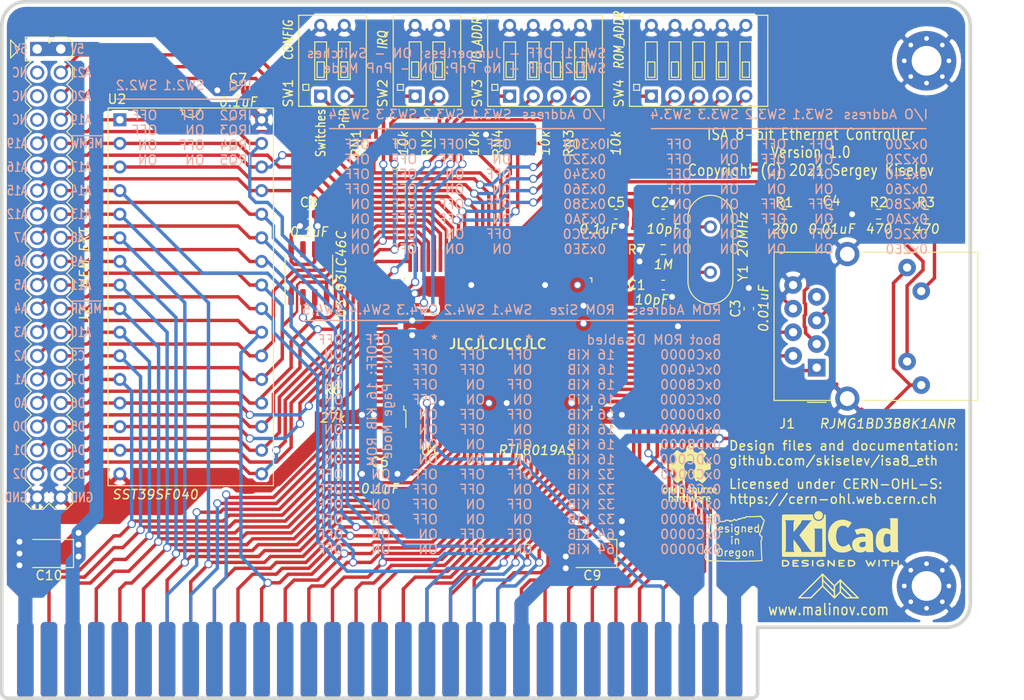
<source format=kicad_pcb>
(kicad_pcb (version 20171130) (host pcbnew "(5.1.8)-1")
  (title_block (title "ISA 8-Bit Ethernet Controller") (date 2021-04-22) (rev 1.0) (company "Designed by Sergey Kiselev") (comment 2 "Licensed under CERN-OHL-S: https://cern-ohl.web.cern.ch") (comment 3 "Documentation and design files: https://github.com/skiselev/isa8_eth") (comment 4 "ISA 8-Bit Ethernet Controller is an open source hardware project"))
  (layers (0 Front signal) (31 Back signal) (34 B.Paste user) (35 F.Paste user) (36 B.SilkS user) (37 F.SilkS user) (38 B.Mask user) (39 F.Mask user) (44 Edge.Cuts user))
  (net 0 "")
  (net 1 /A0)
  (net 2 /A1)
  (net 3 /A10)
  (net 4 /A11)
  (net 5 /A12)
  (net 6 /A13)
  (net 7 /A14)
  (net 8 /A15)
  (net 9 /A16)
  (net 10 /A17)
  (net 11 /A18)
  (net 12 /A19)
  (net 13 /A2)
  (net 14 /A3)
  (net 15 /A4)
  (net 16 /A5)
  (net 17 /A6)
  (net 18 /A7)
  (net 19 /A8)
  (net 20 /A9)
  (net 21 /AEN)
  (net 22 /D0)
  (net 23 /D1)
  (net 24 /D2)
  (net 25 /D3)
  (net 26 /D4)
  (net 27 /D5)
  (net 28 /D6)
  (net 29 /D7)
  (net 30 /~IOR)
  (net 31 /~IOW)
  (net 32 GND)
  (net 33 VCC)
  (net 34 /RSTDRV)
  (net 35 /IRQ9)
  (net 36 "Net-(BUS1-Pad5)")
  (net 37 "Net-(BUS1-Pad6)")
  (net 38 "Net-(BUS1-Pad7)")
  (net 39 "Net-(BUS1-Pad8)")
  (net 40 "Net-(BUS1-Pad9)")
  (net 41 /~SMEMW)
  (net 42 /~SMEMR)
  (net 43 "Net-(BUS1-Pad15)")
  (net 44 "Net-(BUS1-Pad16)")
  (net 45 "Net-(BUS1-Pad17)")
  (net 46 "Net-(BUS1-Pad18)")
  (net 47 "Net-(BUS1-Pad19)")
  (net 48 "Net-(BUS1-Pad20)")
  (net 49 "Net-(BUS1-Pad21)")
  (net 50 "Net-(BUS1-Pad22)")
  (net 51 /IRQ5)
  (net 52 /IRQ4)
  (net 53 /IRQ3)
  (net 54 "Net-(BUS1-Pad26)")
  (net 55 "Net-(BUS1-Pad27)")
  (net 56 "Net-(BUS1-Pad28)")
  (net 57 "Net-(BUS1-Pad30)")
  (net 58 "Net-(BUS1-Pad32)")
  (net 59 /IOCHRDY)
  (net 60 /~IOCS16)
  (net 61 "Net-(C1-Pad2)")
  (net 62 "Net-(C2-Pad2)")
  (net 63 "Net-(C3-Pad1)")
  (net 64 "Net-(C4-Pad1)")
  (net 65 /TP_RX-)
  (net 66 /TP_RX+)
  (net 67 /TP_TX-)
  (net 68 /TP_TX+)
  (net 69 /LED_LINK)
  (net 70 /JP)
  (net 71 /BA18)
  (net 72 /BA17)
  (net 73 /BA16)
  (net 74 /BD6)
  (net 75 /BD5)
  (net 76 /BD4)
  (net 77 /BD3)
  (net 78 /BD2)
  (net 79 /BD1)
  (net 80 /BD0)
  (net 81 "Net-(U1-Pad48)")
  (net 82 "Net-(U1-Pad49)")
  (net 83 "Net-(U1-Pad53)")
  (net 84 "Net-(U1-Pad54)")
  (net 85 "Net-(U1-Pad55)")
  (net 86 "Net-(U1-Pad56)")
  (net 87 "Net-(U1-Pad60)")
  (net 88 /BA15)
  (net 89 /BA14)
  (net 90 /~BCS)
  (net 91 /EECS)
  (net 92 /BD7)
  (net 93 "Net-(U3-Pad7)")
  (net 94 /BA19)
  (net 95 /BA20)
  (net 96 /BA21)
  (net 97 /LED_CRS)
  (net 98 "Net-(U1-Pad63)")
  (net 99 "Net-(U1-Pad87)")
  (net 100 "Net-(U1-Pad88)")
  (net 101 "Net-(U1-Pad90)")
  (net 102 "Net-(U1-Pad91)")
  (net 103 "Net-(U1-Pad92)")
  (net 104 "Net-(U1-Pad93)")
  (net 105 "Net-(U1-Pad94)")
  (net 106 "Net-(U1-Pad95)")
  (net 107 "Net-(U1-Pad97)")
  (net 108 "Net-(U1-Pad98)")
  (net 109 "Net-(U1-Pad99)")
  (net 110 "Net-(U1-Pad100)")
  (net 111 "Net-(RN1-Pad7)")
  (net 112 "Net-(RN1-Pad8)")
  (net 113 "Net-(RN1-Pad6)")
  (net 114 "Net-(RN1-Pad5)")
  (net 115 "Net-(RN2-Pad5)")
  (net 116 "Net-(RN2-Pad6)")
  (net 117 "Net-(RN2-Pad8)")
  (net 118 "Net-(RN2-Pad7)")
  (net 119 "Net-(RN3-Pad7)")
  (net 120 "Net-(RN3-Pad8)")
  (net 121 "Net-(RN3-Pad6)")
  (net 122 "Net-(RN3-Pad5)")
  (net 123 "Net-(J1-PadR7)")
  (net 124 "Net-(J1-PadL2)")
  (net 125 "Net-(J1-PadL3)")
  (net 126 "Net-(J2-Pad3)")
  (net 127 "Net-(J2-Pad5)")
  (net 128 "Net-(J2-Pad7)")
  (net 129 "Net-(RN4-Pad3)")
  (net 130 /AUI)
  (net 131 "Net-(RN4-Pad4)")
  (net 132 "Net-(RN4-Pad6)")
  (net 133 "Net-(RN4-Pad5)")
  (net 134 "Net-(RN4-Pad7)")
  (module My_Components:Conn_Pin_Header_20x2_2.54mm (layer Front) (at 106.68 88.9 270)
    (fp_text reference J2 (at 4.445 -3.81 90) (layer F.SilkS))
    (fp_text value MEM_EXT (at -1.5875 -3.81 90) (layer F.SilkS) (effects (font (thickness 0.15) italic)))
    (pad 40 thru_hole circle (at 24.13 -1.27 270) (size 1.524 1.524) (drill 1.016) (layers *.Cu *.Mask) (net 32 GND))
    (pad 39 thru_hole circle (at 24.13 1.27 270) (size 1.524 1.524) (drill 1.016) (layers *.Cu *.Mask) (net 32 GND))
    (pad 38 thru_hole circle (at 21.59 -1.27 270) (size 1.524 1.524) (drill 1.016) (layers *.Cu *.Mask) (net 77 /BD3))
    (pad 37 thru_hole circle (at 21.59 1.27 270) (size 1.524 1.524) (drill 1.016) (layers *.Cu *.Mask) (net 78 /BD2))
    (pad 36 thru_hole circle (at 19.05 -1.27 270) (size 1.524 1.524) (drill 1.016) (layers *.Cu *.Mask) (net 76 /BD4))
    (pad 35 thru_hole circle (at 19.05 1.27 270) (size 1.524 1.524) (drill 1.016) (layers *.Cu *.Mask) (net 79 /BD1))
    (pad 34 thru_hole circle (at 16.51 -1.27 270) (size 1.524 1.524) (drill 1.016) (layers *.Cu *.Mask) (net 75 /BD5))
    (pad 33 thru_hole circle (at 16.51 1.27 270) (size 1.524 1.524) (drill 1.016) (layers *.Cu *.Mask) (net 80 /BD0))
    (pad 32 thru_hole circle (at 13.97 -1.27 270) (size 1.524 1.524) (drill 1.016) (layers *.Cu *.Mask) (net 74 /BD6))
    (pad 31 thru_hole circle (at 13.97 1.27 270) (size 1.524 1.524) (drill 1.016) (layers *.Cu *.Mask) (net 1 /A0))
    (pad 29 thru_hole circle (at 11.43 1.27 270) (size 1.524 1.524) (drill 1.016) (layers *.Cu *.Mask) (net 2 /A1))
    (pad 30 thru_hole circle (at 11.43 -1.27 270) (size 1.524 1.524) (drill 1.016) (layers *.Cu *.Mask) (net 92 /BD7))
    (pad 27 thru_hole circle (at 8.89 1.27 270) (size 1.524 1.524) (drill 1.016) (layers *.Cu *.Mask) (net 13 /A2))
    (pad 28 thru_hole circle (at 8.89 -1.27 270) (size 1.524 1.524) (drill 1.016) (layers *.Cu *.Mask) (net 90 /~BCS))
    (pad 26 thru_hole circle (at 6.35 -1.27 270) (size 1.524 1.524) (drill 1.016) (layers *.Cu *.Mask) (net 3 /A10))
    (pad 25 thru_hole circle (at 6.35 1.27 270) (size 1.524 1.524) (drill 1.016) (layers *.Cu *.Mask) (net 14 /A3))
    (pad 24 thru_hole circle (at 3.81 -1.27 270) (size 1.524 1.524) (drill 1.016) (layers *.Cu *.Mask) (net 42 /~SMEMR))
    (pad 23 thru_hole circle (at 3.81 1.27 270) (size 1.524 1.524) (drill 1.016) (layers *.Cu *.Mask) (net 15 /A4))
    (pad 22 thru_hole circle (at 1.27 -1.27 270) (size 1.524 1.524) (drill 1.016) (layers *.Cu *.Mask) (net 4 /A11))
    (pad 21 thru_hole circle (at 1.27 1.27 270) (size 1.524 1.524) (drill 1.016) (layers *.Cu *.Mask) (net 16 /A5))
    (pad 20 thru_hole circle (at -1.27 -1.27 270) (size 1.524 1.524) (drill 1.016) (layers *.Cu *.Mask) (net 20 /A9))
    (pad 19 thru_hole circle (at -1.27 1.27 270) (size 1.524 1.524) (drill 1.016) (layers *.Cu *.Mask) (net 17 /A6))
    (pad 18 thru_hole circle (at -3.81 -1.27 270) (size 1.524 1.524) (drill 1.016) (layers *.Cu *.Mask) (net 19 /A8))
    (pad 17 thru_hole circle (at -3.81 1.27 270) (size 1.524 1.524) (drill 1.016) (layers *.Cu *.Mask) (net 18 /A7))
    (pad 16 thru_hole circle (at -6.35 -1.27 270) (size 1.524 1.524) (drill 1.016) (layers *.Cu *.Mask) (net 6 /A13))
    (pad 15 thru_hole circle (at -6.35 1.27 270) (size 1.524 1.524) (drill 1.016) (layers *.Cu *.Mask) (net 5 /A12))
    (pad 14 thru_hole circle (at -8.89 -1.27 270) (size 1.524 1.524) (drill 1.016) (layers *.Cu *.Mask) (net 89 /BA14))
    (pad 13 thru_hole circle (at -8.89 1.27 270) (size 1.524 1.524) (drill 1.016) (layers *.Cu *.Mask) (net 88 /BA15))
    (pad 12 thru_hole circle (at -11.43 -1.27 270) (size 1.524 1.524) (drill 1.016) (layers *.Cu *.Mask) (net 72 /BA17))
    (pad 11 thru_hole circle (at -11.43 1.27 270) (size 1.524 1.524) (drill 1.016) (layers *.Cu *.Mask) (net 73 /BA16))
    (pad 10 thru_hole circle (at -13.97 -1.27 270) (size 1.524 1.524) (drill 1.016) (layers *.Cu *.Mask) (net 41 /~SMEMW))
    (pad 9 thru_hole circle (at -13.97 1.27 270) (size 1.524 1.524) (drill 1.016) (layers *.Cu *.Mask) (net 71 /BA18))
    (pad 8 thru_hole circle (at -16.51 -1.27 270) (size 1.524 1.524) (drill 1.016) (layers *.Cu *.Mask) (net 94 /BA19))
    (pad 7 thru_hole circle (at -16.51 1.27 270) (size 1.524 1.524) (drill 1.016) (layers *.Cu *.Mask) (net 128 "Net-(J2-Pad7)"))
    (pad 6 thru_hole circle (at -19.05 -1.27 270) (size 1.524 1.524) (drill 1.016) (layers *.Cu *.Mask) (net 95 /BA20))
    (pad 5 thru_hole circle (at -19.05 1.27 270) (size 1.524 1.524) (drill 1.016) (layers *.Cu *.Mask) (net 127 "Net-(J2-Pad5)"))
    (pad 4 thru_hole circle (at -21.59 -1.27 270) (size 1.524 1.524) (drill 1.016) (layers *.Cu *.Mask) (net 96 /BA21))
    (pad 3 thru_hole circle (at -21.59 1.27 270) (size 1.524 1.524) (drill 1.016) (layers *.Cu *.Mask) (net 126 "Net-(J2-Pad3)"))
    (pad 2 thru_hole circle (at -24.13 -1.27 270) (size 1.524 1.524) (drill 1.016) (layers *.Cu *.Mask) (net 33 VCC))
    (pad 1 thru_hole rect (at -24.13 1.27 270) (size 1.524 1.524) (drill 1.016) (layers *.Cu *.Mask) (net 33 VCC))
  )
  (module My_Components:Conn_Edge_PCB_ISA8 (layer Front) (at 142.24 130.4925)
    (fp_text reference BUS1 hide)
    (fp_text value BUSPC_DEV hide)
    (pad 1 connect roundrect (at 38.1 0) (size 1.778 8.128) (layers Back B.Mask) (net 32 GND))
    (pad 2 connect roundrect (at 35.56 0) (size 1.778 8.128) (layers Back B.Mask) (net 34 /RSTDRV))
    (pad 3 connect roundrect (at 33.02 0) (size 1.778 8.128) (layers Back B.Mask) (net 33 VCC))
    (pad 4 connect roundrect (at 30.48 0) (size 1.778 8.128) (layers Back B.Mask) (net 35 /IRQ9))
    (pad 5 connect roundrect (at 27.94 0) (size 1.778 8.128) (layers Back B.Mask) (net 36 "Net-(BUS1-Pad5)"))
    (pad 6 connect roundrect (at 25.4 0) (size 1.778 8.128) (layers Back B.Mask) (net 37 "Net-(BUS1-Pad6)"))
    (pad 7 connect roundrect (at 22.86 0) (size 1.778 8.128) (layers Back B.Mask) (net 38 "Net-(BUS1-Pad7)"))
    (pad 8 connect roundrect (at 20.32 0) (size 1.778 8.128) (layers Back B.Mask) (net 39 "Net-(BUS1-Pad8)"))
    (pad 9 connect roundrect (at 17.78 0) (size 1.778 8.128) (layers Back B.Mask) (net 40 "Net-(BUS1-Pad9)"))
    (pad 10 connect roundrect (at 15.24 0) (size 1.778 8.128) (layers Back B.Mask) (net 32 GND))
    (pad 11 connect roundrect (at 12.7 0) (size 1.778 8.128) (layers Back B.Mask) (net 41 /~SMEMW))
    (pad 12 connect roundrect (at 10.16 0) (size 1.778 8.128) (layers Back B.Mask) (net 42 /~SMEMR))
    (pad 13 connect roundrect (at 7.62 0) (size 1.778 8.128) (layers Back B.Mask) (net 31 /~IOW))
    (pad 14 connect roundrect (at 5.08 0) (size 1.778 8.128) (layers Back B.Mask) (net 30 /~IOR))
    (pad 15 connect roundrect (at 2.54 0) (size 1.778 8.128) (layers Back B.Mask) (net 43 "Net-(BUS1-Pad15)"))
    (pad 16 connect roundrect (at 0 0) (size 1.778 8.128) (layers Back B.Mask) (net 44 "Net-(BUS1-Pad16)"))
    (pad 17 connect roundrect (at -2.54 0) (size 1.778 8.128) (layers Back B.Mask) (net 45 "Net-(BUS1-Pad17)"))
    (pad 18 connect roundrect (at -5.08 0) (size 1.778 8.128) (layers Back B.Mask) (net 46 "Net-(BUS1-Pad18)"))
    (pad 19 connect roundrect (at -7.62 0) (size 1.778 8.128) (layers Back B.Mask) (net 47 "Net-(BUS1-Pad19)"))
    (pad 20 connect roundrect (at -10.16 0) (size 1.778 8.128) (layers Back B.Mask) (net 48 "Net-(BUS1-Pad20)"))
    (pad 21 connect roundrect (at -12.7 0) (size 1.778 8.128) (layers Back B.Mask) (net 49 "Net-(BUS1-Pad21)"))
    (pad 22 connect roundrect (at -15.24 0) (size 1.778 8.128) (layers Back B.Mask) (net 50 "Net-(BUS1-Pad22)"))
    (pad 23 connect roundrect (at -17.78 0) (size 1.778 8.128) (layers Back B.Mask) (net 51 /IRQ5))
    (pad 24 connect roundrect (at -20.32 0) (size 1.778 8.128) (layers Back B.Mask) (net 52 /IRQ4))
    (pad 25 connect roundrect (at -22.86 0) (size 1.778 8.128) (layers Back B.Mask) (net 53 /IRQ3))
    (pad 26 connect roundrect (at -25.4 0) (size 1.778 8.128) (layers Back B.Mask) (net 54 "Net-(BUS1-Pad26)"))
    (pad 27 connect roundrect (at -27.94 0) (size 1.778 8.128) (layers Back B.Mask) (net 55 "Net-(BUS1-Pad27)"))
    (pad 28 connect roundrect (at -30.48 0) (size 1.778 8.128) (layers Back B.Mask) (net 56 "Net-(BUS1-Pad28)"))
    (pad 29 connect roundrect (at -33.02 0) (size 1.778 8.128) (layers Back B.Mask) (net 33 VCC))
    (pad 30 connect roundrect (at -35.56 0) (size 1.778 8.128) (layers Back B.Mask) (net 57 "Net-(BUS1-Pad30)"))
    (pad 31 connect roundrect (at -38.1 0) (size 1.778 8.128) (layers Back B.Mask) (net 32 GND))
    (pad 32 connect roundrect (at 38.1 0) (size 1.778 8.128) (layers Front F.Mask) (net 58 "Net-(BUS1-Pad32)"))
    (pad 33 connect roundrect (at 35.56 0) (size 1.778 8.128) (layers Front F.Mask) (net 29 /D7))
    (pad 34 connect roundrect (at 33.02 0) (size 1.778 8.128) (layers Front F.Mask) (net 28 /D6))
    (pad 35 connect roundrect (at 30.48 0) (size 1.778 8.128) (layers Front F.Mask) (net 27 /D5))
    (pad 36 connect roundrect (at 27.94 0) (size 1.778 8.128) (layers Front F.Mask) (net 26 /D4))
    (pad 37 connect roundrect (at 25.4 0) (size 1.778 8.128) (layers Front F.Mask) (net 25 /D3))
    (pad 38 connect roundrect (at 22.86 0) (size 1.778 8.128) (layers Front F.Mask) (net 24 /D2))
    (pad 39 connect roundrect (at 20.32 0) (size 1.778 8.128) (layers Front F.Mask) (net 23 /D1))
    (pad 40 connect roundrect (at 17.78 0) (size 1.778 8.128) (layers Front F.Mask) (net 22 /D0))
    (pad 41 connect roundrect (at 15.24 0) (size 1.778 8.128) (layers Front F.Mask) (net 59 /IOCHRDY))
    (pad 42 connect roundrect (at 12.7 0) (size 1.778 8.128) (layers Front F.Mask) (net 21 /AEN))
    (pad 43 connect roundrect (at 10.16 0) (size 1.778 8.128) (layers Front F.Mask) (net 12 /A19))
    (pad 44 connect roundrect (at 7.62 0) (size 1.778 8.128) (layers Front F.Mask) (net 11 /A18))
    (pad 45 connect roundrect (at 5.08 0) (size 1.778 8.128) (layers Front F.Mask) (net 10 /A17))
    (pad 46 connect roundrect (at 2.54 0) (size 1.778 8.128) (layers Front F.Mask) (net 9 /A16))
    (pad 47 connect roundrect (at 0 0) (size 1.778 8.128) (layers Front F.Mask) (net 8 /A15))
    (pad 48 connect roundrect (at -2.54 0) (size 1.778 8.128) (layers Front F.Mask) (net 7 /A14))
    (pad 49 connect roundrect (at -5.08 0) (size 1.778 8.128) (layers Front F.Mask) (net 6 /A13))
    (pad 50 connect roundrect (at -7.62 0) (size 1.778 8.128) (layers Front F.Mask) (net 5 /A12))
    (pad 51 connect roundrect (at -10.16 0) (size 1.778 8.128) (layers Front F.Mask) (net 4 /A11))
    (pad 52 connect roundrect (at -12.7 0) (size 1.778 8.128) (layers Front F.Mask) (net 3 /A10))
    (pad 53 connect roundrect (at -15.24 0) (size 1.778 8.128) (layers Front F.Mask) (net 20 /A9))
    (pad 54 connect roundrect (at -17.78 0) (size 1.778 8.128) (layers Front F.Mask) (net 19 /A8))
    (pad 55 connect roundrect (at -20.32 0) (size 1.778 8.128) (layers Front F.Mask) (net 18 /A7))
    (pad 56 connect roundrect (at -22.86 0) (size 1.778 8.128) (layers Front F.Mask) (net 17 /A6))
    (pad 57 connect roundrect (at -25.4 0) (size 1.778 8.128) (layers Front F.Mask) (net 16 /A5))
    (pad 58 connect roundrect (at -27.94 0) (size 1.778 8.128) (layers Front F.Mask) (net 15 /A4))
    (pad 59 connect roundrect (at -30.48 0) (size 1.778 8.128) (layers Front F.Mask) (net 14 /A3))
    (pad 60 connect roundrect (at -33.02 0) (size 1.778 8.128) (layers Front F.Mask) (net 13 /A2))
    (pad 61 connect roundrect (at -35.56 0) (size 1.778 8.128) (layers Front F.Mask) (net 2 /A1))
    (pad 62 connect roundrect (at -38.1 0) (size 1.778 8.128) (layers Front F.Mask) (net 1 /A0))
  )
  (module My_Components:Switch_DIP_5_Positions (layer Front) (at 176.53 66.04)
    (fp_text reference SW4 (at -8.5725 3.4925 90) (layer F.SilkS))
    (fp_text value ROM_ADDR (at -8.5725 -2.2225 90) (layer F.SilkS) (effects (font (size 1 0.8) (thickness 0.15) italic)))
    (pad 10 thru_hole circle (at -5.08 -3.81) (size 1.397 1.397) (drill 0.8128) (layers *.Cu *.Mask) (net 33 VCC))
    (pad 9 thru_hole circle (at -2.54 -3.81) (size 1.397 1.397) (drill 0.8128) (layers *.Cu *.Mask) (net 33 VCC))
    (pad 8 thru_hole circle (at 0 -3.81) (size 1.397 1.397) (drill 0.8128) (layers *.Cu *.Mask) (net 33 VCC))
    (pad 7 thru_hole circle (at 2.54 -3.81) (size 1.397 1.397) (drill 0.8128) (layers *.Cu *.Mask) (net 33 VCC))
    (pad 6 thru_hole circle (at 5.08 -3.81) (size 1.397 1.397) (drill 0.8128) (layers *.Cu *.Mask) (net 33 VCC))
    (pad 5 thru_hole circle (at 5.08 3.81) (size 1.397 1.397) (drill 0.8128) (layers *.Cu *.Mask) (net 134 "Net-(RN4-Pad7)"))
    (pad 4 thru_hole circle (at 2.54 3.81) (size 1.397 1.397) (drill 0.8128) (layers *.Cu *.Mask) (net 122 "Net-(RN3-Pad5)"))
    (pad 3 thru_hole circle (at 0 3.81) (size 1.397 1.397) (drill 0.8128) (layers *.Cu *.Mask) (net 121 "Net-(RN3-Pad6)"))
    (pad 2 thru_hole circle (at -2.54 3.81) (size 1.397 1.397) (drill 0.8128) (layers *.Cu *.Mask) (net 119 "Net-(RN3-Pad7)"))
    (pad 1 thru_hole rect (at -5.08 3.81) (size 1.397 1.397) (drill 0.8128) (layers *.Cu *.Mask) (net 120 "Net-(RN3-Pad8)"))
  )
  (module My_Components:Switch_DIP_4_Positions (layer Front) (at 160.02 66.04)
    (fp_text reference SW3 (at -7.3025 3.4925 90) (layer F.SilkS))
    (fp_text value IO_ADDR (at -7.3025 -2.2225 90) (layer F.SilkS) (effects (font (size 1 0.8) (thickness 0.15) italic)))
    (pad 8 thru_hole circle (at -3.81 -3.81) (size 1.397 1.397) (drill 0.8128) (layers *.Cu *.Mask) (net 33 VCC))
    (pad 7 thru_hole circle (at -1.27 -3.81) (size 1.397 1.397) (drill 0.8128) (layers *.Cu *.Mask) (net 33 VCC))
    (pad 6 thru_hole circle (at 1.27 -3.81) (size 1.397 1.397) (drill 0.8128) (layers *.Cu *.Mask) (net 33 VCC))
    (pad 5 thru_hole circle (at 3.81 -3.81) (size 1.397 1.397) (drill 0.8128) (layers *.Cu *.Mask) (net 33 VCC))
    (pad 4 thru_hole circle (at 3.81 3.81) (size 1.397 1.397) (drill 0.8128) (layers *.Cu *.Mask) (net 115 "Net-(RN2-Pad5)"))
    (pad 3 thru_hole circle (at 1.27 3.81) (size 1.397 1.397) (drill 0.8128) (layers *.Cu *.Mask) (net 116 "Net-(RN2-Pad6)"))
    (pad 2 thru_hole circle (at -1.27 3.81) (size 1.397 1.397) (drill 0.8128) (layers *.Cu *.Mask) (net 118 "Net-(RN2-Pad7)"))
    (pad 1 thru_hole rect (at -3.81 3.81) (size 1.397 1.397) (drill 0.8128) (layers *.Cu *.Mask) (net 117 "Net-(RN2-Pad8)"))
  )
  (module My_Components:Switch_DIP_2_Positions (layer Front) (at 147.32 66.04)
    (fp_text reference SW2 (at -4.7625 3.4925 90) (layer F.SilkS))
    (fp_text value IRQ (at -4.7625 -2.2225 90) (layer F.SilkS) (effects (font (size 1 0.8) (thickness 0.15) italic)))
    (pad 4 thru_hole circle (at -1.27 -3.81) (size 1.397 1.397) (drill 0.8128) (layers *.Cu *.Mask) (net 33 VCC))
    (pad 3 thru_hole circle (at 1.27 -3.81) (size 1.397 1.397) (drill 0.8128) (layers *.Cu *.Mask) (net 33 VCC))
    (pad 2 thru_hole circle (at 1.27 3.81) (size 1.397 1.397) (drill 0.8128) (layers *.Cu *.Mask) (net 114 "Net-(RN1-Pad5)"))
    (pad 1 thru_hole rect (at -1.27 3.81) (size 1.397 1.397) (drill 0.8128) (layers *.Cu *.Mask) (net 113 "Net-(RN1-Pad6)"))
  )
  (module My_Components:Switch_DIP_2_Positions (layer Front) (at 137.16 66.04)
    (fp_text reference SW1 (at -4.7625 3.4925 90) (layer F.SilkS))
    (fp_text value CONFIG (at -4.7625 -2.2225 90) (layer F.SilkS) (effects (font (size 1 0.8) (thickness 0.15) italic)))
    (pad 4 thru_hole circle (at -1.27 -3.81) (size 1.397 1.397) (drill 0.8128) (layers *.Cu *.Mask) (net 33 VCC))
    (pad 3 thru_hole circle (at 1.27 -3.81) (size 1.397 1.397) (drill 0.8128) (layers *.Cu *.Mask) (net 33 VCC))
    (pad 2 thru_hole circle (at 1.27 3.81) (size 1.397 1.397) (drill 0.8128) (layers *.Cu *.Mask) (net 111 "Net-(RN1-Pad7)"))
    (pad 1 thru_hole rect (at -1.27 3.81) (size 1.397 1.397) (drill 0.8128) (layers *.Cu *.Mask) (net 112 "Net-(RN1-Pad8)"))
  )
  (module My_Components:Crystal_HC-49U_Vert (layer Front) (at 177.8 86.36 90)
    (fp_text reference Y1 (at -2.54 3.4925 90) (layer F.SilkS))
    (fp_text value 20MHz (at 1.5875 3.4925 90) (layer F.SilkS) (effects (font (thickness 0.15) italic)))
    (pad 2 thru_hole circle (at 2.44094 0 90) (size 1.397 1.397) (drill 0.8128) (layers *.Cu *.Mask) (net 62 "Net-(C2-Pad2)"))
    (pad 1 thru_hole circle (at -2.44094 0 90) (size 1.397 1.397) (drill 0.8128) (layers *.Cu *.Mask) (net 61 "Net-(C1-Pad2)"))
  )
  (module My_Components:Socket_DIP32_600 (layer Front) (at 121.92 91.44 270)
    (fp_text reference U2 (at -21.2725 7.9375 180) (layer F.SilkS))
    (fp_text value SST39SF040 (at 21.2725 3.81 180) (layer F.SilkS) (effects (font (thickness 0.15) italic)))
    (pad 1 thru_hole rect (at -19.05 7.62 270) (size 1.397 1.397) (drill 0.8128) (layers *.Cu *.Mask) (net 71 /BA18))
    (pad 2 thru_hole circle (at -16.51 7.62 270) (size 1.397 1.397) (drill 0.8128) (layers *.Cu *.Mask) (net 73 /BA16))
    (pad 3 thru_hole circle (at -13.97 7.62 270) (size 1.397 1.397) (drill 0.8128) (layers *.Cu *.Mask) (net 88 /BA15))
    (pad 4 thru_hole circle (at -11.43 7.62 270) (size 1.397 1.397) (drill 0.8128) (layers *.Cu *.Mask) (net 5 /A12))
    (pad 5 thru_hole circle (at -8.89 7.62 270) (size 1.397 1.397) (drill 0.8128) (layers *.Cu *.Mask) (net 18 /A7))
    (pad 6 thru_hole circle (at -6.35 7.62 270) (size 1.397 1.397) (drill 0.8128) (layers *.Cu *.Mask) (net 17 /A6))
    (pad 7 thru_hole circle (at -3.81 7.62 270) (size 1.397 1.397) (drill 0.8128) (layers *.Cu *.Mask) (net 16 /A5))
    (pad 8 thru_hole circle (at -1.27 7.62 270) (size 1.397 1.397) (drill 0.8128) (layers *.Cu *.Mask) (net 15 /A4))
    (pad 9 thru_hole circle (at 1.27 7.62 270) (size 1.397 1.397) (drill 0.8128) (layers *.Cu *.Mask) (net 14 /A3))
    (pad 10 thru_hole circle (at 3.81 7.62 270) (size 1.397 1.397) (drill 0.8128) (layers *.Cu *.Mask) (net 13 /A2))
    (pad 11 thru_hole circle (at 6.35 7.62 270) (size 1.397 1.397) (drill 0.8128) (layers *.Cu *.Mask) (net 2 /A1))
    (pad 12 thru_hole circle (at 8.89 7.62 270) (size 1.397 1.397) (drill 0.8128) (layers *.Cu *.Mask) (net 1 /A0))
    (pad 13 thru_hole circle (at 11.43 7.62 270) (size 1.397 1.397) (drill 0.8128) (layers *.Cu *.Mask) (net 80 /BD0))
    (pad 14 thru_hole circle (at 13.97 7.62 270) (size 1.397 1.397) (drill 0.8128) (layers *.Cu *.Mask) (net 79 /BD1))
    (pad 15 thru_hole circle (at 16.51 7.62 270) (size 1.397 1.397) (drill 0.8128) (layers *.Cu *.Mask) (net 78 /BD2))
    (pad 16 thru_hole circle (at 19.05 7.62 270) (size 1.397 1.397) (drill 0.8128) (layers *.Cu *.Mask) (net 32 GND))
    (pad 17 thru_hole circle (at 19.05 -7.62 270) (size 1.397 1.397) (drill 0.8128) (layers *.Cu *.Mask) (net 77 /BD3))
    (pad 18 thru_hole circle (at 16.51 -7.62 270) (size 1.397 1.397) (drill 0.8128) (layers *.Cu *.Mask) (net 76 /BD4))
    (pad 19 thru_hole circle (at 13.97 -7.62 270) (size 1.397 1.397) (drill 0.8128) (layers *.Cu *.Mask) (net 75 /BD5))
    (pad 20 thru_hole circle (at 11.43 -7.62 270) (size 1.397 1.397) (drill 0.8128) (layers *.Cu *.Mask) (net 74 /BD6))
    (pad 21 thru_hole circle (at 8.89 -7.62 270) (size 1.397 1.397) (drill 0.8128) (layers *.Cu *.Mask) (net 92 /BD7))
    (pad 22 thru_hole circle (at 6.35 -7.62 270) (size 1.397 1.397) (drill 0.8128) (layers *.Cu *.Mask) (net 90 /~BCS))
    (pad 23 thru_hole circle (at 3.81 -7.62 270) (size 1.397 1.397) (drill 0.8128) (layers *.Cu *.Mask) (net 3 /A10))
    (pad 24 thru_hole circle (at 1.27 -7.62 270) (size 1.397 1.397) (drill 0.8128) (layers *.Cu *.Mask) (net 42 /~SMEMR))
    (pad 25 thru_hole circle (at -1.27 -7.62 270) (size 1.397 1.397) (drill 0.8128) (layers *.Cu *.Mask) (net 4 /A11))
    (pad 26 thru_hole circle (at -3.81 -7.62 270) (size 1.397 1.397) (drill 0.8128) (layers *.Cu *.Mask) (net 20 /A9))
    (pad 27 thru_hole circle (at -6.35 -7.62 270) (size 1.397 1.397) (drill 0.8128) (layers *.Cu *.Mask) (net 19 /A8))
    (pad 28 thru_hole circle (at -8.89 -7.62 270) (size 1.397 1.397) (drill 0.8128) (layers *.Cu *.Mask) (net 6 /A13))
    (pad 29 thru_hole circle (at -11.43 -7.62 270) (size 1.397 1.397) (drill 0.8128) (layers *.Cu *.Mask) (net 89 /BA14))
    (pad 30 thru_hole circle (at -13.97 -7.62 270) (size 1.397 1.397) (drill 0.8128) (layers *.Cu *.Mask) (net 72 /BA17))
    (pad 31 thru_hole circle (at -16.51 -7.62 270) (size 1.397 1.397) (drill 0.8128) (layers *.Cu *.Mask) (net 41 /~SMEMW))
    (pad 32 thru_hole circle (at -19.05 -7.62 270) (size 1.397 1.397) (drill 0.8128) (layers *.Cu *.Mask) (net 33 VCC))
  )
  (module Symbol:OSHW-Logo_5.7x6mm_SilkScreen (layer Front) (at 175.5775 110.49)
    (fp_text reference REF** hide)
    (fp_text value OSHW-Logo_5.7x6mm_SilkScreen hide)
  )
  (module Symbol:KiCad-Logo2_5mm_SilkScreen (layer Front) (at 191.77 117.475)
    (fp_text reference REF** hide)
    (fp_text value KiCad-Logo2_5mm_SilkScreen hide)
  )
  (module Resistor_SMD:R_Array_Convex_4x0603 (layer Front) (at 149.86 74.93 90)
    (fp_text reference RN2 (at 0 -2.54 90) (layer F.SilkS))
    (fp_text value 10k (at 0 2.54 90) (layer F.SilkS) (effects (font (thickness 0.15) italic)))
    (pad 5 smd rect (at 0.9 1.2 90) (size 0.8 0.5) (layers Front F.Paste F.Mask) (net 115 "Net-(RN2-Pad5)"))
    (pad 6 smd rect (at 0.9 0.4 90) (size 0.8 0.4) (layers Front F.Paste F.Mask) (net 116 "Net-(RN2-Pad6)"))
    (pad 8 smd rect (at 0.9 -1.2 90) (size 0.8 0.5) (layers Front F.Paste F.Mask) (net 117 "Net-(RN2-Pad8)"))
    (pad 7 smd rect (at 0.9 -0.4 90) (size 0.8 0.4) (layers Front F.Paste F.Mask) (net 118 "Net-(RN2-Pad7)"))
    (pad 4 smd rect (at -0.9 1.2 90) (size 0.8 0.5) (layers Front F.Paste F.Mask) (net 80 /BD0))
    (pad 2 smd rect (at -0.9 -0.4 90) (size 0.8 0.4) (layers Front F.Paste F.Mask) (net 78 /BD2))
    (pad 3 smd rect (at -0.9 0.4 90) (size 0.8 0.4) (layers Front F.Paste F.Mask) (net 79 /BD1))
    (pad 1 smd rect (at -0.9 -1.2 90) (size 0.8 0.5) (layers Front F.Paste F.Mask) (net 77 /BD3))
  )
  (module MountingHole:MountingHole_3.2mm_M3_Pad_Via (layer Front) (at 201.041 66.04)
    (fp_text reference HOLE1 hide)
    (fp_text value M3)
    (pad 1 thru_hole circle (at 0 0) (size 6.4 6.4) (drill 3.2) (layers *.Cu *.Mask) (net 32 GND))
    (pad 1 thru_hole circle (at 2.4 0) (size 0.8 0.8) (drill 0.5) (layers *.Cu *.Mask) (net 32 GND))
    (pad 1 thru_hole circle (at 1.697056 1.697056) (size 0.8 0.8) (drill 0.5) (layers *.Cu *.Mask) (net 32 GND))
    (pad 1 thru_hole circle (at 0 2.4) (size 0.8 0.8) (drill 0.5) (layers *.Cu *.Mask) (net 32 GND))
    (pad 1 thru_hole circle (at -1.697056 1.697056) (size 0.8 0.8) (drill 0.5) (layers *.Cu *.Mask) (net 32 GND))
    (pad 1 thru_hole circle (at -2.4 0) (size 0.8 0.8) (drill 0.5) (layers *.Cu *.Mask) (net 32 GND))
    (pad 1 thru_hole circle (at -1.697056 -1.697056) (size 0.8 0.8) (drill 0.5) (layers *.Cu *.Mask) (net 32 GND))
    (pad 1 thru_hole circle (at 0 -2.4) (size 0.8 0.8) (drill 0.5) (layers *.Cu *.Mask) (net 32 GND))
    (pad 1 thru_hole circle (at 1.697056 -1.697056) (size 0.8 0.8) (drill 0.5) (layers *.Cu *.Mask) (net 32 GND))
  )
  (module MountingHole:MountingHole_3.2mm_M3_Pad_Via (layer Front) (at 201.041 122.555)
    (fp_text reference HOLE2 hide)
    (fp_text value M3)
    (pad 1 thru_hole circle (at 1.697056 -1.697056) (size 0.8 0.8) (drill 0.5) (layers *.Cu *.Mask) (net 32 GND))
    (pad 1 thru_hole circle (at 0 -2.4) (size 0.8 0.8) (drill 0.5) (layers *.Cu *.Mask) (net 32 GND))
    (pad 1 thru_hole circle (at -1.697056 -1.697056) (size 0.8 0.8) (drill 0.5) (layers *.Cu *.Mask) (net 32 GND))
    (pad 1 thru_hole circle (at -2.4 0) (size 0.8 0.8) (drill 0.5) (layers *.Cu *.Mask) (net 32 GND))
    (pad 1 thru_hole circle (at -1.697056 1.697056) (size 0.8 0.8) (drill 0.5) (layers *.Cu *.Mask) (net 32 GND))
    (pad 1 thru_hole circle (at 0 2.4) (size 0.8 0.8) (drill 0.5) (layers *.Cu *.Mask) (net 32 GND))
    (pad 1 thru_hole circle (at 1.697056 1.697056) (size 0.8 0.8) (drill 0.5) (layers *.Cu *.Mask) (net 32 GND))
    (pad 1 thru_hole circle (at 2.4 0) (size 0.8 0.8) (drill 0.5) (layers *.Cu *.Mask) (net 32 GND))
    (pad 1 thru_hole circle (at 0 0) (size 6.4 6.4) (drill 3.2) (layers *.Cu *.Mask) (net 32 GND))
  )
  (module Package_SO:SO-8_3.9x4.9mm_P1.27mm (layer Front) (at 134.62 88.9 90)
    (fp_text reference U3 (at -3.81 3.4925 90) (layer F.SilkS))
    (fp_text value 93LC46C (at 1.27 3.4925 90) (layer F.SilkS) (effects (font (thickness 0.15) italic)))
    (pad 1 smd roundrect (at -2.575 -1.905 90) (size 1.75 0.6) (layers Front F.Paste F.Mask) (net 91 /EECS))
    (pad 2 smd roundrect (at -2.575 -0.635 90) (size 1.75 0.6) (layers Front F.Paste F.Mask) (net 75 /BD5))
    (pad 3 smd roundrect (at -2.575 0.635 90) (size 1.75 0.6) (layers Front F.Paste F.Mask) (net 74 /BD6))
    (pad 4 smd roundrect (at -2.575 1.905 90) (size 1.75 0.6) (layers Front F.Paste F.Mask) (net 92 /BD7))
    (pad 5 smd roundrect (at 2.575 1.905 90) (size 1.75 0.6) (layers Front F.Paste F.Mask) (net 32 GND))
    (pad 6 smd roundrect (at 2.575 0.635 90) (size 1.75 0.6) (layers Front F.Paste F.Mask) (net 33 VCC))
    (pad 7 smd roundrect (at 2.575 -0.635 90) (size 1.75 0.6) (layers Front F.Paste F.Mask) (net 93 "Net-(U3-Pad7)"))
    (pad 8 smd roundrect (at 2.575 -1.905 90) (size 1.75 0.6) (layers Front F.Paste F.Mask) (net 33 VCC))
  )
  (module Capacitor_SMD:C_0603_1608Metric_Pad1.08x0.95mm_HandSolder (layer Front) (at 172.72 90.17 180)
    (fp_text reference C1 (at 2.8575 0) (layer F.SilkS))
    (fp_text value 10pF (at 1.27 -1.5875) (layer F.SilkS) (effects (font (thickness 0.15) italic)))
    (pad 2 smd roundrect (at 0.8625 0 180) (size 1.075 0.95) (layers Front F.Paste F.Mask) (net 61 "Net-(C1-Pad2)"))
    (pad 1 smd roundrect (at -0.8625 0 180) (size 1.075 0.95) (layers Front F.Paste F.Mask) (net 32 GND))
  )
  (module Capacitor_SMD:C_0603_1608Metric_Pad1.08x0.95mm_HandSolder (layer Front) (at 172.72 82.55 180)
    (fp_text reference C2 (at 0.3175 1.27) (layer F.SilkS))
    (fp_text value 10pF (at 0 -1.5875) (layer F.SilkS) (effects (font (thickness 0.15) italic)))
    (pad 1 smd roundrect (at -0.8625 0 180) (size 1.075 0.95) (layers Front F.Paste F.Mask) (net 32 GND))
    (pad 2 smd roundrect (at 0.8625 0 180) (size 1.075 0.95) (layers Front F.Paste F.Mask) (net 62 "Net-(C2-Pad2)"))
  )
  (module Capacitor_SMD:C_0603_1608Metric_Pad1.08x0.95mm_HandSolder (layer Front) (at 181.9275 92.71 90)
    (fp_text reference C3 (at 0 -1.43 90) (layer F.SilkS))
    (fp_text value 0.01uF (at 0 1.5875 90) (layer F.SilkS) (effects (font (thickness 0.15) italic)))
    (pad 1 smd roundrect (at -0.8625 0 90) (size 1.075 0.95) (layers Front F.Paste F.Mask) (net 63 "Net-(C3-Pad1)"))
    (pad 2 smd roundrect (at 0.8625 0 90) (size 1.075 0.95) (layers Front F.Paste F.Mask) (net 32 GND))
  )
  (module Capacitor_SMD:C_0603_1608Metric_Pad1.08x0.95mm_HandSolder (layer Front) (at 190.8175 82.55)
    (fp_text reference C4 (at 0 -1.43) (layer F.SilkS))
    (fp_text value 0.01uF (at 0 1.5875) (layer F.SilkS) (effects (font (thickness 0.15) italic)))
    (pad 2 smd roundrect (at 0.8625 0) (size 1.075 0.95) (layers Front F.Paste F.Mask) (net 32 GND))
    (pad 1 smd roundrect (at -0.8625 0) (size 1.075 0.95) (layers Front F.Paste F.Mask) (net 64 "Net-(C4-Pad1)"))
  )
  (module Capacitor_SMD:C_0603_1608Metric_Pad1.08x0.95mm_HandSolder (layer Front) (at 167.64 82.55 180)
    (fp_text reference C5 (at 0 1.27) (layer F.SilkS))
    (fp_text value 0.1uF (at 1.905 -1.5875) (layer F.SilkS) (effects (font (thickness 0.15) italic)))
    (pad 2 smd roundrect (at 0.8625 0 180) (size 1.075 0.95) (layers Front F.Paste F.Mask) (net 32 GND))
    (pad 1 smd roundrect (at -0.8625 0 180) (size 1.075 0.95) (layers Front F.Paste F.Mask) (net 33 VCC))
  )
  (module Capacitor_SMD:C_0603_1608Metric_Pad1.08x0.95mm_HandSolder (layer Front) (at 142.24 110.49 180)
    (fp_text reference C6 (at 0 1.27) (layer F.SilkS))
    (fp_text value 0.1uF (at 0 -1.5875) (layer F.SilkS) (effects (font (thickness 0.15) italic)))
    (pad 1 smd roundrect (at -0.8625 0 180) (size 1.075 0.95) (layers Front F.Paste F.Mask) (net 33 VCC))
    (pad 2 smd roundrect (at 0.8625 0 180) (size 1.075 0.95) (layers Front F.Paste F.Mask) (net 32 GND))
  )
  (module Capacitor_SMD:C_0603_1608Metric_Pad1.08x0.95mm_HandSolder (layer Front) (at 127 69.215 180)
    (fp_text reference C7 (at 0 1.27) (layer F.SilkS))
    (fp_text value 0.1uF (at 0 -1.27) (layer F.SilkS) (effects (font (thickness 0.15) italic)))
    (pad 2 smd roundrect (at 0.8625 0 180) (size 1.075 0.95) (layers Front F.Paste F.Mask) (net 32 GND))
    (pad 1 smd roundrect (at -0.8625 0 180) (size 1.075 0.95) (layers Front F.Paste F.Mask) (net 33 VCC))
  )
  (module Capacitor_SMD:C_0603_1608Metric_Pad1.08x0.95mm_HandSolder (layer Front) (at 134.62 82.55)
    (fp_text reference C8 (at 0 -1.27) (layer F.SilkS))
    (fp_text value 0.1uF (at 0 1.905) (layer F.SilkS) (effects (font (thickness 0.15) italic)))
    (pad 1 smd roundrect (at -0.8625 0) (size 1.075 0.95) (layers Front F.Paste F.Mask) (net 33 VCC))
    (pad 2 smd roundrect (at 0.8625 0) (size 1.075 0.95) (layers Front F.Paste F.Mask) (net 32 GND))
  )
  (module Resistor_SMD:R_0603_1608Metric_Pad0.98x0.95mm_HandSolder (layer Front) (at 185.7375 82.55 180)
    (fp_text reference R1 (at 0 1.27) (layer F.SilkS))
    (fp_text value 200 (at 0 -1.5875) (layer F.SilkS) (effects (font (thickness 0.15) italic)))
    (pad 2 smd roundrect (at 0.9125 0 180) (size 0.975 0.95) (layers Front F.Paste F.Mask) (net 65 /TP_RX-))
    (pad 1 smd roundrect (at -0.9125 0 180) (size 0.975 0.95) (layers Front F.Paste F.Mask) (net 66 /TP_RX+))
  )
  (module Resistor_SMD:R_0603_1608Metric_Pad0.98x0.95mm_HandSolder (layer Front) (at 195.8975 82.55 180)
    (fp_text reference R2 (at 0 1.27) (layer F.SilkS))
    (fp_text value 470 (at 0 -1.5875) (layer F.SilkS) (effects (font (thickness 0.15) italic)))
    (pad 1 smd roundrect (at -0.9125 0 180) (size 0.975 0.95) (layers Front F.Paste F.Mask) (net 125 "Net-(J1-PadL3)"))
    (pad 2 smd roundrect (at 0.9125 0 180) (size 0.975 0.95) (layers Front F.Paste F.Mask) (net 69 /LED_LINK))
  )
  (module Resistor_SMD:R_0603_1608Metric_Pad0.98x0.95mm_HandSolder (layer Front) (at 200.9775 82.55 180)
    (fp_text reference R3 (at 0 1.27) (layer F.SilkS))
    (fp_text value 470 (at 0 -1.5875) (layer F.SilkS) (effects (font (thickness 0.15) italic)))
    (pad 2 smd roundrect (at 0.9125 0 180) (size 0.975 0.95) (layers Front F.Paste F.Mask) (net 97 /LED_CRS))
    (pad 1 smd roundrect (at -0.9125 0 180) (size 0.975 0.95) (layers Front F.Paste F.Mask) (net 124 "Net-(J1-PadL2)"))
  )
  (module Resistor_SMD:R_0603_1608Metric_Pad0.98x0.95mm_HandSolder (layer Front) (at 137.16 102.87)
    (fp_text reference R6 (at 0 -1.43) (layer F.SilkS))
    (fp_text value 27k (at 0 1.5875) (layer F.SilkS) (effects (font (thickness 0.15) italic)))
    (pad 1 smd roundrect (at -0.9125 0) (size 0.975 0.95) (layers Front F.Paste F.Mask) (net 32 GND))
    (pad 2 smd roundrect (at 0.9125 0) (size 0.975 0.95) (layers Front F.Paste F.Mask) (net 60 /~IOCS16))
  )
  (module Resistor_SMD:R_0603_1608Metric_Pad0.98x0.95mm_HandSolder (layer Front) (at 172.72 86.36 180)
    (fp_text reference R7 (at 2.8575 0) (layer F.SilkS))
    (fp_text value 1M (at 0 -1.5875) (layer F.SilkS) (effects (font (thickness 0.15) italic)))
    (pad 2 smd roundrect (at 0.9125 0 180) (size 0.975 0.95) (layers Front F.Paste F.Mask) (net 62 "Net-(C2-Pad2)"))
    (pad 1 smd roundrect (at -0.9125 0 180) (size 0.975 0.95) (layers Front F.Paste F.Mask) (net 61 "Net-(C1-Pad2)"))
  )
  (module Resistor_SMD:R_Array_Convex_4x0603 (layer Front) (at 142.24 74.93 90)
    (fp_text reference RN1 (at 0 -2.54 270) (layer F.SilkS))
    (fp_text value 10k (at 0 2.54 90) (layer F.SilkS) (effects (font (thickness 0.15) italic)))
    (pad 1 smd rect (at -0.9 -1.2 90) (size 0.8 0.5) (layers Front F.Paste F.Mask) (net 70 /JP))
    (pad 3 smd rect (at -0.9 0.4 90) (size 0.8 0.4) (layers Front F.Paste F.Mask) (net 74 /BD6))
    (pad 2 smd rect (at -0.9 -0.4 90) (size 0.8 0.4) (layers Front F.Paste F.Mask) (net 96 /BA21))
    (pad 4 smd rect (at -0.9 1.2 90) (size 0.8 0.5) (layers Front F.Paste F.Mask) (net 75 /BD5))
    (pad 7 smd rect (at 0.9 -0.4 90) (size 0.8 0.4) (layers Front F.Paste F.Mask) (net 111 "Net-(RN1-Pad7)"))
    (pad 8 smd rect (at 0.9 -1.2 90) (size 0.8 0.5) (layers Front F.Paste F.Mask) (net 112 "Net-(RN1-Pad8)"))
    (pad 6 smd rect (at 0.9 0.4 90) (size 0.8 0.4) (layers Front F.Paste F.Mask) (net 113 "Net-(RN1-Pad6)"))
    (pad 5 smd rect (at 0.9 1.2 90) (size 0.8 0.5) (layers Front F.Paste F.Mask) (net 114 "Net-(RN1-Pad5)"))
  )
  (module Resistor_SMD:R_Array_Convex_4x0603 (layer Front) (at 165.1 74.93 90)
    (fp_text reference RN3 (at 0 -2.54 90) (layer F.SilkS))
    (fp_text value 10k (at 0 2.54 90) (layer F.SilkS) (effects (font (thickness 0.15) italic)))
    (pad 1 smd rect (at -0.9 -1.2 90) (size 0.8 0.5) (layers Front F.Paste F.Mask) (net 95 /BA20))
    (pad 3 smd rect (at -0.9 0.4 90) (size 0.8 0.4) (layers Front F.Paste F.Mask) (net 71 /BA18))
    (pad 2 smd rect (at -0.9 -0.4 90) (size 0.8 0.4) (layers Front F.Paste F.Mask) (net 94 /BA19))
    (pad 4 smd rect (at -0.9 1.2 90) (size 0.8 0.5) (layers Front F.Paste F.Mask) (net 72 /BA17))
    (pad 7 smd rect (at 0.9 -0.4 90) (size 0.8 0.4) (layers Front F.Paste F.Mask) (net 119 "Net-(RN3-Pad7)"))
    (pad 8 smd rect (at 0.9 -1.2 90) (size 0.8 0.5) (layers Front F.Paste F.Mask) (net 120 "Net-(RN3-Pad8)"))
    (pad 6 smd rect (at 0.9 0.4 90) (size 0.8 0.4) (layers Front F.Paste F.Mask) (net 121 "Net-(RN3-Pad6)"))
    (pad 5 smd rect (at 0.9 1.2 90) (size 0.8 0.5) (layers Front F.Paste F.Mask) (net 122 "Net-(RN3-Pad5)"))
  )
  (module My_Components:IC_PQFP-100_14x20mm_P0.65mm_Hand_Soldering (layer Front) (at 154.94 96.52 90)
    (fp_text reference U1 (at -11.43 -7.3025 180) (layer F.SilkS))
    (fp_text value RTL8019AS (at -11.43 4.1275 180) (layer F.SilkS) (effects (font (thickness 0.15) italic)))
    (pad 1 smd roundrect (at -9 -9.425 90) (size 2.5 0.4) (layers Front F.Paste F.Mask) (net 51 /IRQ5))
    (pad 2 smd roundrect (at -9 -8.775 90) (size 2.5 0.4) (layers Front F.Paste F.Mask) (net 52 /IRQ4))
    (pad 3 smd roundrect (at -9 -8.125 90) (size 2.5 0.4) (layers Front F.Paste F.Mask) (net 53 /IRQ3))
    (pad 4 smd roundrect (at -9 -7.475 90) (size 2.5 0.4) (layers Front F.Paste F.Mask) (net 35 /IRQ9))
    (pad 5 smd roundrect (at -9 -6.85 90) (size 2.5 0.4) (layers Front F.Paste F.Mask) (net 1 /A0))
    (pad 6 smd roundrect (at -9 -6.2 90) (size 2.5 0.4) (layers Front F.Paste F.Mask) (net 33 VCC))
    (pad 7 smd roundrect (at -9 -5.55 90) (size 2.5 0.4) (layers Front F.Paste F.Mask) (net 2 /A1))
    (pad 8 smd roundrect (at -9 -4.9 90) (size 2.5 0.4) (layers Front F.Paste F.Mask) (net 13 /A2))
    (pad 9 smd roundrect (at -9 -4.25 90) (size 2.5 0.4) (layers Front F.Paste F.Mask) (net 14 /A3))
    (pad 10 smd roundrect (at -9 -3.6 90) (size 2.5 0.4) (layers Front F.Paste F.Mask) (net 15 /A4))
    (pad 11 smd roundrect (at -9 -2.95 90) (size 2.5 0.4) (layers Front F.Paste F.Mask) (net 16 /A5))
    (pad 12 smd roundrect (at -9 -2.3 90) (size 2.5 0.4) (layers Front F.Paste F.Mask) (net 17 /A6))
    (pad 13 smd roundrect (at -9 -1.65 90) (size 2.5 0.4) (layers Front F.Paste F.Mask) (net 18 /A7))
    (pad 14 smd roundrect (at -9 -1 90) (size 2.5 0.4) (layers Front F.Paste F.Mask) (net 32 GND))
    (pad 15 smd roundrect (at -9 -0.35 90) (size 2.5 0.4) (layers Front F.Paste F.Mask) (net 19 /A8))
    (pad 16 smd roundrect (at -9 0.3 90) (size 2.5 0.4) (layers Front F.Paste F.Mask) (net 20 /A9))
    (pad 17 smd roundrect (at -9 0.95 90) (size 2.5 0.4) (layers Front F.Paste F.Mask) (net 33 VCC))
    (pad 18 smd roundrect (at -9 1.6 90) (size 2.5 0.4) (layers Front F.Paste F.Mask) (net 3 /A10))
    (pad 19 smd roundrect (at -9 2.25 90) (size 2.5 0.4) (layers Front F.Paste F.Mask) (net 4 /A11))
    (pad 20 smd roundrect (at -9 2.9 90) (size 2.5 0.4) (layers Front F.Paste F.Mask) (net 5 /A12))
    (pad 21 smd roundrect (at -9 3.55 90) (size 2.5 0.4) (layers Front F.Paste F.Mask) (net 6 /A13))
    (pad 22 smd roundrect (at -9 4.2 90) (size 2.5 0.4) (layers Front F.Paste F.Mask) (net 7 /A14))
    (pad 23 smd roundrect (at -9 4.85 90) (size 2.5 0.4) (layers Front F.Paste F.Mask) (net 8 /A15))
    (pad 24 smd roundrect (at -9 5.5 90) (size 2.5 0.4) (layers Front F.Paste F.Mask) (net 9 /A16))
    (pad 25 smd roundrect (at -9 6.15 90) (size 2.5 0.4) (layers Front F.Paste F.Mask) (net 10 /A17))
    (pad 26 smd roundrect (at -9 6.8 90) (size 2.5 0.4) (layers Front F.Paste F.Mask) (net 11 /A18))
    (pad 27 smd roundrect (at -9 7.45 90) (size 2.5 0.4) (layers Front F.Paste F.Mask) (net 12 /A19))
    (pad 28 smd roundrect (at -9 8.1 90) (size 2.5 0.4) (layers Front F.Paste F.Mask) (net 32 GND))
    (pad 29 smd roundrect (at -9 8.75 90) (size 2.5 0.4) (layers Front F.Paste F.Mask) (net 30 /~IOR))
    (pad 30 smd roundrect (at -9 9.4 90) (size 2.5 0.4) (layers Front F.Paste F.Mask) (net 31 /~IOW))
    (pad 31 smd roundrect (at -6.175 12 180) (size 2.5 0.4) (layers Front F.Paste F.Mask) (net 42 /~SMEMR))
    (pad 32 smd roundrect (at -5.525 12 180) (size 2.5 0.4) (layers Front F.Paste F.Mask) (net 41 /~SMEMW))
    (pad 33 smd roundrect (at -4.875 12 180) (size 2.5 0.4) (layers Front F.Paste F.Mask) (net 34 /RSTDRV))
    (pad 34 smd roundrect (at -4.225 12 180) (size 2.5 0.4) (layers Front F.Paste F.Mask) (net 21 /AEN))
    (pad 35 smd roundrect (at -3.575 12 180) (size 2.5 0.4) (layers Front F.Paste F.Mask) (net 59 /IOCHRDY))
    (pad 36 smd roundrect (at -2.925 12 180) (size 2.5 0.4) (layers Front F.Paste F.Mask) (net 22 /D0))
    (pad 37 smd roundrect (at -2.275 12 180) (size 2.5 0.4) (layers Front F.Paste F.Mask) (net 23 /D1))
    (pad 38 smd roundrect (at -1.625 12 180) (size 2.5 0.4) (layers Front F.Paste F.Mask) (net 24 /D2))
    (pad 39 smd roundrect (at -0.975 12 180) (size 2.5 0.4) (layers Front F.Paste F.Mask) (net 25 /D3))
    (pad 40 smd roundrect (at -0.325 12 180) (size 2.5 0.4) (layers Front F.Paste F.Mask) (net 26 /D4))
    (pad 41 smd roundrect (at 0.325 12 180) (size 2.5 0.4) (layers Front F.Paste F.Mask) (net 27 /D5))
    (pad 42 smd roundrect (at 0.975 12 180) (size 2.5 0.4) (layers Front F.Paste F.Mask) (net 28 /D6))
    (pad 43 smd roundrect (at 1.625 12 180) (size 2.5 0.4) (layers Front F.Paste F.Mask) (net 29 /D7))
    (pad 44 smd roundrect (at 2.275 12 180) (size 2.5 0.4) (layers Front F.Paste F.Mask) (net 32 GND))
    (pad 45 smd roundrect (at 2.925 12 180) (size 2.5 0.4) (layers Front F.Paste F.Mask) (net 68 /TP_TX+))
    (pad 46 smd roundrect (at 3.575 12 180) (size 2.5 0.4) (layers Front F.Paste F.Mask) (net 67 /TP_TX-))
    (pad 47 smd roundrect (at 4.225 12 180) (size 2.5 0.4) (layers Front F.Paste F.Mask) (net 33 VCC))
    (pad 48 smd roundrect (at 4.875 12 180) (size 2.5 0.4) (layers Front F.Paste F.Mask) (net 81 "Net-(U1-Pad48)"))
    (pad 49 smd roundrect (at 5.525 12 180) (size 2.5 0.4) (layers Front F.Paste F.Mask) (net 82 "Net-(U1-Pad49)"))
    (pad 50 smd roundrect (at 6.175 12 180) (size 2.5 0.4) (layers Front F.Paste F.Mask) (net 61 "Net-(C1-Pad2)"))
    (pad 51 smd roundrect (at 9 9.425 90) (size 2.5 0.4) (layers Front F.Paste F.Mask) (net 62 "Net-(C2-Pad2)"))
    (pad 52 smd roundrect (at 9 8.775 90) (size 2.5 0.4) (layers Front F.Paste F.Mask) (net 32 GND))
    (pad 53 smd roundrect (at 9 8.125 90) (size 2.5 0.4) (layers Front F.Paste F.Mask) (net 83 "Net-(U1-Pad53)"))
    (pad 54 smd roundrect (at 9 7.475 90) (size 2.5 0.4) (layers Front F.Paste F.Mask) (net 84 "Net-(U1-Pad54)"))
    (pad 55 smd roundrect (at 9 6.825 90) (size 2.5 0.4) (layers Front F.Paste F.Mask) (net 85 "Net-(U1-Pad55)"))
    (pad 56 smd roundrect (at 9 6.175 90) (size 2.5 0.4) (layers Front F.Paste F.Mask) (net 86 "Net-(U1-Pad56)"))
    (pad 57 smd roundrect (at 9 5.525 90) (size 2.5 0.4) (layers Front F.Paste F.Mask) (net 33 VCC))
    (pad 58 smd roundrect (at 9 4.875 90) (size 2.5 0.4) (layers Front F.Paste F.Mask) (net 65 /TP_RX-))
    (pad 59 smd roundrect (at 9 4.225 90) (size 2.5 0.4) (layers Front F.Paste F.Mask) (net 66 /TP_RX+))
    (pad 60 smd roundrect (at 9 3.575 90) (size 2.5 0.4) (layers Front F.Paste F.Mask) (net 87 "Net-(U1-Pad60)"))
    (pad 61 smd roundrect (at 9 2.925 90) (size 2.5 0.4) (layers Front F.Paste F.Mask) (net 69 /LED_LINK))
    (pad 62 smd roundrect (at 9 2.275 90) (size 2.5 0.4) (layers Front F.Paste F.Mask) (net 97 /LED_CRS))
    (pad 63 smd roundrect (at 9 1.625 90) (size 2.5 0.4) (layers Front F.Paste F.Mask) (net 98 "Net-(U1-Pad63)"))
    (pad 64 smd roundrect (at 9 0.975 90) (size 2.5 0.4) (layers Front F.Paste F.Mask) (net 130 /AUI))
    (pad 65 smd roundrect (at 9 0.325 90) (size 2.5 0.4) (layers Front F.Paste F.Mask) (net 70 /JP))
    (pad 66 smd roundrect (at 9 -0.325 90) (size 2.5 0.4) (layers Front F.Paste F.Mask) (net 96 /BA21))
    (pad 67 smd roundrect (at 9 -0.975 90) (size 2.5 0.4) (layers Front F.Paste F.Mask) (net 95 /BA20))
    (pad 68 smd roundrect (at 9 -1.625 90) (size 2.5 0.4) (layers Front F.Paste F.Mask) (net 94 /BA19))
    (pad 69 smd roundrect (at 9 -2.275 90) (size 2.5 0.4) (layers Front F.Paste F.Mask) (net 71 /BA18))
    (pad 70 smd roundrect (at 9 -2.925 90) (size 2.5 0.4) (layers Front F.Paste F.Mask) (net 33 VCC))
    (pad 71 smd roundrect (at 9 -3.575 90) (size 2.5 0.4) (layers Front F.Paste F.Mask) (net 72 /BA17))
    (pad 72 smd roundrect (at 9 -4.225 90) (size 2.5 0.4) (layers Front F.Paste F.Mask) (net 73 /BA16))
    (pad 73 smd roundrect (at 9 -4.875 90) (size 2.5 0.4) (layers Front F.Paste F.Mask) (net 88 /BA15))
    (pad 74 smd roundrect (at 9 -5.525 90) (size 2.5 0.4) (layers Front F.Paste F.Mask) (net 89 /BA14))
    (pad 75 smd roundrect (at 9 -6.175 90) (size 2.5 0.4) (layers Front F.Paste F.Mask) (net 90 /~BCS))
    (pad 76 smd roundrect (at 9 -6.825 90) (size 2.5 0.4) (layers Front F.Paste F.Mask) (net 91 /EECS))
    (pad 77 smd roundrect (at 9 -7.475 90) (size 2.5 0.4) (layers Front F.Paste F.Mask) (net 92 /BD7))
    (pad 78 smd roundrect (at 9 -8.125 90) (size 2.5 0.4) (layers Front F.Paste F.Mask) (net 74 /BD6))
    (pad 79 smd roundrect (at 9 -8.775 90) (size 2.5 0.4) (layers Front F.Paste F.Mask) (net 75 /BD5))
    (pad 80 smd roundrect (at 9 -9.425 90) (size 2.5 0.4) (layers Front F.Paste F.Mask) (net 76 /BD4))
    (pad 81 smd roundrect (at 6.175 -12 180) (size 2.5 0.4) (layers Front F.Paste F.Mask) (net 77 /BD3))
    (pad 82 smd roundrect (at 5.525 -12 180) (size 2.5 0.4) (layers Front F.Paste F.Mask) (net 78 /BD2))
    (pad 83 smd roundrect (at 4.875 -12 180) (size 2.5 0.4) (layers Front F.Paste F.Mask) (net 32 GND))
    (pad 84 smd roundrect (at 4.225 -12 180) (size 2.5 0.4) (layers Front F.Paste F.Mask) (net 79 /BD1))
    (pad 85 smd roundrect (at 3.575 -12 180) (size 2.5 0.4) (layers Front F.Paste F.Mask) (net 80 /BD0))
    (pad 86 smd roundrect (at 2.925 -12 180) (size 2.5 0.4) (layers Front F.Paste F.Mask) (net 32 GND))
    (pad 87 smd roundrect (at 2.275 -12 180) (size 2.5 0.4) (layers Front F.Paste F.Mask) (net 99 "Net-(U1-Pad87)"))
    (pad 88 smd roundrect (at 1.625 -12 180) (size 2.5 0.4) (layers Front F.Paste F.Mask) (net 100 "Net-(U1-Pad88)"))
    (pad 89 smd roundrect (at 0.975 -12 180) (size 2.5 0.4) (layers Front F.Paste F.Mask) (net 33 VCC))
    (pad 90 smd roundrect (at 0.325 -12 180) (size 2.5 0.4) (layers Front F.Paste F.Mask) (net 101 "Net-(U1-Pad90)"))
    (pad 91 smd roundrect (at -0.325 -12 180) (size 2.5 0.4) (layers Front F.Paste F.Mask) (net 102 "Net-(U1-Pad91)"))
    (pad 92 smd roundrect (at -0.975 -12 180) (size 2.5 0.4) (layers Front F.Paste F.Mask) (net 103 "Net-(U1-Pad92)"))
    (pad 93 smd roundrect (at -1.625 -12 180) (size 2.5 0.4) (layers Front F.Paste F.Mask) (net 104 "Net-(U1-Pad93)"))
    (pad 94 smd roundrect (at -2.275 -12 180) (size 2.5 0.4) (layers Front F.Paste F.Mask) (net 105 "Net-(U1-Pad94)"))
    (pad 95 smd roundrect (at -2.925 -12 180) (size 2.5 0.4) (layers Front F.Paste F.Mask) (net 106 "Net-(U1-Pad95)"))
    (pad 96 smd roundrect (at -3.575 -12 180) (size 2.5 0.4) (layers Front F.Paste F.Mask) (net 60 /~IOCS16))
    (pad 97 smd roundrect (at -4.225 -12 180) (size 2.5 0.4) (layers Front F.Paste F.Mask) (net 107 "Net-(U1-Pad97)"))
    (pad 98 smd roundrect (at -4.875 -12 180) (size 2.5 0.4) (layers Front F.Paste F.Mask) (net 108 "Net-(U1-Pad98)"))
    (pad 99 smd roundrect (at -5.525 -12 180) (size 2.5 0.4) (layers Front F.Paste F.Mask) (net 109 "Net-(U1-Pad99)"))
    (pad 100 smd roundrect (at -6.175 -12 180) (size 2.5 0.4) (layers Front F.Paste F.Mask) (net 110 "Net-(U1-Pad100)"))
  )
  (module Connector_RJ:RJ45_Amphenol_RJMG1BD3B8K1ANR (layer Front) (at 189.23 99.06 90)
    (fp_text reference J1 (at -6.0325 -3.175 180) (layer F.SilkS))
    (fp_text value RJMG1BD3B8K1ANR (at -6.0325 7.62 180) (layer F.SilkS) (effects (font (thickness 0.15) italic)))
    (pad R1 thru_hole rect (at 0 0 90) (size 1.9 1.9) (drill 0.9) (layers *.Cu *.Mask) (net 68 /TP_TX+))
    (pad R2 thru_hole circle (at 1.27 -2.54 90) (size 1.9 1.9) (drill 0.9) (layers *.Cu *.Mask) (net 67 /TP_TX-))
    (pad R3 thru_hole circle (at 2.54 0 90) (size 1.9 1.9) (drill 0.9) (layers *.Cu *.Mask) (net 66 /TP_RX+))
    (pad R4 thru_hole circle (at 3.81 -2.54 90) (size 1.9 1.9) (drill 0.9) (layers *.Cu *.Mask) (net 63 "Net-(C3-Pad1)"))
    (pad R5 thru_hole circle (at 5.08 0 90) (size 1.9 1.9) (drill 0.9) (layers *.Cu *.Mask) (net 64 "Net-(C4-Pad1)"))
    (pad R6 thru_hole circle (at 6.35 -2.54 90) (size 1.9 1.9) (drill 0.9) (layers *.Cu *.Mask) (net 65 /TP_RX-))
    (pad R7 thru_hole circle (at 7.62 0 90) (size 1.9 1.9) (drill 0.9) (layers *.Cu *.Mask) (net 123 "Net-(J1-PadR7)"))
    (pad R8 thru_hole circle (at 8.89 -2.54 90) (size 1.9 1.9) (drill 0.9) (layers *.Cu *.Mask) (net 32 GND))
    (pad L1 thru_hole circle (at 10.77 9.72 90) (size 1.89 1.89) (drill 0.89) (layers *.Cu *.Mask) (net 33 VCC))
    (pad L2 thru_hole circle (at 8.23 11.24 90) (size 1.89 1.89) (drill 0.89) (layers *.Cu *.Mask) (net 124 "Net-(J1-PadL2)"))
    (pad L3 thru_hole circle (at 0.66 9.72 90) (size 1.89 1.89) (drill 0.89) (layers *.Cu *.Mask) (net 125 "Net-(J1-PadL3)"))
    (pad L4 thru_hole circle (at -1.88 11.24 90) (size 1.89 1.89) (drill 0.89) (layers *.Cu *.Mask) (net 33 VCC))
    (pad 13 thru_hole circle (at -3.33 3.29 90) (size 2.6 2.6) (drill 1.6) (layers *.Cu *.Mask) (net 32 GND))
    (pad 13 thru_hole circle (at 12.22 3.29 90) (size 2.6 2.6) (drill 1.6) (layers *.Cu *.Mask) (net 32 GND))
    (pad "" np_thru_hole circle (at -1.27 6.34 90) (size 3.25 3.25) (drill 3.25) (layers *.Cu *.Mask))
    (pad "" np_thru_hole circle (at 10.16 6.34 90) (size 3.25 3.25) (drill 3.25) (layers *.Cu *.Mask))
  )
  (module Resistor_SMD:R_Array_Convex_4x0603 (layer Front) (at 157.48 74.93 90)
    (fp_text reference RN4 (at 0 -2.54 90) (layer F.SilkS))
    (fp_text value 10k (at 0 2.54 90) (layer F.SilkS) (effects (font (thickness 0.15) italic)))
    (pad 1 smd rect (at -0.9 -1.2 90) (size 0.8 0.5) (layers Front F.Paste F.Mask) (net 130 /AUI))
    (pad 3 smd rect (at -0.9 0.4 90) (size 0.8 0.4) (layers Front F.Paste F.Mask) (net 129 "Net-(RN4-Pad3)"))
    (pad 2 smd rect (at -0.9 -0.4 90) (size 0.8 0.4) (layers Front F.Paste F.Mask) (net 73 /BA16))
    (pad 4 smd rect (at -0.9 1.2 90) (size 0.8 0.5) (layers Front F.Paste F.Mask) (net 131 "Net-(RN4-Pad4)"))
    (pad 7 smd rect (at 0.9 -0.4 90) (size 0.8 0.4) (layers Front F.Paste F.Mask) (net 134 "Net-(RN4-Pad7)"))
    (pad 8 smd rect (at 0.9 -1.2 90) (size 0.8 0.5) (layers Front F.Paste F.Mask) (net 32 GND))
    (pad 6 smd rect (at 0.9 0.4 90) (size 0.8 0.4) (layers Front F.Paste F.Mask) (net 132 "Net-(RN4-Pad6)"))
    (pad 5 smd rect (at 0.9 1.2 90) (size 0.8 0.5) (layers Front F.Paste F.Mask) (net 133 "Net-(RN4-Pad5)"))
  )
  (module Capacitor_Tantalum_SMD:CP_EIA-3528-15_AVX-H_Pad1.50x2.35mm_HandSolder (layer Front) (at 165.1 119.0625 180)
    (fp_text reference C9 (at 0 -2.35) (layer F.SilkS))
    (fp_text value 22uF)
    (pad 1 smd roundrect (at -1.625 0 180) (size 1.5 2.35) (layers Front F.Paste F.Mask) (roundrect_rratio 0.1666666666666667) (net 33 VCC))
    (pad 2 smd roundrect (at 1.625 0 180) (size 1.5 2.35) (layers Front F.Paste F.Mask) (roundrect_rratio 0.1666666666666667) (net 32 GND))
  )
  (module Capacitor_Tantalum_SMD:CP_EIA-3528-15_AVX-H_Pad1.50x2.35mm_HandSolder (layer Front) (at 106.68 119.0625 180)
    (fp_text reference C10 (at 0 -2.35) (layer F.SilkS))
    (fp_text value 22uF)
    (pad 2 smd roundrect (at 1.625 0 180) (size 1.5 2.35) (layers Front F.Paste F.Mask) (roundrect_rratio 0.1666666666666667) (net 32 GND))
    (pad 1 smd roundrect (at -1.625 0 180) (size 1.5 2.35) (layers Front F.Paste F.Mask) (roundrect_rratio 0.1666666666666667) (net 33 VCC))
  )
  (gr_text "Licensed under CERN-OHL-S:\nhttps://cern-ohl.web.cern.ch" (at 179.705 112.395) (layer F.SilkS) (effects (font (size 1 1)) (justify left)))
  (gr_line (start 102.5525 65.7225) (end 102.5525 63.8175) (layer F.SilkS) (width 0.12))
  (gr_line (start 103.505 64.77) (end 102.5525 65.7225) (layer F.SilkS) (width 0.12))
  (gr_line (start 102.5525 63.8175) (end 103.505 64.77) (layer F.SilkS) (width 0.12))
  (gr_text GND (at 108.9025 113.03) (layer B.SilkS) (effects (font (size 1 0.8)) (justify right mirror)))
  (gr_text D3 (at 108.9025 110.49) (layer B.SilkS) (effects (font (size 1 0.8)) (justify right mirror)))
  (gr_text D4 (at 108.9025 107.95) (layer B.SilkS) (effects (font (size 1 0.8)) (justify right mirror)))
  (gr_text D5 (at 108.9025 105.41) (layer B.SilkS) (effects (font (size 1 0.8)) (justify right mirror)))
  (gr_text D6 (at 108.9025 102.87) (layer B.SilkS) (effects (font (size 1 0.8)) (justify right mirror)))
  (gr_text D7 (at 108.9025 100.33) (layer B.SilkS) (effects (font (size 1 0.8)) (justify right mirror)))
  (gr_text GND (at 104.4575 113.03) (layer B.SilkS) (effects (font (size 1 0.8)) (justify left mirror)))
  (gr_text D2 (at 104.4575 110.49) (layer B.SilkS) (effects (font (size 1 0.8)) (justify left mirror)))
  (gr_text D1 (at 104.4575 107.95) (layer B.SilkS) (effects (font (size 1 0.8)) (justify left mirror)))
  (gr_text D0 (at 104.4575 105.41) (layer B.SilkS) (effects (font (size 1 0.8)) (justify left mirror)))
  (gr_text A0 (at 104.4575 102.87) (layer B.SilkS) (effects (font (size 1 0.8)) (justify left mirror)))
  (gr_text A1 (at 104.4575 100.33) (layer B.SilkS) (effects (font (size 1 0.8)) (justify left mirror)))
  (gr_text A2 (at 104.4575 97.79) (layer B.SilkS) (effects (font (size 1 0.8)) (justify left mirror)))
  (gr_text A3 (at 104.4575 95.25) (layer B.SilkS) (effects (font (size 1 0.8)) (justify left mirror)))
  (gr_text A4 (at 104.4575 92.71) (layer B.SilkS) (effects (font (size 1 0.8)) (justify left mirror)))
  (gr_text A5 (at 104.4575 90.17) (layer B.SilkS) (effects (font (size 1 0.8)) (justify left mirror)))
  (gr_text A6 (at 104.4575 87.63) (layer B.SilkS) (effects (font (size 1 0.8)) (justify left mirror)))
  (gr_text A7 (at 104.4575 85.09) (layer B.SilkS) (effects (font (size 1 0.8)) (justify left mirror)))
  (gr_text A12 (at 104.4575 82.55) (layer B.SilkS) (effects (font (size 1 0.8)) (justify left mirror)))
  (gr_text A15 (at 104.4575 80.01) (layer B.SilkS) (effects (font (size 1 0.8)) (justify left mirror)))
  (gr_text ~CS (at 108.9025 97.79) (layer B.SilkS) (effects (font (size 1 0.8)) (justify right mirror)))
  (gr_text A10 (at 108.9025 95.25) (layer B.SilkS) (effects (font (size 1 0.8)) (justify right mirror)))
  (gr_text ~MEMR (at 108.9025 92.71) (layer B.SilkS) (effects (font (size 1 0.8)) (justify right mirror)))
  (gr_text A11 (at 108.9025 90.17) (layer B.SilkS) (effects (font (size 1 0.8)) (justify right mirror)))
  (gr_text A9 (at 108.9025 87.63) (layer B.SilkS) (effects (font (size 1 0.8)) (justify right mirror)))
  (gr_text A8 (at 108.9025 85.09) (layer B.SilkS) (effects (font (size 1 0.8)) (justify right mirror)))
  (gr_text A13 (at 108.9025 82.55) (layer B.SilkS) (effects (font (size 1 0.8)) (justify right mirror)))
  (gr_text A14 (at 108.9025 80.01) (layer B.SilkS) (effects (font (size 1 0.8)) (justify right mirror)))
  (gr_text A17 (at 108.9025 77.47) (layer B.SilkS) (effects (font (size 1 0.8)) (justify right mirror)))
  (gr_text ~MEMW (at 108.9025 74.93) (layer B.SilkS) (effects (font (size 1 0.8)) (justify right mirror)))
  (gr_text A16 (at 104.4575 77.47) (layer B.SilkS) (effects (font (size 1 0.8)) (justify left mirror)))
  (gr_text NC (at 104.4575 67.31) (layer B.SilkS) (effects (font (size 1 0.8)) (justify left mirror)))
  (gr_text NC (at 104.4575 69.85) (layer B.SilkS) (effects (font (size 1 0.8)) (justify left mirror)))
  (gr_text NC (at 104.4575 72.39) (layer B.SilkS) (effects (font (size 1 0.8)) (justify left mirror)))
  (gr_text A19 (at 104.4575 74.93) (layer B.SilkS) (effects (font (size 1 0.8)) (justify left mirror)))
  (gr_text 5V (at 104.4575 64.77) (layer B.SilkS) (effects (font (size 1 0.8)) (justify left mirror)))
  (gr_text 5V (at 108.9025 64.77) (layer B.SilkS) (effects (font (size 1 0.8)) (justify right mirror)))
  (gr_text "Design files and documentation:\ngithub.com/skiselev/isa8_eth" (at 179.705 108.2675) (layer F.SilkS) (effects (font (size 1 1)) (justify left)))
  (gr_text "Designed\nin\nOregon" (at 180.467 117.6655) (layer F.SilkS) (effects (font (size 0.8 0.8) (thickness 0.12))))
  (gr_line (start 177.737135 115.67723) (end 177.7186 116.049286) (layer F.SilkS) (width 0.12))
  (gr_line (start 177.737135 115.118975) (end 177.75567 115.36082) (layer F.SilkS) (width 0.12))
  (gr_line (start 177.75567 115.36082) (end 177.75567 115.43531) (layer F.SilkS) (width 0.12))
  (gr_line (start 177.60753 116.979615) (end 177.588995 117.18424) (layer F.SilkS) (width 0.12))
  (gr_line (start 177.6816 116.774895) (end 177.64453 116.793575) (layer F.SilkS) (width 0.12))
  (gr_line (start 177.64453 116.700551) (end 177.6816 116.774895) (layer F.SilkS) (width 0.12))
  (gr_line (start 177.663065 116.626075) (end 177.64453 116.700551) (layer F.SilkS) (width 0.12))
  (gr_line (start 177.663065 116.42136) (end 177.64453 116.514441) (layer F.SilkS) (width 0.12))
  (gr_line (start 177.64453 116.514441) (end 177.663065 116.626075) (layer F.SilkS) (width 0.12))
  (gr_line (start 177.700065 116.19805) (end 177.663065 116.42136) (layer F.SilkS) (width 0.12))
  (gr_line (start 177.75567 115.43531) (end 177.811205 115.52832) (layer F.SilkS) (width 0.12))
  (gr_line (start 177.7186 116.049286) (end 177.700065 116.19805) (layer F.SilkS) (width 0.12))
  (gr_line (start 177.82974 115.73304) (end 177.737135 115.67723) (layer F.SilkS) (width 0.12))
  (gr_line (start 177.79267 115.52832) (end 177.82974 115.65848) (layer F.SilkS) (width 0.12))
  (gr_line (start 177.811205 115.52832) (end 177.79267 115.52832) (layer F.SilkS) (width 0.12))
  (gr_line (start 177.774135 114.85852) (end 177.79267 115.063165) (layer F.SilkS) (width 0.12))
  (gr_line (start 177.79267 115.063165) (end 177.737135 115.118975) (layer F.SilkS) (width 0.12))
  (gr_line (start 177.82974 115.65848) (end 177.82974 115.73304) (layer F.SilkS) (width 0.12))
  (gr_line (start 177.588995 117.18424) (end 177.570464 117.40755) (layer F.SilkS) (width 0.12))
  (gr_line (start 177.64453 116.793575) (end 177.60753 116.979615) (layer F.SilkS) (width 0.12))
  (gr_line (start 183.569845 115.4539) (end 183.421695 115.32369) (layer F.SilkS) (width 0.12))
  (gr_line (start 183.569845 115.58413) (end 183.569845 115.4539) (layer F.SilkS) (width 0.12))
  (gr_line (start 183.569845 115.58413) (end 183.569845 115.58413) (layer F.SilkS) (width 0.12))
  (gr_line (start 183.322045 116.26524) (end 183.329045 116.253931) (layer F.SilkS) (width 0.12))
  (gr_line (start 183.303595 116.356255) (end 183.294195 116.34881) (layer F.SilkS) (width 0.12))
  (gr_line (start 183.537345 115.646905) (end 183.560545 115.598945) (layer F.SilkS) (width 0.12))
  (gr_line (start 183.477195 115.86325) (end 183.483145 115.830455) (layer F.SilkS) (width 0.12))
  (gr_line (start 183.451445 115.989685) (end 183.471445 115.894945) (layer F.SilkS) (width 0.12))
  (gr_line (start 183.343695 116.230366) (end 183.386045 116.15884) (layer F.SilkS) (width 0.12))
  (gr_line (start 183.292895 116.331245) (end 183.303245 116.30064) (layer F.SilkS) (width 0.12))
  (gr_line (start 183.342995 116.349075) (end 183.331695 116.35336) (layer F.SilkS) (width 0.12))
  (gr_line (start 183.273545 117.18424) (end 183.162495 117.165635) (layer F.SilkS) (width 0.12))
  (gr_line (start 183.088395 117.016745) (end 183.106895 116.886585) (layer F.SilkS) (width 0.12))
  (gr_line (start 180.514575 115.49105) (end 180.4035 115.3795) (layer F.SilkS) (width 0.12))
  (gr_line (start 180.662705 115.47251) (end 180.514575 115.49105) (layer F.SilkS) (width 0.12))
  (gr_line (start 183.483145 115.830455) (end 183.507244 115.73323) (layer F.SilkS) (width 0.12))
  (gr_line (start 183.347595 116.34701) (end 183.342995 116.349075) (layer F.SilkS) (width 0.12))
  (gr_line (start 180.75531 115.3795) (end 180.662705 115.47251) (layer F.SilkS) (width 0.12))
  (gr_line (start 183.560545 115.598945) (end 183.569845 115.58413) (layer F.SilkS) (width 0.12))
  (gr_line (start 183.386045 116.15884) (end 183.423945 116.079466) (layer F.SilkS) (width 0.12))
  (gr_line (start 180.75531 115.3795) (end 180.75531 115.3795) (layer F.SilkS) (width 0.12))
  (gr_line (start 182.995795 115.063165) (end 182.995795 115.081705) (layer F.SilkS) (width 0.12))
  (gr_line (start 181.03305 115.32369) (end 181.03305 115.32369) (layer F.SilkS) (width 0.12))
  (gr_line (start 181.3478 115.212055) (end 181.19974 115.249205) (layer F.SilkS) (width 0.12))
  (gr_line (start 183.331695 116.35336) (end 183.317295 116.356801) (layer F.SilkS) (width 0.12))
  (gr_line (start 180.770884 115.373645) (end 180.75531 115.3795) (layer F.SilkS) (width 0.12))
  (gr_line (start 180.810855 115.36089) (end 180.770884 115.373645) (layer F.SilkS) (width 0.12))
  (gr_line (start 181.64408 115.100365) (end 181.51447 115.230665) (layer F.SilkS) (width 0.12))
  (gr_line (start 183.507244 115.73323) (end 183.537345 115.646905) (layer F.SilkS) (width 0.12))
  (gr_line (start 183.329045 117.37028) (end 183.347595 117.25873) (layer F.SilkS) (width 0.12))
  (gr_line (start 180.86467 115.34807) (end 180.810855 115.36089) (layer F.SilkS) (width 0.12))
  (gr_line (start 181.005215 115.332985) (end 180.970505 115.33932) (layer F.SilkS) (width 0.12))
  (gr_line (start 183.106895 116.886585) (end 183.217995 116.626075) (layer F.SilkS) (width 0.12))
  (gr_line (start 180.907655 115.342285) (end 180.86467 115.34807) (layer F.SilkS) (width 0.12))
  (gr_line (start 180.921995 115.342285) (end 180.907655 115.342285) (layer F.SilkS) (width 0.12))
  (gr_line (start 181.03305 115.32369) (end 181.0261 115.326585) (layer F.SilkS) (width 0.12))
  (gr_line (start 180.934115 115.342285) (end 180.921995 115.342285) (layer F.SilkS) (width 0.12))
  (gr_line (start 181.19974 115.249205) (end 181.03305 115.32369) (layer F.SilkS) (width 0.12))
  (gr_line (start 182.088495 115.100365) (end 181.64408 115.100365) (layer F.SilkS) (width 0.12))
  (gr_line (start 183.471445 115.894945) (end 183.477195 115.86325) (layer F.SilkS) (width 0.12))
  (gr_line (start 183.329045 116.253931) (end 183.343695 116.230366) (layer F.SilkS) (width 0.12))
  (gr_line (start 183.217995 116.626075) (end 183.347595 116.34701) (layer F.SilkS) (width 0.12))
  (gr_line (start 183.294195 116.34881) (end 183.292895 116.331245) (layer F.SilkS) (width 0.12))
  (gr_line (start 183.317295 116.356801) (end 183.303595 116.356255) (layer F.SilkS) (width 0.12))
  (gr_line (start 183.347595 116.34701) (end 183.347595 116.34701) (layer F.SilkS) (width 0.12))
  (gr_line (start 183.423945 116.079466) (end 183.451445 115.989685) (layer F.SilkS) (width 0.12))
  (gr_line (start 181.0261 115.326585) (end 181.005215 115.332985) (layer F.SilkS) (width 0.12))
  (gr_line (start 180.970505 115.33932) (end 180.934115 115.342285) (layer F.SilkS) (width 0.12))
  (gr_line (start 181.51447 115.230665) (end 181.3478 115.212055) (layer F.SilkS) (width 0.12))
  (gr_line (start 182.995795 115.081705) (end 182.088495 115.100365) (layer F.SilkS) (width 0.12))
  (gr_line (start 183.236545 115.044555) (end 182.995795 115.063165) (layer F.SilkS) (width 0.12))
  (gr_line (start 183.254995 115.118975) (end 183.236545 115.044555) (layer F.SilkS) (width 0.12))
  (gr_line (start 183.366145 115.249205) (end 183.254995 115.118975) (layer F.SilkS) (width 0.12))
  (gr_line (start 183.347595 117.25873) (end 183.273545 117.18424) (layer F.SilkS) (width 0.12))
  (gr_line (start 183.162495 117.165635) (end 183.088395 117.016745) (layer F.SilkS) (width 0.12))
  (gr_line (start 183.421695 115.32369) (end 183.366145 115.249205) (layer F.SilkS) (width 0.12))
  (gr_line (start 183.303245 116.30064) (end 183.322045 116.26524) (layer F.SilkS) (width 0.12))
  (gr_line (start 177.496392 117.59359) (end 177.514926 117.705205) (layer F.SilkS) (width 0.12))
  (gr_line (start 177.163114 118.895975) (end 177.255718 119.026266) (layer F.SilkS) (width 0.12))
  (gr_line (start 177.237183 119.398335) (end 177.237183 119.491355) (layer F.SilkS) (width 0.12))
  (gr_line (start 183.329045 119.826287) (end 183.236545 117.705205) (layer F.SilkS) (width 0.12))
  (gr_line (start 177.440857 119.807685) (end 177.459392 119.826287) (layer F.SilkS) (width 0.12))
  (gr_line (start 177.292719 119.658856) (end 177.348253 119.770477) (layer F.SilkS) (width 0.12))
  (gr_line (start 177.255718 119.026266) (end 177.292719 119.13782) (layer F.SilkS) (width 0.12))
  (gr_line (start 177.570464 117.40755) (end 177.533461 117.4819) (layer F.SilkS) (width 0.12))
  (gr_line (start 177.311252 118.5053) (end 177.255718 118.61692) (layer F.SilkS) (width 0.12))
  (gr_line (start 177.329787 118.263385) (end 177.311252 118.28199) (layer F.SilkS) (width 0.12))
  (gr_line (start 177.292719 119.13782) (end 177.255718 119.286715) (layer F.SilkS) (width 0.12))
  (gr_line (start 177.311252 118.28199) (end 177.311252 118.5053) (layer F.SilkS) (width 0.12))
  (gr_line (start 183.292095 117.50058) (end 183.329045 117.37028) (layer F.SilkS) (width 0.12))
  (gr_line (start 177.848205 119.844822) (end 178.20002 119.844822) (layer F.SilkS) (width 0.12))
  (gr_line (start 177.422322 118.02147) (end 177.440857 118.11455) (layer F.SilkS) (width 0.12))
  (gr_line (start 183.310595 117.612125) (end 183.292095 117.50058) (layer F.SilkS) (width 0.12))
  (gr_line (start 183.236545 117.705205) (end 183.310595 117.612125) (layer F.SilkS) (width 0.12))
  (gr_line (start 182.662495 119.863494) (end 183.329045 119.826287) (layer F.SilkS) (width 0.12))
  (gr_line (start 181.847755 119.882098) (end 182.662495 119.863494) (layer F.SilkS) (width 0.12))
  (gr_line (start 177.459392 119.826287) (end 177.848205 119.844822) (layer F.SilkS) (width 0.12))
  (gr_line (start 177.237183 119.491355) (end 177.292719 119.658856) (layer F.SilkS) (width 0.12))
  (gr_line (start 177.440857 118.11455) (end 177.477927 118.20758) (layer F.SilkS) (width 0.12))
  (gr_line (start 177.514926 117.835435) (end 177.459392 117.928515) (layer F.SilkS) (width 0.12))
  (gr_line (start 177.533461 117.4819) (end 177.496392 117.59359) (layer F.SilkS) (width 0.12))
  (gr_line (start 178.66297 119.863494) (end 179.292535 119.882098) (layer F.SilkS) (width 0.12))
  (gr_line (start 178.20002 119.844822) (end 178.66297 119.863494) (layer F.SilkS) (width 0.12))
  (gr_line (start 177.255718 119.286715) (end 177.237183 119.398335) (layer F.SilkS) (width 0.12))
  (gr_line (start 177.181648 118.784285) (end 177.163114 118.895975) (layer F.SilkS) (width 0.12))
  (gr_line (start 177.459392 117.928515) (end 177.422322 118.02147) (layer F.SilkS) (width 0.12))
  (gr_line (start 177.255718 118.61692) (end 177.181648 118.784285) (layer F.SilkS) (width 0.12))
  (gr_line (start 180.199825 119.900633) (end 181.847755 119.882098) (layer F.SilkS) (width 0.12))
  (gr_line (start 179.292535 119.882098) (end 180.199825 119.900633) (layer F.SilkS) (width 0.12))
  (gr_line (start 177.514926 117.705205) (end 177.514926 117.835435) (layer F.SilkS) (width 0.12))
  (gr_line (start 177.477927 118.20758) (end 177.329787 118.263385) (layer F.SilkS) (width 0.12))
  (gr_line (start 177.348253 119.770477) (end 177.440857 119.807685) (layer F.SilkS) (width 0.12))
  (gr_line (start 178.681435 115.26788) (end 178.6259 115.081705) (layer F.SilkS) (width 0.12))
  (gr_line (start 178.940709 115.62135) (end 178.77404 115.58413) (layer F.SilkS) (width 0.12))
  (gr_line (start 179.385065 115.54686) (end 179.311 115.60267) (layer F.SilkS) (width 0.12))
  (gr_line (start 179.681345 115.49105) (end 179.459135 115.47251) (layer F.SilkS) (width 0.12))
  (gr_line (start 178.107485 114.85852) (end 178.01488 114.91437) (layer F.SilkS) (width 0.12))
  (gr_line (start 179.82948 115.50971) (end 179.681345 115.49105) (layer F.SilkS) (width 0.12))
  (gr_line (start 178.311155 114.91437) (end 178.181485 114.87712) (layer F.SilkS) (width 0.12))
  (gr_line (start 178.69997 115.50971) (end 178.681435 115.3795) (layer F.SilkS) (width 0.12))
  (gr_line (start 178.55183 114.98877) (end 178.38523 114.89567) (layer F.SilkS) (width 0.12))
  (gr_line (start 178.181485 114.87712) (end 178.107485 114.85852) (layer F.SilkS) (width 0.12))
  (gr_line (start 179.311 115.60267) (end 179.144385 115.62135) (layer F.SilkS) (width 0.12))
  (gr_line (start 179.922085 115.62135) (end 179.82948 115.50971) (layer F.SilkS) (width 0.12))
  (gr_line (start 180.1443 115.54686) (end 179.95909 115.54686) (layer F.SilkS) (width 0.12))
  (gr_line (start 178.38523 114.89567) (end 178.311155 114.91437) (layer F.SilkS) (width 0.12))
  (gr_line (start 178.6259 115.081705) (end 178.55183 114.98877) (layer F.SilkS) (width 0.12))
  (gr_line (start 178.77404 115.58413) (end 178.69997 115.50971) (layer F.SilkS) (width 0.12))
  (gr_line (start 179.144385 115.62135) (end 178.940709 115.62135) (layer F.SilkS) (width 0.12))
  (gr_line (start 179.95909 115.54686) (end 179.922085 115.62135) (layer F.SilkS) (width 0.12))
  (gr_line (start 177.94081 114.89567) (end 177.774135 114.85852) (layer F.SilkS) (width 0.12))
  (gr_line (start 178.01488 114.91437) (end 177.94081 114.89567) (layer F.SilkS) (width 0.12))
  (gr_line (start 178.681435 115.3795) (end 178.681435 115.26788) (layer F.SilkS) (width 0.12))
  (gr_line (start 179.459135 115.47251) (end 179.385065 115.54686) (layer F.SilkS) (width 0.12))
  (gr_line (start 180.4035 115.3795) (end 180.1443 115.54686) (layer F.SilkS) (width 0.12))
  (gr_line (start 166.37 73.3425) (end 136.8425 73.3425) (layer B.SilkS) (width 0.15))
  (gr_text "I/O Address\n\n0x300\n0x320\n0x340\n0x360\n0x380\n0x3A0\n0x3C0\n0x3E0" (at 166.6875 79.0575) (layer B.SilkS) (effects (font (size 1 1)) (justify left mirror)))
  (gr_text "SW3.4\n\nOFF\nOFF\nOFF\nOFF\nON\nON\nON\nON" (at 141.2875 79.0575) (layer B.SilkS) (effects (font (size 1 1)) (justify left mirror)))
  (gr_text "SW3.3\n\nOFF\nOFF\nOFF\nOFF\nOFF\nOFF\nOFF\nOFF" (at 146.3675 79.0575) (layer B.SilkS) (effects (font (size 1 1)) (justify left mirror)))
  (gr_text "SW3.1\n\nOFF\nON\nOFF\nON\nOFF\nON\nOFF\nON" (at 156.5275 79.0575) (layer B.SilkS) (effects (font (size 1 1)) (justify left mirror)))
  (gr_text "SW3.2\n\nOFF\nOFF\nON\nON\nOFF\nOFF\nON\nON" (at 151.4475 79.0575) (layer B.SilkS) (effects (font (size 1 1)) (justify left mirror)))
  (gr_line (start 200.9775 73.3425) (end 171.45 73.3425) (layer B.SilkS) (width 0.15))
  (gr_line (start 128.27 70.1675) (end 113.9825 70.1675) (layer B.SilkS) (width 0.15))
  (gr_text A21 (at 108.9025 67.31) (layer B.SilkS) (effects (font (size 1 0.8)) (justify right mirror)))
  (gr_text A20 (at 108.9025 69.85) (layer B.SilkS) (effects (font (size 1 0.8)) (justify right mirror)))
  (gr_text A19 (at 108.9025 72.39) (layer B.SilkS) (effects (font (size 1 0.8)) (justify right mirror)))
  (gr_text JLCJLCJLCJLC (at 154.94 96.52) (layer F.SilkS) (effects (font (size 1.016 1.016) (thickness 0.2032))))
  (gr_line (start 133.985 93.98) (end 178.7525 93.98) (angle 90) (layer B.SilkS) (width 0.15))
  (gr_text "ROM Size\n\n\n16 KiB\n16 KiB\n16 KiB\n16 KiB\n16 KiB\n16 KiB\n16 KiB\n16 KiB\n32 KiB\n32 KiB\n32 KiB\n32 KiB\n64 KiB\n64 KiB" (at 167.64 105.7275) (layer B.SilkS) (effects (font (size 1 1)) (justify left mirror)))
  (gr_text "SW4.5\n\nOFF\nON\nON\nON\nON\nON\nON\nON\nON\nOFF\nOFF\nOFF\nOFF\nOFF\nOFF" (at 138.43 105.7275) (layer B.SilkS) (effects (font (size 1 1)) (justify left mirror)))
  (gr_text "SW4.4\n\nOFF\n\n\n\n\n\n\n\n\nON\nON\nON\nON\nON\nON" (at 143.51 105.7275) (layer B.SilkS) (effects (font (size 1 1)) (justify left mirror)))
  (gr_text "OFF: 16 KiB ROM\nON:  Page Mode" (at 142.24 96.52 90) (layer B.SilkS) (effects (font (size 1 1)) (justify left mirror)))
  (gr_text "SW3.1\n\nOFF\nON\nOFF\nON\nOFF\nON\nOFF\nON" (at 191.135 79.0575) (layer B.SilkS) (effects (font (size 1 1)) (justify left mirror)))
  (gr_text "SW3.2\n\nOFF\nOFF\nON\nON\nOFF\nOFF\nON\nON" (at 186.055 79.0575) (layer B.SilkS) (effects (font (size 1 1)) (justify left mirror)))
  (gr_text "SW3.3\n\nON\nON\nON\nON\nON\nON\nON\nON" (at 180.975 79.0575) (layer B.SilkS) (effects (font (size 1 1)) (justify left mirror)))
  (gr_text "SW3.4\n\nOFF\nOFF\nOFF\nOFF\nON\nON\nON\nON" (at 175.895 79.0575) (layer B.SilkS) (effects (font (size 1 1)) (justify left mirror)))
  (gr_text "I/O Address\n\n0x200\n0x220\n0x240\n0x260\n0x280\n0x2A0\n0x2C0\n0x2E0" (at 201.295 79.0575) (layer B.SilkS) (effects (font (size 1 1)) (justify left mirror)))
  (gr_text "ROM Address\n\nBoot ROM Disabled\n0xC0000\n0xC4000\n0xC8000\n0xCC000\n0xD0000\n0xD4000\n0xD8000\n0xDC000\n0xC0000\n0xC8000\n0xD0000\n0xD8000\n0xC0000\n0xD0000" (at 179.07 105.7275) (layer B.SilkS) (effects (font (size 1 1)) (justify left mirror)))
  (gr_text "SW4.3\n\n*\nOFF\nOFF\nOFF\nOFF\nON\nON\nON\nON\nOFF\nOFF\nOFF\nOFF\nON\nON" (at 148.59 105.7275) (layer B.SilkS) (effects (font (size 1 1)) (justify left mirror)))
  (gr_text "SW4.2\n\n*\nOFF\nOFF\nON\nON\nOFF\nOFF\nON\nON\nOFF\nOFF\nON\nON\nOFF\nOFF" (at 153.67 105.7275) (layer B.SilkS) (effects (font (size 1 1)) (justify left mirror)))
  (gr_text "SW2.1\n\nOFF\nON\nOFF\nON" (at 123.5075 72.7075) (layer B.SilkS) (effects (font (size 1 1)) (justify left mirror)))
  (gr_text "SW2.2\n\nOFF\nOFF\nON\nON" (at 118.4275 72.7075) (layer B.SilkS) (effects (font (size 1 1)) (justify left mirror)))
  (gr_text "IRQ\n\nIRQ2\nIRQ3\nIRQ4\nIRQ5" (at 128.5875 72.7075) (layer B.SilkS) (effects (font (size 1 1)) (justify left mirror)))
  (gr_text "SW4.1\n\n*\nOFF\nON\nOFF\nON\nOFF\nON\nOFF\nON\nOFF\nON\nOFF\nON\nOFF\nON" (at 158.75 105.7275) (layer B.SilkS) (effects (font (size 1 1)) (justify left mirror)))
  (gr_text PnP (at 138.43 71.12 90) (layer F.SilkS) (effects (font (size 1 0.8)) (justify right)))
  (gr_text Switches (at 135.89 71.12 90) (layer F.SilkS) (effects (font (size 1 0.8)) (justify right)))
  (gr_text "SW1.1: OFF - Jumperless; ON - Switches\nSW1.2: OFF - No PnP; ON - PnP Mode" (at 166.6875 66.04) (layer B.SilkS) (effects (font (size 1 1)) (justify left mirror)))
  (gr_text "ISA 8-bit Ethernet Controller\nVersion 1.0\nCopyright (C) 2021 Sergey Kiselev" (at 188.595 75.8825) (layer F.SilkS) (effects (font (size 1.2 1))))
  (gr_line (start 203.2 59.69) (end 104.14 59.69) (angle 90) (layer Edge.Cuts) (width 0.381))
  (gr_line (start 101.6 133.985) (end 101.6 62.23) (angle 90) (layer Edge.Cuts) (width 0.381))
  (gr_text www.malinov.com (at 190.5 125.095) (layer F.SilkS) (effects (font (size 1.2 1))))
  (gr_line (start 191.77 122.555) (end 193.04 123.825) (angle 90) (layer F.SilkS) (width 0.15))
  (gr_line (start 189.865 121.92) (end 191.135 123.19) (angle 90) (layer F.SilkS) (width 0.15))
  (gr_line (start 191.77 121.92) (end 191.77 123.19) (angle 90) (layer F.SilkS) (width 0.15))
  (gr_line (start 191.135 122.555) (end 191.135 123.825) (angle 90) (layer F.SilkS) (width 0.15))
  (gr_line (start 189.865 121.285) (end 189.865 122.555) (angle 90) (layer F.SilkS) (width 0.15))
  (gr_line (start 188.595 123.825) (end 187.325 123.825) (angle 90) (layer F.SilkS) (width 0.15))
  (gr_line (start 189.865 122.555) (end 188.595 123.825) (angle 90) (layer F.SilkS) (width 0.15))
  (gr_line (start 191.135 123.825) (end 189.865 122.555) (angle 90) (layer F.SilkS) (width 0.15))
  (gr_line (start 191.77 123.19) (end 191.135 123.825) (angle 90) (layer F.SilkS) (width 0.15))
  (gr_line (start 192.405 123.825) (end 191.77 123.19) (angle 90) (layer F.SilkS) (width 0.15))
  (gr_line (start 193.675 123.825) (end 192.405 123.825) (angle 90) (layer F.SilkS) (width 0.15))
  (gr_line (start 191.77 121.92) (end 193.675 123.825) (angle 90) (layer F.SilkS) (width 0.15))
  (gr_line (start 191.135 122.555) (end 191.77 121.92) (angle 90) (layer F.SilkS) (width 0.15))
  (gr_line (start 189.865 121.285) (end 191.135 122.555) (angle 90) (layer F.SilkS) (width 0.15))
  (gr_line (start 187.325 123.825) (end 189.865 121.285) (angle 90) (layer F.SilkS) (width 0.15))
  (gr_line (start 205.74 124.46) (end 205.74 62.23) (angle 90) (layer Edge.Cuts) (width 0.381))
  (gr_arc (start 104.14 62.23) (end 101.6 62.23) (angle 90) (layer Edge.Cuts) (width 0.381))
  (gr_line (start 203.2 127) (end 182.88 127) (angle 90) (layer Edge.Cuts) (width 0.381))
  (gr_arc (start 203.2 124.46) (end 205.74 124.46) (angle 90) (layer Edge.Cuts) (width 0.381))
  (gr_arc (start 203.2 62.23) (end 203.2 59.69) (angle 90) (layer Edge.Cuts) (width 0.381))
  (gr_line (start 182.88 133.985) (end 182.88 127) (angle 90) (layer Edge.Cuts) (width 0.381))
  (gr_line (start 102.235 134.62) (end 182.245 134.62) (angle 90) (layer Edge.Cuts) (width 0.381))
  (gr_arc (start 182.245 133.985) (end 182.88 133.985) (angle 90) (layer Edge.Cuts) (width 0.381))
  (gr_arc (start 102.235 133.985) (end 102.235 134.62) (angle 90) (layer Edge.Cuts) (width 0.381))
  (segment (start 105.41 102.87) (end 106.68 101.6) (width 0.3683) (layer Front) (net 1))
  (segment (start 106.68 101.6) (end 110.8075 101.6) (width 0.3683) (layer Front) (net 1))
  (segment (start 110.8075 101.6) (end 112.0775 100.33) (width 0.3683) (layer Front) (net 1))
  (segment (start 112.0775 100.33) (end 114.3 100.33) (width 0.3683) (layer Front) (net 1))
  (segment (start 115.57 101.6) (end 115.57 115.8875) (width 0.3683) (layer Back) (net 1))
  (segment (start 114.3 100.33) (end 115.57 101.6) (width 0.3683) (layer Back) (net 1))
  (via (at 115.57 115.8875) (size 0.889) (drill 0.635) (layers Front Back) (net 1))
  (segment (start 115.8875 115.57) (end 115.57 115.8875) (width 0.3683) (layer Front) (net 1))
  (segment (start 146.05 109.22) (end 137.4775 109.22) (width 0.3683) (layer Front) (net 1))
  (segment (start 148.115 107.155) (end 146.05 109.22) (width 0.3683) (layer Front) (net 1))
  (segment (start 148.115 104.645) (end 148.115 107.155) (width 0.3683) (layer Front) (net 1))
  (segment (start 114.3 117.1575) (end 115.57 115.8875) (width 0.3683) (layer Front) (net 1))
  (segment (start 104.140001 130.492501) (end 104.140001 122.872499) (width 0.3683) (layer Front) (net 1))
  (segment (start 109.855 120.9675) (end 113.665 117.1575) (width 0.3683) (layer Front) (net 1))
  (segment (start 113.665 117.1575) (end 114.3 117.1575) (width 0.3683) (layer Front) (net 1))
  (segment (start 131.7625 114.935) (end 126.0475 114.935) (width 0.3683) (layer Front) (net 1))
  (segment (start 126.0475 114.935) (end 125.4125 115.57) (width 0.3683) (layer Front) (net 1))
  (segment (start 125.4125 115.57) (end 115.8875 115.57) (width 0.3683) (layer Front) (net 1))
  (segment (start 137.4775 109.22) (end 131.7625 114.935) (width 0.3683) (layer Front) (net 1))
  (segment (start 105.88625 122.07875) (end 106.9975 120.9675) (width 0.3683) (layer Front) (net 1))
  (segment (start 104.140001 122.872499) (end 104.93375 122.07875) (width 0.3683) (layer Front) (net 1))
  (segment (start 104.93375 122.07875) (end 105.88625 122.07875) (width 0.3683) (layer Front) (net 1))
  (segment (start 106.9975 120.9675) (end 109.855 120.9675) (width 0.3683) (layer Front) (net 1))
  (segment (start 105.41 100.33) (end 106.68 99.06) (width 0.3683) (layer Front) (net 2))
  (segment (start 106.68 99.06) (end 110.8075 99.06) (width 0.3683) (layer Front) (net 2))
  (segment (start 110.8075 99.06) (end 112.0775 97.79) (width 0.3683) (layer Front) (net 2))
  (segment (start 112.0775 97.79) (end 114.3 97.79) (width 0.3683) (layer Front) (net 2))
  (segment (start 116.5225 100.0125) (end 116.5225 116.5225) (width 0.3683) (layer Back) (net 2))
  (segment (start 114.3 97.79) (end 116.5225 100.0125) (width 0.3683) (layer Back) (net 2))
  (via (at 116.5225 116.5225) (size 0.889) (drill 0.635) (layers Front Back) (net 2))
  (segment (start 114.6175 118.4275) (end 116.5225 116.5225) (width 0.3683) (layer Front) (net 2))
  (segment (start 113.665 118.4275) (end 114.6175 118.4275) (width 0.3683) (layer Front) (net 2))
  (segment (start 110.49 121.6025) (end 113.665 118.4275) (width 0.3683) (layer Front) (net 2))
  (segment (start 107.95 121.6025) (end 110.49 121.6025) (width 0.3683) (layer Front) (net 2))
  (segment (start 106.680001 122.872499) (end 107.95 121.6025) (width 0.3683) (layer Front) (net 2))
  (segment (start 106.680001 130.492501) (end 106.680001 122.872499) (width 0.3683) (layer Front) (net 2))
  (segment (start 116.84 116.205) (end 116.5225 116.5225) (width 0.3683) (layer Front) (net 2))
  (segment (start 126.0475 116.205) (end 116.84 116.205) (width 0.3683) (layer Front) (net 2))
  (segment (start 126.6825 115.57) (end 126.0475 116.205) (width 0.3683) (layer Front) (net 2))
  (segment (start 132.08 115.57) (end 126.6825 115.57) (width 0.3683) (layer Front) (net 2))
  (segment (start 145.7325 111.4425) (end 136.2075 111.4425) (width 0.3683) (layer Front) (net 2))
  (segment (start 136.2075 111.4425) (end 132.08 115.57) (width 0.3683) (layer Front) (net 2))
  (segment (start 149.415 107.76) (end 145.7325 111.4425) (width 0.3683) (layer Front) (net 2))
  (segment (start 149.415 104.645) (end 149.415 107.76) (width 0.3683) (layer Front) (net 2))
  (segment (start 107.95 95.25) (end 110.8075 95.25) (width 0.3683) (layer Front) (net 3))
  (segment (start 110.8075 95.25) (end 112.0775 93.98) (width 0.3683) (layer Front) (net 3))
  (segment (start 112.0775 93.98) (end 127 93.98) (width 0.3683) (layer Front) (net 3))
  (segment (start 128.27 95.25) (end 129.54 95.25) (width 0.3683) (layer Front) (net 3))
  (segment (start 127 93.98) (end 128.27 95.25) (width 0.3683) (layer Front) (net 3))
  (via (at 130.200387 122.212101) (size 0.889) (drill 0.635) (layers Front Back) (net 3))
  (segment (start 129.540001 130.492501) (end 129.540001 122.872487) (width 0.3683) (layer Front) (net 3))
  (segment (start 129.540001 122.872487) (end 130.200387 122.212101) (width 0.3683) (layer Front) (net 3))
  (segment (start 141.351002 118.11) (end 138.1125 118.11) (width 0.3683) (layer Front) (net 3))
  (segment (start 141.636751 117.824251) (end 141.351002 118.11) (width 0.3683) (layer Front) (net 3))
  (segment (start 147.923249 117.824251) (end 141.636751 117.824251) (width 0.3683) (layer Front) (net 3))
  (segment (start 156.565 109.1825) (end 147.923249 117.824251) (width 0.3683) (layer Front) (net 3))
  (segment (start 156.565 104.645) (end 156.565 109.1825) (width 0.3683) (layer Front) (net 3))
  (segment (start 138.1125 118.11) (end 134.9375 121.285) (width 0.3683) (layer Front) (net 3))
  (segment (start 130.200387 122.212101) (end 131.470399 122.212101) (width 0.3683) (layer Front) (net 3))
  (segment (start 131.470399 122.212101) (end 132.3975 121.285) (width 0.3683) (layer Front) (net 3))
  (segment (start 134.9375 121.285) (end 132.3975 121.285) (width 0.3683) (layer Front) (net 3))
  (segment (start 127.3175 97.4725) (end 129.54 95.25) (width 0.3683) (layer Back) (net 3))
  (segment (start 127.3175 119.38) (end 127.3175 97.4725) (width 0.3683) (layer Back) (net 3))
  (segment (start 130.149601 122.212101) (end 127.3175 119.38) (width 0.3683) (layer Back) (net 3))
  (segment (start 130.200387 122.212101) (end 130.149601 122.212101) (width 0.3683) (layer Back) (net 3))
  (segment (start 107.95 90.17) (end 110.8075 90.17) (width 0.3683) (layer Front) (net 4))
  (segment (start 110.8075 90.17) (end 112.0775 88.9) (width 0.3683) (layer Front) (net 4))
  (segment (start 112.0775 88.9) (end 127 88.9) (width 0.3683) (layer Front) (net 4))
  (segment (start 128.27 90.17) (end 129.54 90.17) (width 0.3683) (layer Front) (net 4))
  (segment (start 127 88.9) (end 128.27 90.17) (width 0.3683) (layer Front) (net 4))
  (segment (start 141.2875 119.0625) (end 138.43 119.0625) (width 0.3683) (layer Front) (net 4))
  (segment (start 141.890749 118.459251) (end 141.2875 119.0625) (width 0.3683) (layer Front) (net 4))
  (segment (start 157.215 104.645) (end 157.215 109.485) (width 0.3683) (layer Front) (net 4))
  (via (at 138.43 119.0625) (size 0.889) (drill 0.635) (layers Front Back) (net 4))
  (segment (start 148.240749 118.459251) (end 141.890749 118.459251) (width 0.3683) (layer Front) (net 4))
  (segment (start 157.215 109.485) (end 148.240749 118.459251) (width 0.3683) (layer Front) (net 4))
  (segment (start 132.08 130.4925) (end 132.08 122.8725) (width 0.3683) (layer Front) (net 4))
  (segment (start 132.08 122.8725) (end 133.0325 121.92) (width 0.3683) (layer Front) (net 4))
  (segment (start 133.0325 121.92) (end 135.5725 121.92) (width 0.3683) (layer Front) (net 4))
  (segment (start 135.5725 121.92) (end 138.43 119.0625) (width 0.3683) (layer Front) (net 4))
  (segment (start 136.2075 116.84) (end 138.43 119.0625) (width 0.3683) (layer Back) (net 4))
  (segment (start 136.2075 99.3775) (end 136.2075 116.84) (width 0.3683) (layer Back) (net 4))
  (segment (start 131.7625 94.9325) (end 136.2075 99.3775) (width 0.3683) (layer Back) (net 4))
  (segment (start 131.7625 92.3925) (end 131.7625 94.9325) (width 0.3683) (layer Back) (net 4))
  (segment (start 129.54 90.17) (end 131.7625 92.3925) (width 0.3683) (layer Back) (net 4))
  (segment (start 106.68 81.28) (end 110.8075 81.28) (width 0.3683) (layer Front) (net 5))
  (segment (start 105.41 82.55) (end 106.68 81.28) (width 0.3683) (layer Front) (net 5))
  (segment (start 110.8075 81.28) (end 112.0775 80.01) (width 0.3683) (layer Front) (net 5))
  (segment (start 112.0775 80.01) (end 114.3 80.01) (width 0.3683) (layer Front) (net 5))
  (via (at 139.3825 120.015) (size 0.889) (drill 0.635) (layers Front Back) (net 5))
  (segment (start 142.24 119.0625) (end 141.2875 120.015) (width 0.3683) (layer Front) (net 5))
  (segment (start 141.2875 120.015) (end 139.3825 120.015) (width 0.3683) (layer Front) (net 5))
  (segment (start 157.865 104.645) (end 157.865 109.7875) (width 0.3683) (layer Front) (net 5))
  (segment (start 157.865 109.7875) (end 148.59 119.0625) (width 0.3683) (layer Front) (net 5))
  (segment (start 148.59 119.0625) (end 142.24 119.0625) (width 0.3683) (layer Front) (net 5))
  (segment (start 134.62 130.4925) (end 134.62 122.8725) (width 0.3683) (layer Front) (net 5))
  (segment (start 134.62 122.8725) (end 134.9375 122.555) (width 0.3683) (layer Front) (net 5))
  (segment (start 136.2075 122.555) (end 138.7475 120.015) (width 0.3683) (layer Front) (net 5))
  (segment (start 134.9375 122.555) (end 136.2075 122.555) (width 0.3683) (layer Front) (net 5))
  (segment (start 138.7475 120.015) (end 139.3825 120.015) (width 0.3683) (layer Front) (net 5))
  (segment (start 139.3825 118.745) (end 139.3825 120.015) (width 0.3683) (layer Back) (net 5))
  (segment (start 136.8425 116.205) (end 139.3825 118.745) (width 0.3683) (layer Back) (net 5))
  (segment (start 136.8425 98.7425) (end 136.8425 116.205) (width 0.3683) (layer Back) (net 5))
  (segment (start 132.715 94.615) (end 136.8425 98.7425) (width 0.3683) (layer Back) (net 5))
  (segment (start 132.715 91.44) (end 132.715 94.615) (width 0.3683) (layer Back) (net 5))
  (segment (start 123.19 88.9) (end 130.175 88.9) (width 0.3683) (layer Back) (net 5))
  (segment (start 130.175 88.9) (end 132.715 91.44) (width 0.3683) (layer Back) (net 5))
  (segment (start 114.3 80.01) (end 123.19 88.9) (width 0.3683) (layer Back) (net 5))
  (segment (start 110.8075 82.55) (end 107.95 82.55) (width 0.3683) (layer Front) (net 6))
  (via (at 142.5575 120.015) (size 0.889) (drill 0.635) (layers Front Back) (net 6))
  (segment (start 140.97 121.6025) (end 142.5575 120.015) (width 0.3683) (layer Front) (net 6))
  (segment (start 138.43 121.6025) (end 140.97 121.6025) (width 0.3683) (layer Front) (net 6))
  (segment (start 137.160001 122.872499) (end 138.43 121.6025) (width 0.3683) (layer Front) (net 6))
  (segment (start 137.160001 130.492501) (end 137.160001 122.872499) (width 0.3683) (layer Front) (net 6))
  (segment (start 110.8075 82.55) (end 112.0775 81.28) (width 0.3683) (layer Front) (net 6))
  (segment (start 112.0775 81.28) (end 127 81.28) (width 0.3683) (layer Front) (net 6))
  (segment (start 128.27 82.55) (end 129.54 82.55) (width 0.3683) (layer Front) (net 6))
  (segment (start 127 81.28) (end 128.27 82.55) (width 0.3683) (layer Front) (net 6))
  (segment (start 142.875 119.6975) (end 142.5575 120.015) (width 0.3683) (layer Front) (net 6))
  (segment (start 148.9075 119.6975) (end 142.875 119.6975) (width 0.3683) (layer Front) (net 6))
  (segment (start 158.515 110.09) (end 148.9075 119.6975) (width 0.3683) (layer Front) (net 6))
  (segment (start 158.515 104.645) (end 158.515 110.09) (width 0.3683) (layer Front) (net 6))
  (segment (start 142.5575 117.475) (end 142.5575 120.015) (width 0.3683) (layer Back) (net 6))
  (segment (start 138.7475 113.665) (end 142.5575 117.475) (width 0.3683) (layer Back) (net 6))
  (segment (start 138.7475 93.0275) (end 138.7475 113.665) (width 0.3683) (layer Back) (net 6))
  (segment (start 130.81 85.09) (end 138.7475 93.0275) (width 0.3683) (layer Back) (net 6))
  (segment (start 130.81 83.82) (end 130.81 85.09) (width 0.3683) (layer Back) (net 6))
  (segment (start 129.54 82.55) (end 130.81 83.82) (width 0.3683) (layer Back) (net 6))
  (segment (start 149.225 120.3325) (end 159.165 110.3925) (width 0.3683) (layer Front) (net 7))
  (segment (start 159.165 110.3925) (end 159.165 104.645) (width 0.3683) (layer Front) (net 7))
  (segment (start 143.51 120.3325) (end 149.225 120.3325) (width 0.3683) (layer Front) (net 7))
  (segment (start 140.335 122.2375) (end 141.605 122.2375) (width 0.3683) (layer Front) (net 7))
  (segment (start 141.605 122.2375) (end 143.51 120.3325) (width 0.3683) (layer Front) (net 7))
  (segment (start 139.700001 122.872499) (end 140.335 122.2375) (width 0.3683) (layer Front) (net 7))
  (segment (start 139.700001 130.492501) (end 139.700001 122.872499) (width 0.3683) (layer Front) (net 7))
  (segment (start 159.815 110.695) (end 159.815 104.645) (width 0.3683) (layer Front) (net 8))
  (segment (start 149.5425 120.9675) (end 159.815 110.695) (width 0.3683) (layer Front) (net 8))
  (segment (start 144.145 120.9675) (end 149.5425 120.9675) (width 0.3683) (layer Front) (net 8))
  (segment (start 142.240001 122.872499) (end 144.145 120.9675) (width 0.3683) (layer Front) (net 8))
  (segment (start 142.240001 130.492501) (end 142.240001 122.872499) (width 0.3683) (layer Front) (net 8))
  (segment (start 144.780001 122.872499) (end 144.780001 130.492501) (width 0.3683) (layer Front) (net 9))
  (segment (start 146.05 121.6025) (end 144.780001 122.872499) (width 0.3683) (layer Front) (net 9))
  (segment (start 149.86 121.6025) (end 146.05 121.6025) (width 0.3683) (layer Front) (net 9))
  (segment (start 160.465 110.9975) (end 149.86 121.6025) (width 0.3683) (layer Front) (net 9))
  (segment (start 160.465 104.645) (end 160.465 110.9975) (width 0.3683) (layer Front) (net 9))
  (segment (start 150.1775 122.2375) (end 161.115 111.3) (width 0.3683) (layer Front) (net 10))
  (segment (start 147.955 122.2375) (end 150.1775 122.2375) (width 0.3683) (layer Front) (net 10))
  (segment (start 161.115 111.3) (end 161.115 104.645) (width 0.3683) (layer Front) (net 10))
  (segment (start 147.320001 122.872499) (end 147.955 122.2375) (width 0.3683) (layer Front) (net 10))
  (segment (start 147.320001 130.492501) (end 147.320001 122.872499) (width 0.3683) (layer Front) (net 10))
  (segment (start 161.765 111.6025) (end 161.765 104.645) (width 0.3683) (layer Front) (net 11))
  (segment (start 149.860001 123.507499) (end 161.765 111.6025) (width 0.3683) (layer Front) (net 11))
  (segment (start 149.860001 130.492501) (end 149.860001 123.507499) (width 0.3683) (layer Front) (net 11))
  (segment (start 162.415 105.52) (end 162.415 104.645) (width 0.3683) (layer Front) (net 12))
  (segment (start 162.415 111.905) (end 162.415 105.52) (width 0.3683) (layer Front) (net 12))
  (segment (start 152.400001 121.919999) (end 162.415 111.905) (width 0.3683) (layer Front) (net 12))
  (segment (start 152.400001 130.492501) (end 152.400001 121.919999) (width 0.3683) (layer Front) (net 12))
  (segment (start 106.68 96.52) (end 110.8075 96.52) (width 0.3683) (layer Front) (net 13))
  (segment (start 105.41 97.79) (end 106.68 96.52) (width 0.3683) (layer Front) (net 13))
  (segment (start 110.8075 96.52) (end 112.0775 95.25) (width 0.3683) (layer Front) (net 13))
  (segment (start 112.0775 95.25) (end 114.3 95.25) (width 0.3683) (layer Front) (net 13))
  (segment (start 114.3 95.25) (end 117.475 98.425) (width 0.3683) (layer Back) (net 13))
  (via (at 117.475 117.1575) (size 0.889) (drill 0.635) (layers Front Back) (net 13))
  (segment (start 117.475 98.425) (end 117.475 117.1575) (width 0.3683) (layer Back) (net 13))
  (segment (start 109.220001 130.492501) (end 109.220001 122.872499) (width 0.3683) (layer Front) (net 13))
  (segment (start 114.935 119.6975) (end 117.475 117.1575) (width 0.3683) (layer Front) (net 13))
  (segment (start 109.220001 122.872499) (end 109.855 122.2375) (width 0.3683) (layer Front) (net 13))
  (segment (start 109.855 122.2375) (end 111.125 122.2375) (width 0.3683) (layer Front) (net 13))
  (segment (start 111.125 122.2375) (end 113.665 119.6975) (width 0.3683) (layer Front) (net 13))
  (segment (start 113.665 119.6975) (end 114.935 119.6975) (width 0.3683) (layer Front) (net 13))
  (segment (start 117.7925 116.84) (end 117.475 117.1575) (width 0.3683) (layer Front) (net 13))
  (segment (start 127.3175 116.205) (end 126.6825 116.84) (width 0.3683) (layer Front) (net 13))
  (segment (start 126.6825 116.84) (end 117.7925 116.84) (width 0.3683) (layer Front) (net 13))
  (segment (start 132.3975 116.205) (end 127.3175 116.205) (width 0.3683) (layer Front) (net 13))
  (segment (start 136.525 112.0775) (end 132.3975 116.205) (width 0.3683) (layer Front) (net 13))
  (segment (start 146.05 112.0775) (end 136.525 112.0775) (width 0.3683) (layer Front) (net 13))
  (segment (start 150.065 108.0625) (end 146.05 112.0775) (width 0.3683) (layer Front) (net 13))
  (segment (start 150.065 104.645) (end 150.065 108.0625) (width 0.3683) (layer Front) (net 13))
  (segment (start 106.68 93.98) (end 110.8075 93.98) (width 0.3683) (layer Front) (net 14))
  (segment (start 105.41 95.25) (end 106.68 93.98) (width 0.3683) (layer Front) (net 14))
  (segment (start 110.8075 93.98) (end 112.0775 92.71) (width 0.3683) (layer Front) (net 14))
  (segment (start 112.0775 92.71) (end 114.3 92.71) (width 0.3683) (layer Front) (net 14))
  (via (at 118.4275 117.7925) (size 0.889) (drill 0.635) (layers Front Back) (net 14))
  (segment (start 111.760001 130.492501) (end 111.760001 122.872499) (width 0.3683) (layer Front) (net 14))
  (segment (start 114.3 92.71) (end 118.462401 96.872401) (width 0.3683) (layer Back) (net 14))
  (segment (start 118.462401 96.872401) (end 118.462401 117.757599) (width 0.3683) (layer Back) (net 14))
  (segment (start 118.462401 117.757599) (end 118.4275 117.7925) (width 0.3683) (layer Back) (net 14))
  (segment (start 111.760001 122.872499) (end 113.665 120.9675) (width 0.3683) (layer Front) (net 14))
  (segment (start 115.2525 120.9675) (end 118.4275 117.7925) (width 0.3683) (layer Front) (net 14))
  (segment (start 113.665 120.9675) (end 115.2525 120.9675) (width 0.3683) (layer Front) (net 14))
  (segment (start 127.3175 117.475) (end 118.745 117.475) (width 0.3683) (layer Front) (net 14))
  (segment (start 132.715 116.84) (end 127.9525 116.84) (width 0.3683) (layer Front) (net 14))
  (segment (start 136.8425 112.7125) (end 132.715 116.84) (width 0.3683) (layer Front) (net 14))
  (segment (start 118.745 117.475) (end 118.4275 117.7925) (width 0.3683) (layer Front) (net 14))
  (segment (start 146.3675 112.7125) (end 136.8425 112.7125) (width 0.3683) (layer Front) (net 14))
  (segment (start 150.715 108.365) (end 146.3675 112.7125) (width 0.3683) (layer Front) (net 14))
  (segment (start 127.9525 116.84) (end 127.3175 117.475) (width 0.3683) (layer Front) (net 14))
  (segment (start 150.715 104.645) (end 150.715 108.365) (width 0.3683) (layer Front) (net 14))
  (segment (start 106.68 91.44) (end 110.8075 91.44) (width 0.3683) (layer Front) (net 15))
  (segment (start 105.41 92.71) (end 106.68 91.44) (width 0.3683) (layer Front) (net 15))
  (segment (start 110.8075 91.44) (end 112.0775 90.17) (width 0.3683) (layer Front) (net 15))
  (segment (start 112.0775 90.17) (end 114.3 90.17) (width 0.3683) (layer Front) (net 15))
  (via (at 119.38 118.4275) (size 0.889) (drill 0.635) (layers Front Back) (net 15))
  (segment (start 119.38 95.25) (end 119.38 118.4275) (width 0.3683) (layer Back) (net 15))
  (segment (start 114.3 90.17) (end 119.38 95.25) (width 0.3683) (layer Back) (net 15))
  (segment (start 114.300001 122.872499) (end 114.300001 130.492501) (width 0.3683) (layer Front) (net 15))
  (segment (start 114.935 122.2375) (end 114.300001 122.872499) (width 0.3683) (layer Front) (net 15))
  (segment (start 115.57 122.2375) (end 114.935 122.2375) (width 0.3683) (layer Front) (net 15))
  (segment (start 119.38 118.4275) (end 115.57 122.2375) (width 0.3683) (layer Front) (net 15))
  (segment (start 127.9525 118.11) (end 119.6975 118.11) (width 0.3683) (layer Front) (net 15))
  (segment (start 128.5875 117.475) (end 127.9525 118.11) (width 0.3683) (layer Front) (net 15))
  (segment (start 119.6975 118.11) (end 119.38 118.4275) (width 0.3683) (layer Front) (net 15))
  (segment (start 133.0325 117.475) (end 128.5875 117.475) (width 0.3683) (layer Front) (net 15))
  (segment (start 137.16 113.3475) (end 133.0325 117.475) (width 0.3683) (layer Front) (net 15))
  (segment (start 151.365 108.6675) (end 146.685 113.3475) (width 0.3683) (layer Front) (net 15))
  (segment (start 146.685 113.3475) (end 137.16 113.3475) (width 0.3683) (layer Front) (net 15))
  (segment (start 151.365 104.645) (end 151.365 108.6675) (width 0.3683) (layer Front) (net 15))
  (segment (start 105.41 90.17) (end 106.68 88.9) (width 0.3683) (layer Front) (net 16))
  (segment (start 106.68 88.9) (end 110.8075 88.9) (width 0.3683) (layer Front) (net 16))
  (via (at 120.3325 119.0625) (size 0.889) (drill 0.635) (layers Front Back) (net 16))
  (segment (start 120.3325 93.6625) (end 114.3 87.63) (width 0.3683) (layer Back) (net 16))
  (segment (start 120.3325 119.38) (end 120.3325 119.0625) (width 0.3683) (layer Front) (net 16))
  (segment (start 116.840001 122.872499) (end 120.3325 119.38) (width 0.3683) (layer Front) (net 16))
  (segment (start 116.840001 130.492501) (end 116.840001 122.872499) (width 0.3683) (layer Front) (net 16))
  (segment (start 120.3325 119.0625) (end 120.3325 93.6625) (width 0.3683) (layer Back) (net 16))
  (segment (start 110.8075 88.9) (end 112.0775 87.63) (width 0.3683) (layer Front) (net 16))
  (segment (start 112.0775 87.63) (end 114.3 87.63) (width 0.3683) (layer Front) (net 16))
  (segment (start 137.4775 113.9825) (end 147.0025 113.9825) (width 0.3683) (layer Front) (net 16))
  (segment (start 147.0025 113.9825) (end 152.015 108.97) (width 0.3683) (layer Front) (net 16))
  (segment (start 133.35 118.11) (end 137.4775 113.9825) (width 0.3683) (layer Front) (net 16))
  (segment (start 129.182813 118.11) (end 133.35 118.11) (width 0.3683) (layer Front) (net 16))
  (segment (start 152.015 108.97) (end 152.015 104.645) (width 0.3683) (layer Front) (net 16))
  (segment (start 128.547813 118.745) (end 129.182813 118.11) (width 0.3683) (layer Front) (net 16))
  (segment (start 120.65 118.745) (end 128.547813 118.745) (width 0.3683) (layer Front) (net 16))
  (segment (start 120.3325 119.0625) (end 120.65 118.745) (width 0.3683) (layer Front) (net 16))
  (segment (start 105.41 87.63) (end 106.68 86.36) (width 0.3683) (layer Front) (net 17))
  (segment (start 106.68 86.36) (end 110.8075 86.36) (width 0.3683) (layer Front) (net 17))
  (segment (start 119.380001 121.919999) (end 121.285 120.015) (width 0.3683) (layer Front) (net 17))
  (segment (start 119.380001 130.492501) (end 119.380001 121.919999) (width 0.3683) (layer Front) (net 17))
  (via (at 121.285 120.015) (size 0.889) (drill 0.635) (layers Front Back) (net 17))
  (segment (start 121.285 92.075) (end 114.3 85.09) (width 0.3683) (layer Back) (net 17))
  (segment (start 121.285 120.015) (end 121.285 92.075) (width 0.3683) (layer Back) (net 17))
  (segment (start 110.8075 86.36) (end 112.0775 85.09) (width 0.3683) (layer Front) (net 17))
  (segment (start 112.0775 85.09) (end 114.3 85.09) (width 0.3683) (layer Front) (net 17))
  (segment (start 152.665 109.2725) (end 152.665 104.645) (width 0.3683) (layer Front) (net 17))
  (segment (start 147.32 114.6175) (end 152.665 109.2725) (width 0.3683) (layer Front) (net 17))
  (segment (start 137.795 114.6175) (end 147.32 114.6175) (width 0.3683) (layer Front) (net 17))
  (segment (start 129.2225 119.38) (end 129.8575 118.745) (width 0.3683) (layer Front) (net 17))
  (segment (start 121.92 119.38) (end 129.2225 119.38) (width 0.3683) (layer Front) (net 17))
  (segment (start 133.6675 118.745) (end 137.795 114.6175) (width 0.3683) (layer Front) (net 17))
  (segment (start 129.8575 118.745) (end 133.6675 118.745) (width 0.3683) (layer Front) (net 17))
  (segment (start 121.285 120.015) (end 121.92 119.38) (width 0.3683) (layer Front) (net 17))
  (segment (start 105.41 85.09) (end 106.68 83.82) (width 0.3683) (layer Front) (net 18))
  (segment (start 106.68 83.82) (end 110.8075 83.82) (width 0.3683) (layer Front) (net 18))
  (segment (start 121.920001 122.113659) (end 123.825 120.20866) (width 0.3683) (layer Front) (net 18))
  (segment (start 114.3 82.55) (end 123.825 92.075) (width 0.3683) (layer Back) (net 18))
  (segment (start 121.920001 130.492501) (end 121.920001 122.113659) (width 0.3683) (layer Front) (net 18))
  (via (at 123.825 120.20866) (size 0.889) (drill 0.635) (layers Front Back) (net 18))
  (segment (start 123.825 92.075) (end 123.825 120.20866) (width 0.3683) (layer Back) (net 18))
  (segment (start 110.8075 83.82) (end 112.0775 82.55) (width 0.3683) (layer Front) (net 18))
  (segment (start 112.0775 82.55) (end 114.3 82.55) (width 0.3683) (layer Front) (net 18))
  (segment (start 153.315 109.575) (end 153.315 104.645) (width 0.3683) (layer Front) (net 18))
  (segment (start 147.6375 115.2525) (end 153.315 109.575) (width 0.3683) (layer Front) (net 18))
  (segment (start 133.985 119.38) (end 138.1125 115.2525) (width 0.3683) (layer Front) (net 18))
  (segment (start 130.4925 119.38) (end 133.985 119.38) (width 0.3683) (layer Front) (net 18))
  (segment (start 138.1125 115.2525) (end 147.6375 115.2525) (width 0.3683) (layer Front) (net 18))
  (segment (start 129.8575 120.015) (end 130.4925 119.38) (width 0.3683) (layer Front) (net 18))
  (segment (start 124.01866 120.015) (end 129.8575 120.015) (width 0.3683) (layer Front) (net 18))
  (segment (start 123.825 120.20866) (end 124.01866 120.015) (width 0.3683) (layer Front) (net 18))
  (segment (start 107.95 85.09) (end 110.8075 85.09) (width 0.3683) (layer Front) (net 19))
  (segment (start 110.8075 85.09) (end 112.0775 83.82) (width 0.3683) (layer Front) (net 19))
  (segment (start 112.0775 83.82) (end 127 83.82) (width 0.3683) (layer Front) (net 19))
  (segment (start 127 83.82) (end 128.27 85.09) (width 0.3683) (layer Front) (net 19))
  (segment (start 128.27 85.09) (end 129.54 85.09) (width 0.3683) (layer Front) (net 19))
  (via (at 139.7 116.205) (size 0.889) (drill 0.635) (layers Front Back) (net 19))
  (segment (start 147.6375 116.205) (end 139.7 116.205) (width 0.3683) (layer Front) (net 19))
  (segment (start 154.615 109.2275) (end 147.6375 116.205) (width 0.3683) (layer Front) (net 19))
  (segment (start 154.615 104.645) (end 154.615 109.2275) (width 0.3683) (layer Front) (net 19))
  (segment (start 134.3025 120.015) (end 138.1125 116.205) (width 0.3683) (layer Front) (net 19))
  (segment (start 131.1275 120.015) (end 134.3025 120.015) (width 0.3683) (layer Front) (net 19))
  (segment (start 130.4925 120.65) (end 131.1275 120.015) (width 0.3683) (layer Front) (net 19))
  (segment (start 126.6825 120.65) (end 130.4925 120.65) (width 0.3683) (layer Front) (net 19))
  (segment (start 138.1125 116.205) (end 139.7 116.205) (width 0.3683) (layer Front) (net 19))
  (segment (start 124.460001 122.872499) (end 126.6825 120.65) (width 0.3683) (layer Front) (net 19))
  (segment (start 124.460001 130.492501) (end 124.460001 122.872499) (width 0.3683) (layer Front) (net 19))
  (segment (start 130.81 86.36) (end 129.54 85.09) (width 0.3683) (layer Back) (net 19))
  (segment (start 138.1125 93.6625) (end 130.81 86.36) (width 0.3683) (layer Back) (net 19))
  (segment (start 138.1125 114.6175) (end 138.1125 93.6625) (width 0.3683) (layer Back) (net 19))
  (segment (start 139.7 116.205) (end 138.1125 114.6175) (width 0.3683) (layer Back) (net 19))
  (segment (start 107.95 87.63) (end 110.8075 87.63) (width 0.3683) (layer Front) (net 20))
  (segment (start 110.8075 87.63) (end 112.0775 86.36) (width 0.3683) (layer Front) (net 20))
  (segment (start 112.0775 86.36) (end 127 86.36) (width 0.3683) (layer Front) (net 20))
  (segment (start 128.27 87.63) (end 129.54 87.63) (width 0.3683) (layer Front) (net 20))
  (segment (start 127 86.36) (end 128.27 87.63) (width 0.3683) (layer Front) (net 20))
  (via (at 139.065 117.1575) (size 0.889) (drill 0.635) (layers Front Back) (net 20))
  (segment (start 147.6375 117.1575) (end 139.065 117.1575) (width 0.3683) (layer Front) (net 20))
  (segment (start 155.265 109.53) (end 147.6375 117.1575) (width 0.3683) (layer Front) (net 20))
  (segment (start 155.265 104.645) (end 155.265 109.53) (width 0.3683) (layer Front) (net 20))
  (segment (start 138.1125 117.1575) (end 139.065 117.1575) (width 0.3683) (layer Front) (net 20))
  (segment (start 134.62 120.65) (end 138.1125 117.1575) (width 0.3683) (layer Front) (net 20))
  (segment (start 131.7625 120.65) (end 134.62 120.65) (width 0.3683) (layer Front) (net 20))
  (segment (start 128.5875 121.285) (end 131.1275 121.285) (width 0.3683) (layer Front) (net 20))
  (segment (start 131.1275 121.285) (end 131.7625 120.65) (width 0.3683) (layer Front) (net 20))
  (segment (start 127.000001 122.872499) (end 128.5875 121.285) (width 0.3683) (layer Front) (net 20))
  (segment (start 127.000001 130.492501) (end 127.000001 122.872499) (width 0.3683) (layer Front) (net 20))
  (segment (start 130.175 87.63) (end 129.54 87.63) (width 0.3683) (layer Back) (net 20))
  (segment (start 137.4775 94.9325) (end 130.175 87.63) (width 0.3683) (layer Back) (net 20))
  (segment (start 137.4775 115.57) (end 137.4775 94.9325) (width 0.3683) (layer Back) (net 20))
  (segment (start 139.065 117.1575) (end 137.4775 115.57) (width 0.3683) (layer Back) (net 20))
  (segment (start 170.2775 100.745) (end 166.065 100.745) (width 0.3683) (layer Front) (net 21))
  (segment (start 172.085 108.585) (end 172.085 102.5525) (width 0.3683) (layer Front) (net 21))
  (segment (start 172.085 102.5525) (end 170.2775 100.745) (width 0.3683) (layer Front) (net 21))
  (segment (start 164.465 116.205) (end 172.085 108.585) (width 0.3683) (layer Front) (net 21))
  (segment (start 162.8775 116.205) (end 164.465 116.205) (width 0.3683) (layer Front) (net 21))
  (segment (start 160.3375 118.745) (end 162.8775 116.205) (width 0.3683) (layer Front) (net 21))
  (segment (start 160.3375 120.3325) (end 160.3375 118.745) (width 0.3683) (layer Front) (net 21))
  (segment (start 156.68625 121.12625) (end 159.54375 121.12625) (width 0.3683) (layer Front) (net 21))
  (segment (start 159.54375 121.12625) (end 160.3375 120.3325) (width 0.3683) (layer Front) (net 21))
  (segment (start 154.940001 122.872499) (end 156.68625 121.12625) (width 0.3683) (layer Front) (net 21))
  (segment (start 154.940001 130.492501) (end 154.940001 122.872499) (width 0.3683) (layer Front) (net 21))
  (segment (start 173.355 101.9175) (end 170.8825 99.445) (width 0.3683) (layer Front) (net 22))
  (segment (start 173.355 114.75434) (end 173.355 101.9175) (width 0.3683) (layer Front) (net 22))
  (segment (start 170.8825 99.445) (end 166.065 99.445) (width 0.3683) (layer Front) (net 22))
  (segment (start 163.821704 120.65) (end 167.45934 120.65) (width 0.3683) (layer Front) (net 22))
  (segment (start 162.56 121.911704) (end 163.821704 120.65) (width 0.3683) (layer Front) (net 22))
  (segment (start 160.980796 121.911704) (end 162.56 121.911704) (width 0.3683) (layer Front) (net 22))
  (segment (start 160.020001 122.872499) (end 160.980796 121.911704) (width 0.3683) (layer Front) (net 22))
  (segment (start 167.45934 120.65) (end 173.355 114.75434) (width 0.3683) (layer Front) (net 22))
  (segment (start 160.020001 130.492501) (end 160.020001 122.872499) (width 0.3683) (layer Front) (net 22))
  (segment (start 162.560001 122.872499) (end 162.560001 130.492501) (width 0.3683) (layer Front) (net 23))
  (segment (start 168.11625 121.285) (end 164.1475 121.285) (width 0.3683) (layer Front) (net 23))
  (segment (start 164.1475 121.285) (end 162.560001 122.872499) (width 0.3683) (layer Front) (net 23))
  (segment (start 173.99 115.41125) (end 168.11625 121.285) (width 0.3683) (layer Front) (net 23))
  (segment (start 173.99 101.6) (end 173.99 115.41125) (width 0.3683) (layer Front) (net 23))
  (segment (start 171.185 98.795) (end 173.99 101.6) (width 0.3683) (layer Front) (net 23))
  (segment (start 166.065 98.795) (end 171.185 98.795) (width 0.3683) (layer Front) (net 23))
  (segment (start 171.4875 98.145) (end 166.065 98.145) (width 0.3683) (layer Front) (net 24))
  (segment (start 174.625 115.8875) (end 174.625 101.2825) (width 0.3683) (layer Front) (net 24))
  (segment (start 168.5925 121.92) (end 174.625 115.8875) (width 0.3683) (layer Front) (net 24))
  (segment (start 174.625 101.2825) (end 171.4875 98.145) (width 0.3683) (layer Front) (net 24))
  (segment (start 166.0525 121.92) (end 168.5925 121.92) (width 0.3683) (layer Front) (net 24))
  (segment (start 165.100001 122.872499) (end 166.0525 121.92) (width 0.3683) (layer Front) (net 24))
  (segment (start 165.100001 130.492501) (end 165.100001 122.872499) (width 0.3683) (layer Front) (net 24))
  (segment (start 169.2275 122.555) (end 175.26 116.5225) (width 0.3683) (layer Front) (net 25))
  (segment (start 171.79 97.495) (end 166.065 97.495) (width 0.3683) (layer Front) (net 25))
  (segment (start 175.26 100.965) (end 171.79 97.495) (width 0.3683) (layer Front) (net 25))
  (segment (start 167.9575 122.555) (end 169.2275 122.555) (width 0.3683) (layer Front) (net 25))
  (segment (start 167.640001 122.872499) (end 167.9575 122.555) (width 0.3683) (layer Front) (net 25))
  (segment (start 175.26 116.5225) (end 175.26 100.965) (width 0.3683) (layer Front) (net 25))
  (segment (start 167.640001 130.492501) (end 167.640001 122.872499) (width 0.3683) (layer Front) (net 25))
  (segment (start 170.180001 122.872499) (end 170.180001 130.492501) (width 0.3683) (layer Front) (net 26))
  (segment (start 175.895 117.1575) (end 170.180001 122.872499) (width 0.3683) (layer Front) (net 26))
  (segment (start 175.895 100.6475) (end 175.895 117.1575) (width 0.3683) (layer Front) (net 26))
  (segment (start 172.0925 96.845) (end 175.895 100.6475) (width 0.3683) (layer Front) (net 26))
  (segment (start 166.065 96.845) (end 172.0925 96.845) (width 0.3683) (layer Front) (net 26))
  (segment (start 176.53 100.33) (end 172.395 96.195) (width 0.3683) (layer Front) (net 27))
  (segment (start 176.53 119.0625) (end 176.53 100.33) (width 0.3683) (layer Front) (net 27))
  (segment (start 172.395 96.195) (end 166.065 96.195) (width 0.3683) (layer Front) (net 27))
  (segment (start 172.720001 122.872499) (end 176.53 119.0625) (width 0.3683) (layer Front) (net 27))
  (segment (start 172.720001 130.492501) (end 172.720001 122.872499) (width 0.3683) (layer Front) (net 27))
  (segment (start 177.165 100.0125) (end 172.6975 95.545) (width 0.3683) (layer Front) (net 28))
  (segment (start 172.6975 95.545) (end 166.065 95.545) (width 0.3683) (layer Front) (net 28))
  (segment (start 177.165 120.9675) (end 177.165 100.0125) (width 0.3683) (layer Front) (net 28))
  (segment (start 175.260001 122.872499) (end 177.165 120.9675) (width 0.3683) (layer Front) (net 28))
  (segment (start 175.260001 130.492501) (end 175.260001 122.872499) (width 0.3683) (layer Front) (net 28))
  (segment (start 173 94.895) (end 166.065 94.895) (width 0.3683) (layer Front) (net 29))
  (segment (start 177.8 99.695) (end 173 94.895) (width 0.3683) (layer Front) (net 29))
  (segment (start 177.8 130.4925) (end 177.8 99.695) (width 0.3683) (layer Front) (net 29))
  (segment (start 177.800001 130.492501) (end 177.8 130.4925) (width 0.3683) (layer Front) (net 29))
  (via (at 155.575 120.015) (size 0.889) (drill 0.635) (layers Front Back) (net 30))
  (segment (start 147.320001 122.872499) (end 147.320001 130.492501) (width 0.3683) (layer Back) (net 30))
  (segment (start 149.5425 120.65) (end 147.320001 122.872499) (width 0.3683) (layer Back) (net 30))
  (segment (start 154.94 120.65) (end 149.5425 120.65) (width 0.3683) (layer Back) (net 30))
  (segment (start 155.575 120.015) (end 154.94 120.65) (width 0.3683) (layer Back) (net 30))
  (segment (start 163.715 111.5575) (end 163.715 104.645) (width 0.3683) (layer Front) (net 30))
  (segment (start 155.575 119.6975) (end 163.715 111.5575) (width 0.3683) (layer Front) (net 30))
  (segment (start 155.575 120.015) (end 155.575 119.6975) (width 0.3683) (layer Front) (net 30))
  (via (at 156.845 120.014996) (size 0.889) (drill 0.635) (layers Front Back) (net 31))
  (segment (start 149.860001 122.872499) (end 149.860001 130.492501) (width 0.3683) (layer Back) (net 31))
  (segment (start 151.4475 121.285) (end 149.860001 122.872499) (width 0.3683) (layer Back) (net 31))
  (segment (start 155.575 121.285) (end 151.4475 121.285) (width 0.3683) (layer Back) (net 31))
  (segment (start 156.845 120.015) (end 155.575 121.285) (width 0.3683) (layer Back) (net 31))
  (segment (start 156.845 120.014996) (end 156.845 120.015) (width 0.3683) (layer Back) (net 31))
  (segment (start 164.365 111.86) (end 164.365 104.645) (width 0.3683) (layer Front) (net 31))
  (segment (start 156.845 119.38) (end 164.365 111.86) (width 0.3683) (layer Front) (net 31))
  (segment (start 156.845 120.014996) (end 156.845 119.38) (width 0.3683) (layer Front) (net 31))
  (via (at 153.9875 102.87) (size 0.889) (drill 0.635) (layers Front Back) (net 32))
  (segment (start 153.965 102.8925) (end 153.9875 102.87) (width 0.3683) (layer Front) (net 32))
  (segment (start 153.965 104.645) (end 153.965 102.8925) (width 0.3683) (layer Front) (net 32))
  (segment (start 163.065 103.0575) (end 162.8775 102.87) (width 0.3683) (layer Front) (net 32))
  (via (at 162.8775 102.87) (size 0.889) (drill 0.635) (layers Front Back) (net 32))
  (segment (start 163.065 104.645) (end 163.065 103.0575) (width 0.3683) (layer Front) (net 32))
  (via (at 164.1475 94.2975) (size 0.889) (drill 0.635) (layers Front Back) (net 32))
  (segment (start 164.2 94.245) (end 164.1475 94.2975) (width 0.3683) (layer Front) (net 32))
  (segment (start 166.065 94.245) (end 164.2 94.245) (width 0.3683) (layer Front) (net 32))
  (via (at 163.5125 90.17) (size 0.889) (drill 0.635) (layers Front Back) (net 32))
  (segment (start 163.715 89.9675) (end 163.5125 90.17) (width 0.3683) (layer Front) (net 32))
  (segment (start 163.715 88.395) (end 163.715 89.9675) (width 0.3683) (layer Front) (net 32))
  (via (at 145.7325 93.98) (size 0.889) (drill 0.635) (layers Front Back) (net 32))
  (segment (start 153.9875 102.87) (end 153.9875 101.6) (width 0.3683) (layer Front) (net 32))
  (segment (start 153.9875 101.6) (end 162.8775 101.6) (width 0.3683) (layer Front) (net 32))
  (segment (start 162.8775 101.6) (end 162.8775 102.87) (width 0.3683) (layer Front) (net 32))
  (segment (start 162.8775 101.6) (end 162.8775 94.2975) (width 0.3683) (layer Front) (net 32))
  (segment (start 162.8775 94.2975) (end 164.1475 94.2975) (width 0.3683) (layer Front) (net 32))
  (segment (start 162.8775 94.2975) (end 162.8775 90.17) (width 0.3683) (layer Front) (net 32))
  (segment (start 162.8775 90.17) (end 163.5125 90.17) (width 0.3683) (layer Front) (net 32))
  (segment (start 153.9875 101.6) (end 153.9875 93.98) (width 0.3683) (layer Front) (net 32))
  (segment (start 148.9075 93.98) (end 145.7325 93.98) (width 0.3683) (layer Front) (net 32))
  (segment (start 153.9875 93.98) (end 148.9075 93.98) (width 0.3683) (layer Front) (net 32))
  (segment (start 180.34 121.92) (end 180.34 130.4925) (width 1.524) (layer Back) (net 32))
  (segment (start 196.9135 118.4275) (end 201.041 122.555) (width 0.3683) (layer Back) (net 32))
  (segment (start 183.8325 118.4275) (end 196.9135 118.4275) (width 0.3683) (layer Back) (net 32))
  (segment (start 180.34 121.92) (end 183.8325 118.4275) (width 0.3683) (layer Back) (net 32))
  (via (at 193.04 82.55) (size 0.889) (drill 0.635) (layers Front Back) (net 32))
  (segment (start 191.68 82.55) (end 193.04 82.55) (width 0.3683) (layer Front) (net 32))
  (segment (start 193.04 82.55) (end 193.9925 83.5025) (width 0.3683) (layer Back) (net 32))
  (segment (start 193.9925 83.5025) (end 193.9925 85.4075) (width 0.3683) (layer Back) (net 32))
  (segment (start 193.9525 85.4075) (end 192.52 86.84) (width 0.3683) (layer Back) (net 32))
  (segment (start 193.9925 85.4075) (end 193.9525 85.4075) (width 0.3683) (layer Back) (net 32))
  (segment (start 188.595 88.265) (end 186.69 90.17) (width 0.3683) (layer Back) (net 32))
  (segment (start 191.095 88.265) (end 188.595 88.265) (width 0.3683) (layer Back) (net 32))
  (segment (start 192.52 86.84) (end 191.095 88.265) (width 0.3683) (layer Back) (net 32))
  (segment (start 191.095 100.965) (end 192.52 102.39) (width 0.3683) (layer Back) (net 32))
  (segment (start 191.095 88.265) (end 191.095 100.965) (width 0.3683) (layer Back) (net 32))
  (via (at 181.9275 90.4875) (size 0.889) (drill 0.635) (layers Front Back) (net 32))
  (segment (start 181.9275 91.8475) (end 181.9275 90.4875) (width 0.3683) (layer Front) (net 32))
  (segment (start 184.785 88.265) (end 186.69 90.17) (width 0.3683) (layer Back) (net 32))
  (segment (start 184.15 88.265) (end 184.785 88.265) (width 0.3683) (layer Back) (net 32))
  (segment (start 181.9275 90.4875) (end 184.15 88.265) (width 0.3683) (layer Back) (net 32))
  (segment (start 193.9925 73.0885) (end 201.041 66.04) (width 0.3683) (layer Back) (net 32))
  (segment (start 193.9925 83.5025) (end 193.9925 73.0885) (width 0.3683) (layer Back) (net 32))
  (segment (start 182.245 86.36) (end 174.625 86.36) (width 0.3683) (layer Back) (net 32))
  (segment (start 184.15 88.265) (end 182.245 86.36) (width 0.3683) (layer Back) (net 32))
  (via (at 173.6725 81.279998) (size 0.889) (drill 0.635) (layers Front Back) (net 32))
  (segment (start 174.625 86.36) (end 174.625 82.232498) (width 0.3683) (layer Back) (net 32))
  (segment (start 174.625 82.232498) (end 173.6725 81.279998) (width 0.3683) (layer Back) (net 32))
  (via (at 173.6725 91.439988) (size 0.889) (drill 0.635) (layers Front Back) (net 32))
  (segment (start 174.625 86.36) (end 174.625 90.487488) (width 0.3683) (layer Back) (net 32))
  (segment (start 173.5825 91.44) (end 173.672488 91.44) (width 0.3683) (layer Front) (net 32))
  (segment (start 173.672488 91.44) (end 173.6725 91.439988) (width 0.3683) (layer Front) (net 32))
  (segment (start 174.625 90.487488) (end 173.6725 91.439988) (width 0.3683) (layer Back) (net 32))
  (segment (start 163.715 87.52) (end 163.715 84.8875) (width 0.3683) (layer Front) (net 32))
  (segment (start 166.0525 82.55) (end 166.7775 82.55) (width 0.3683) (layer Front) (net 32))
  (segment (start 163.715 84.8875) (end 166.0525 82.55) (width 0.3683) (layer Front) (net 32))
  (segment (start 166.7775 82.55) (end 166.7775 81.825) (width 0.3683) (layer Front) (net 32))
  (segment (start 167.322502 81.279998) (end 173.6725 81.279998) (width 0.3683) (layer Front) (net 32))
  (segment (start 166.7775 81.825) (end 167.322502 81.279998) (width 0.3683) (layer Front) (net 32))
  (segment (start 173.6725 81.279998) (end 178.434998 81.279998) (width 0.3683) (layer Front) (net 32))
  (segment (start 178.434998 81.279998) (end 179.705 82.55) (width 0.3683) (layer Front) (net 32))
  (segment (start 179.705 82.55) (end 179.705 90.4875) (width 0.3683) (layer Front) (net 32))
  (segment (start 178.752512 91.439988) (end 173.6725 91.439988) (width 0.3683) (layer Front) (net 32))
  (segment (start 179.705 90.4875) (end 178.752512 91.439988) (width 0.3683) (layer Front) (net 32))
  (via (at 174.3075 94.615) (size 0.889) (drill 0.635) (layers Front Back) (net 32))
  (segment (start 173.6725 93.98) (end 174.3075 94.615) (width 0.3683) (layer Back) (net 32))
  (segment (start 173.6725 91.439988) (end 173.6725 93.98) (width 0.3683) (layer Back) (net 32))
  (segment (start 173.9375 94.245) (end 166.94 94.245) (width 0.3683) (layer Front) (net 32))
  (segment (start 174.3075 94.615) (end 173.9375 94.245) (width 0.3683) (layer Front) (net 32))
  (via (at 140.335 110.49) (size 0.889) (drill 0.635) (layers Front Back) (net 32))
  (segment (start 141.3775 110.49) (end 140.335 110.49) (width 1.016) (layer Front) (net 32))
  (via (at 140.335 104.14) (size 0.889) (drill 0.635) (layers Front Back) (net 32))
  (segment (start 128.925839 111.769501) (end 130.482999 111.769501) (width 0.762) (layer Front) (net 32))
  (segment (start 128.916338 111.76) (end 128.925839 111.769501) (width 0.762) (layer Front) (net 32))
  (segment (start 127.635 111.76) (end 128.916338 111.76) (width 0.762) (layer Front) (net 32))
  (segment (start 140.335 104.14) (end 138.1125 104.14) (width 1.016) (layer Front) (net 32))
  (segment (start 130.482999 111.769501) (end 131.1275 111.125) (width 0.762) (layer Front) (net 32))
  (segment (start 136.2475 103.545) (end 137.4775 104.775) (width 0.3683) (layer Front) (net 32))
  (segment (start 136.2475 102.87) (end 136.2475 103.545) (width 0.3683) (layer Front) (net 32))
  (segment (start 137.4775 104.775) (end 131.1275 111.125) (width 1.016) (layer Front) (net 32))
  (segment (start 138.1125 104.14) (end 137.4775 104.775) (width 1.016) (layer Front) (net 32))
  (segment (start 146.685 101.6) (end 153.9875 101.6) (width 0.3683) (layer Front) (net 32))
  (segment (start 144.145 104.14) (end 146.685 101.6) (width 0.3683) (layer Front) (net 32))
  (via (at 146.000952 91.073452) (size 0.889) (drill 0.635) (layers Front Back) (net 32))
  (segment (start 148.9075 93.98) (end 148.9075 91.1225) (width 0.3683) (layer Front) (net 32))
  (segment (start 148.9075 91.1225) (end 148.858452 91.073452) (width 0.3683) (layer Front) (net 32))
  (segment (start 148.858452 91.073452) (end 146.000952 91.073452) (width 0.3683) (layer Front) (net 32))
  (segment (start 173.6725 90.26) (end 173.5825 90.17) (width 0.762) (layer Front) (net 32))
  (segment (start 173.6725 91.439988) (end 173.6725 90.26) (width 0.762) (layer Front) (net 32))
  (segment (start 173.6725 82.46) (end 173.5825 82.55) (width 0.762) (layer Front) (net 32))
  (segment (start 173.6725 81.279998) (end 173.6725 82.46) (width 0.762) (layer Front) (net 32))
  (via (at 135.5725 83.82) (size 0.889) (drill 0.635) (layers Front Back) (net 32))
  (segment (start 136.525 84.7725) (end 135.5725 83.82) (width 0.3683) (layer Front) (net 32))
  (segment (start 136.525 86.325) (end 136.525 84.7725) (width 0.3683) (layer Front) (net 32))
  (segment (start 135.5725 82.64) (end 135.4825 82.55) (width 0.762) (layer Front) (net 32))
  (segment (start 135.5725 83.82) (end 135.5725 82.64) (width 0.762) (layer Front) (net 32))
  (segment (start 156.5275 113.9825) (end 143.8275 113.9825) (width 1.524) (layer Back) (net 32))
  (segment (start 161.29 118.745) (end 156.5275 113.9825) (width 1.524) (layer Back) (net 32))
  (segment (start 143.8275 113.9825) (end 140.97 111.125) (width 1.524) (layer Back) (net 32))
  (segment (start 161.29 120.65) (end 161.29 118.745) (width 1.524) (layer Back) (net 32))
  (segment (start 157.480001 124.459999) (end 161.29 120.65) (width 1.524) (layer Back) (net 32))
  (segment (start 157.480001 130.492501) (end 157.480001 124.459999) (width 1.524) (layer Back) (net 32))
  (segment (start 145.3475 93.595) (end 145.7325 93.98) (width 0.3683) (layer Front) (net 32))
  (segment (start 142.94 93.595) (end 145.3475 93.595) (width 0.3683) (layer Front) (net 32))
  (segment (start 145.429404 91.645) (end 146.000952 91.073452) (width 0.3683) (layer Front) (net 32))
  (segment (start 142.94 91.645) (end 145.429404 91.645) (width 0.3683) (layer Front) (net 32))
  (segment (start 196.9135 106.7835) (end 192.52 102.39) (width 0.3683) (layer Back) (net 32))
  (segment (start 196.9135 118.4275) (end 196.9135 106.7835) (width 0.3683) (layer Back) (net 32))
  (via (at 153.669998 73.9775) (size 0.889) (drill 0.635) (layers Front Back) (net 32))
  (segment (start 153.669998 73.9775) (end 155.2575 73.9775) (width 0.762) (layer Front) (net 32))
  (segment (start 156.2275 73.9775) (end 156.28 74.03) (width 0.3683) (layer Front) (net 32))
  (segment (start 155.2575 73.9775) (end 156.2275 73.9775) (width 0.3683) (layer Front) (net 32))
  (segment (start 116.84 61.2775) (end 124.7775 69.215) (width 0.3683) (layer Back) (net 32))
  (segment (start 103.8225 61.2775) (end 116.84 61.2775) (width 0.3683) (layer Back) (net 32))
  (segment (start 103.8225 111.4425) (end 103.8225 61.2775) (width 0.3683) (layer Back) (net 32))
  (segment (start 105.41 113.03) (end 103.8225 111.4425) (width 0.3683) (layer Back) (net 32))
  (via (at 124.7775 69.215) (size 0.889) (drill 0.635) (layers Front Back) (net 32))
  (segment (start 126.1375 69.215) (end 124.7775 69.215) (width 0.762) (layer Front) (net 32))
  (segment (start 163.5125 90.17) (end 164.465 90.17) (width 0.3683) (layer Front) (net 32))
  (segment (start 164.465 90.17) (end 167.005 87.63) (width 0.3683) (layer Front) (net 32))
  (segment (start 167.005 87.63) (end 167.9575 86.6775) (width 0.3683) (layer Front) (net 32))
  (segment (start 167.9575 86.6775) (end 168.275 86.36) (width 0.3683) (layer Front) (net 32))
  (via (at 170.18 86.36) (size 0.889) (drill 0.635) (layers Front Back) (net 32))
  (segment (start 168.275 86.36) (end 170.18 86.36) (width 0.3683) (layer Front) (net 32))
  (via (at 170.18 87.63) (size 0.889) (drill 0.635) (layers Front Back) (net 32))
  (segment (start 170.18 86.36) (end 170.18 87.63) (width 0.3683) (layer Back) (net 32))
  (via (at 141.605 104.14) (size 0.889) (drill 0.635) (layers Front Back) (net 32))
  (segment (start 141.605 104.14) (end 144.145 104.14) (width 0.3683) (layer Front) (net 32))
  (segment (start 140.335 104.14) (end 140.97 104.14) (width 1.016) (layer Back) (net 32))
  (segment (start 140.97 104.14) (end 141.605 104.14) (width 1.016) (layer Back) (net 32))
  (segment (start 140.335 110.49) (end 140.6525 110.49) (width 1.016) (layer Back) (net 32))
  (segment (start 140.97 110.1725) (end 140.97 111.125) (width 1.524) (layer Back) (net 32))
  (segment (start 140.6525 110.49) (end 140.97 110.1725) (width 1.016) (layer Back) (net 32))
  (segment (start 140.97 104.14) (end 140.97 110.1725) (width 1.524) (layer Back) (net 32))
  (segment (start 140.97 104.14) (end 140.97 89.2175) (width 1.524) (layer Back) (net 32))
  (segment (start 140.97 89.2175) (end 136.04875 84.29625) (width 1.524) (layer Back) (net 32))
  (segment (start 135.5725 83.82) (end 136.04875 84.29625) (width 0.762) (layer Back) (net 32))
  (segment (start 136.04875 81.43875) (end 143.51 73.9775) (width 1.524) (layer Back) (net 32))
  (segment (start 143.51 73.9775) (end 153.669998 73.9775) (width 1.524) (layer Back) (net 32))
  (segment (start 135.89 83.82) (end 136.04875 83.66125) (width 1.016) (layer Back) (net 32))
  (segment (start 135.5725 83.82) (end 135.89 83.82) (width 1.016) (layer Back) (net 32))
  (segment (start 136.04875 83.66125) (end 136.04875 81.43875) (width 1.524) (layer Back) (net 32))
  (segment (start 136.04875 84.29625) (end 136.04875 83.66125) (width 1.524) (layer Back) (net 32))
  (segment (start 162.8775 102.87) (end 164.465 102.87) (width 0.3683) (layer Front) (net 32))
  (segment (start 164.465 102.87) (end 165.735 104.14) (width 0.3683) (layer Front) (net 32))
  (via (at 167.005 104.14) (size 0.889) (drill 0.635) (layers Front Back) (net 32))
  (segment (start 165.735 104.14) (end 167.005 104.14) (width 0.3683) (layer Front) (net 32))
  (segment (start 167.005 104.14) (end 168.275 104.14) (width 0.3683) (layer Front) (net 32))
  (via (at 168.275 104.14) (size 0.889) (drill 0.635) (layers Front Back) (net 32))
  (segment (start 127.771501 111.896501) (end 127 111.125) (width 1.016) (layer Front) (net 32))
  (segment (start 130.355999 111.896501) (end 127.771501 111.896501) (width 1.016) (layer Front) (net 32))
  (segment (start 131.1275 111.125) (end 130.355999 111.896501) (width 1.016) (layer Front) (net 32))
  (segment (start 127.75884 111.88384) (end 128.406501 111.88384) (width 1.524) (layer Front) (net 32))
  (segment (start 127 111.125) (end 127.75884 111.88384) (width 1.524) (layer Front) (net 32))
  (segment (start 137.845246 104.37384) (end 131.110793 111.108293) (width 1.524) (layer Front) (net 32))
  (segment (start 140.10116 104.37384) (end 140.335 104.14) (width 1.524) (layer Front) (net 32))
  (segment (start 137.845246 104.37384) (end 140.10116 104.37384) (width 1.524) (layer Front) (net 32))
  (segment (start 111.76 113.03) (end 114.3 110.49) (width 0.3683) (layer Front) (net 32))
  (segment (start 114.3 110.49) (end 115.57 111.76) (width 0.3683) (layer Front) (net 32))
  (segment (start 115.57 111.76) (end 125.095 111.76) (width 0.3683) (layer Front) (net 32))
  (segment (start 125.095 111.76) (end 126.365 110.49) (width 0.3683) (layer Front) (net 32))
  (segment (start 126.365 110.49) (end 127.635 111.76) (width 0.3683) (layer Front) (net 32))
  (segment (start 111.76 113.03) (end 110.49 114.3) (width 0.3683) (layer Front) (net 32))
  (segment (start 105.41 113.03) (end 106.68 114.3) (width 0.3683) (layer Front) (net 32))
  (segment (start 106.68 114.3) (end 107.95 113.03) (width 0.3683) (layer Front) (net 32))
  (segment (start 107.95 113.03) (end 109.22 114.3) (width 0.3683) (layer Front) (net 32))
  (segment (start 110.49 114.3) (end 109.22 114.3) (width 0.3683) (layer Front) (net 32))
  (via (at 162.2425 119.380048) (size 0.889) (drill 0.635) (layers Front Back) (net 32))
  (segment (start 161.29 118.745) (end 161.925048 119.380048) (width 1.016) (layer Back) (net 32))
  (segment (start 161.925048 119.380048) (end 162.2425 119.380048) (width 1.016) (layer Back) (net 32))
  (via (at 162.2425 120.65) (size 0.889) (drill 0.635) (layers Front Back) (net 32))
  (segment (start 161.29 120.65) (end 162.2425 120.65) (width 1.016) (layer Back) (net 32))
  (segment (start 162.2425 120.65) (end 162.2425 119.380048) (width 1.016) (layer Front) (net 32))
  (segment (start 162.2425 120.65) (end 162.56 120.65) (width 1.016) (layer Front) (net 32))
  (segment (start 163.475 119.735) (end 163.475 119.0625) (width 1.016) (layer Front) (net 32))
  (segment (start 162.56 120.65) (end 163.475 119.735) (width 1.016) (layer Front) (net 32))
  (segment (start 162.560048 119.0625) (end 162.2425 119.380048) (width 1.016) (layer Front) (net 32))
  (segment (start 163.475 119.0625) (end 162.560048 119.0625) (width 1.016) (layer Front) (net 32))
  (via (at 103.505 119.0625) (size 0.889) (drill 0.635) (layers Front Back) (net 32))
  (segment (start 103.505 119.0625) (end 105.055 119.0625) (width 1.016) (layer Front) (net 32))
  (segment (start 104.140001 121.285012) (end 103.505 120.650011) (width 1.524) (layer Back) (net 32))
  (segment (start 104.140001 130.492501) (end 104.140001 121.285012) (width 1.524) (layer Back) (net 32))
  (via (at 103.505 120.3325) (size 0.889) (drill 0.635) (layers Front Back) (net 32))
  (segment (start 103.505 119.0625) (end 103.505 120.3325) (width 1.016) (layer Front) (net 32))
  (segment (start 103.505 120.3325) (end 103.505 120.650011) (width 1.524) (layer Back) (net 32))
  (segment (start 103.505 119.0625) (end 103.505 120.3325) (width 1.524) (layer Back) (net 32))
  (via (at 103.505 117.792506) (size 0.889) (drill 0.635) (layers Front Back) (net 32))
  (segment (start 103.505 119.0625) (end 103.505 117.792506) (width 1.016) (layer Front) (net 32))
  (segment (start 103.505 119.0625) (end 103.505 117.792506) (width 1.524) (layer Back) (net 32))
  (segment (start 105.41 113.03) (end 105.41 115.887506) (width 0.3683) (layer Back) (net 32))
  (segment (start 105.41 115.887506) (end 103.505 117.792506) (width 0.3683) (layer Back) (net 32))
  (segment (start 132.715 86.325) (end 132.715 87.63) (width 0.3683) (layer Front) (net 33))
  (segment (start 132.715 87.63) (end 133.0325 87.9475) (width 0.3683) (layer Front) (net 33))
  (segment (start 133.0325 87.9475) (end 134.9375 87.9475) (width 0.3683) (layer Front) (net 33))
  (segment (start 135.255 87.63) (end 135.255 86.325) (width 0.3683) (layer Front) (net 33))
  (segment (start 134.9375 87.9475) (end 135.255 87.63) (width 0.3683) (layer Front) (net 33))
  (segment (start 105.41 64.77) (end 107.95 64.77) (width 1.524) (layer Back) (net 33))
  (via (at 152.0825 90.17) (size 0.889) (drill 0.635) (layers Front Back) (net 33))
  (segment (start 152.015 90.1025) (end 152.0825 90.17) (width 0.3683) (layer Front) (net 33))
  (segment (start 152.015 88.395) (end 152.015 90.1025) (width 0.3683) (layer Front) (net 33))
  (via (at 164.1475 92.3925) (size 0.889) (drill 0.635) (layers Front Back) (net 33))
  (segment (start 164.245 92.295) (end 164.1475 92.3925) (width 0.3683) (layer Front) (net 33))
  (segment (start 166.065 92.295) (end 164.245 92.295) (width 0.3683) (layer Front) (net 33))
  (via (at 155.8925 102.87) (size 0.889) (drill 0.635) (layers Front Back) (net 33))
  (segment (start 155.915 104.645) (end 155.915 102.8925) (width 0.3683) (layer Front) (net 33))
  (segment (start 155.915 102.8925) (end 155.8925 102.87) (width 0.3683) (layer Front) (net 33))
  (via (at 148.9075 102.87) (size 0.889) (drill 0.635) (layers Front Back) (net 33))
  (via (at 145.7325 95.5675) (size 0.889) (drill 0.635) (layers Front Back) (net 33))
  (segment (start 127.8625 70.7125) (end 129.54 72.39) (width 0.762) (layer Front) (net 33))
  (segment (start 127.8625 69.215) (end 127.8625 70.7125) (width 0.762) (layer Front) (net 33))
  (segment (start 111.76 64.77) (end 107.95 64.77) (width 1.524) (layer Back) (net 33))
  (via (at 168.275 83.82) (size 0.889) (drill 0.635) (layers Front Back) (net 33))
  (segment (start 168.5025 83.5925) (end 168.275 83.82) (width 1.016) (layer Front) (net 33))
  (segment (start 168.5025 82.55) (end 168.5025 83.5925) (width 1.016) (layer Front) (net 33))
  (segment (start 148.74 103.0375) (end 148.9075 102.87) (width 0.3683) (layer Front) (net 33))
  (segment (start 148.74 105.52) (end 148.74 103.0375) (width 0.3683) (layer Front) (net 33))
  (segment (start 148.74 107.4825) (end 148.74 105.52) (width 0.3683) (layer Front) (net 33))
  (segment (start 145.7325 110.49) (end 148.74 107.4825) (width 0.3683) (layer Front) (net 33))
  (via (at 144.145 110.49) (size 0.889) (drill 0.635) (layers Front Back) (net 33))
  (segment (start 143.1025 110.49) (end 144.145 110.49) (width 0.3683) (layer Front) (net 33))
  (segment (start 175.260001 130.492501) (end 175.260001 122.237501) (width 1.524) (layer Back) (net 33))
  (segment (start 132.715 84.7725) (end 133.6675 83.82) (width 0.3683) (layer Front) (net 33))
  (segment (start 132.715 86.325) (end 132.715 84.7725) (width 0.3683) (layer Front) (net 33))
  (via (at 133.6675 83.82) (size 0.889) (drill 0.635) (layers Front Back) (net 33))
  (segment (start 133.6675 82.64) (end 133.7575 82.55) (width 0.762) (layer Front) (net 33))
  (segment (start 133.6675 83.82) (end 133.6675 82.64) (width 0.762) (layer Front) (net 33))
  (segment (start 129.658202 72.39) (end 129.54 72.39) (width 1.016) (layer Back) (net 33))
  (segment (start 145.71 95.545) (end 145.7325 95.5675) (width 0.3683) (layer Front) (net 33))
  (segment (start 142.94 95.545) (end 145.71 95.545) (width 0.3683) (layer Front) (net 33))
  (via (at 168.275 118.11) (size 0.889) (drill 0.635) (layers Front Back) (net 33))
  (via (at 168.275 116.84) (size 0.889) (drill 0.635) (layers Front Back) (net 33))
  (via (at 168.275 115.57) (size 0.889) (drill 0.635) (layers Front Back) (net 33))
  (via (at 178.7525 106.68) (size 0.889) (drill 0.635) (layers Front Back) (net 33))
  (segment (start 199.285178 100.94) (end 200.47 100.94) (width 0.3683) (layer Front) (net 33))
  (segment (start 197.485 89.958544) (end 197.485 99.139822) (width 0.3683) (layer Front) (net 33))
  (segment (start 198.95 88.493544) (end 197.485 89.958544) (width 0.3683) (layer Front) (net 33))
  (segment (start 197.485 99.139822) (end 199.285178 100.94) (width 0.3683) (layer Front) (net 33))
  (segment (start 198.95 88.29) (end 198.95 88.493544) (width 0.3683) (layer Front) (net 33))
  (segment (start 193.545178 106.68) (end 199.285178 100.94) (width 0.3683) (layer Front) (net 33))
  (segment (start 178.7525 106.68) (end 193.545178 106.68) (width 0.3683) (layer Front) (net 33))
  (segment (start 144.145 110.49) (end 145.7325 110.49) (width 0.3683) (layer Front) (net 33))
  (segment (start 111.76 69.85) (end 111.76 64.77) (width 1.524) (layer Back) (net 33))
  (segment (start 131.445 66.675) (end 135.89 62.23) (width 0.3683) (layer Back) (net 33))
  (segment (start 135.89 62.23) (end 137.16 63.5) (width 0.3683) (layer Back) (net 33))
  (segment (start 137.16 63.5) (end 138.43 62.23) (width 0.3683) (layer Back) (net 33))
  (segment (start 138.43 62.23) (end 139.7 63.5) (width 0.3683) (layer Back) (net 33))
  (segment (start 144.78 63.5) (end 146.05 62.23) (width 0.3683) (layer Back) (net 33))
  (segment (start 139.7 63.5) (end 144.78 63.5) (width 0.3683) (layer Back) (net 33))
  (segment (start 146.05 62.23) (end 147.32 63.5) (width 0.3683) (layer Back) (net 33))
  (segment (start 147.32 63.5) (end 148.59 62.23) (width 0.3683) (layer Back) (net 33))
  (segment (start 148.59 62.23) (end 149.86 63.5) (width 0.3683) (layer Back) (net 33))
  (segment (start 154.94 63.5) (end 156.21 62.23) (width 0.3683) (layer Back) (net 33))
  (segment (start 149.86 63.5) (end 154.94 63.5) (width 0.3683) (layer Back) (net 33))
  (segment (start 156.21 62.23) (end 157.48 63.5) (width 0.3683) (layer Back) (net 33))
  (segment (start 157.48 63.5) (end 158.75 62.23) (width 0.3683) (layer Back) (net 33))
  (segment (start 158.75 62.23) (end 160.02 63.5) (width 0.3683) (layer Back) (net 33))
  (segment (start 160.02 63.5) (end 161.29 62.23) (width 0.3683) (layer Back) (net 33))
  (segment (start 161.29 62.23) (end 162.56 63.5) (width 0.3683) (layer Back) (net 33))
  (segment (start 162.56 63.5) (end 163.83 62.23) (width 0.3683) (layer Back) (net 33))
  (segment (start 163.83 62.23) (end 165.1 63.5) (width 0.3683) (layer Back) (net 33))
  (segment (start 165.1 63.5) (end 168.275 63.5) (width 0.3683) (layer Back) (net 33))
  (segment (start 170.18 63.5) (end 171.45 62.23) (width 0.3683) (layer Back) (net 33))
  (segment (start 168.275 63.5) (end 170.18 63.5) (width 0.3683) (layer Back) (net 33))
  (segment (start 168.275 63.5) (end 168.275 83.82) (width 0.3683) (layer Back) (net 33))
  (segment (start 171.45 62.23) (end 172.72 63.5) (width 0.3683) (layer Back) (net 33))
  (segment (start 172.72 63.5) (end 173.99 62.23) (width 0.3683) (layer Back) (net 33))
  (segment (start 173.99 62.23) (end 175.26 63.5) (width 0.3683) (layer Back) (net 33))
  (segment (start 175.26 63.5) (end 176.53 62.23) (width 0.3683) (layer Back) (net 33))
  (segment (start 176.53 62.23) (end 177.8 63.5) (width 0.3683) (layer Back) (net 33))
  (segment (start 177.8 63.5) (end 179.07 62.23) (width 0.3683) (layer Back) (net 33))
  (segment (start 179.07 62.23) (end 180.34 63.5) (width 0.3683) (layer Back) (net 33))
  (segment (start 180.34 63.5) (end 181.61 62.23) (width 0.3683) (layer Back) (net 33))
  (segment (start 144.145 110.49) (end 144.145 101.6) (width 0.3683) (layer Back) (net 33))
  (segment (start 144.145 101.6) (end 148.9075 101.6) (width 0.3683) (layer Back) (net 33))
  (segment (start 148.9075 102.87) (end 148.9075 101.6) (width 0.3683) (layer Back) (net 33))
  (segment (start 148.9075 101.6) (end 148.9075 95.5675) (width 0.3683) (layer Back) (net 33))
  (segment (start 145.7325 95.5675) (end 148.9075 95.5675) (width 0.3683) (layer Back) (net 33))
  (segment (start 152.0825 90.17) (end 152.0825 95.5675) (width 0.3683) (layer Back) (net 33))
  (segment (start 148.9075 95.5675) (end 152.0825 95.5675) (width 0.3683) (layer Back) (net 33))
  (segment (start 148.9075 102.87) (end 148.9075 106.68) (width 0.3683) (layer Back) (net 33))
  (segment (start 148.9075 106.68) (end 155.8925 106.68) (width 0.3683) (layer Back) (net 33))
  (segment (start 155.8925 102.87) (end 155.8925 106.68) (width 0.3683) (layer Back) (net 33))
  (segment (start 164.1475 92.3925) (end 168.275 92.3925) (width 0.3683) (layer Back) (net 33))
  (segment (start 168.275 92.3925) (end 168.275 83.82) (width 0.3683) (layer Back) (net 33))
  (segment (start 168.275 86.0425) (end 160.02 86.0425) (width 0.3683) (layer Back) (net 33))
  (segment (start 160.465 88.395) (end 160.465 89.725) (width 0.3683) (layer Front) (net 33))
  (segment (start 160.465 89.725) (end 160.02 90.17) (width 0.3683) (layer Front) (net 33))
  (via (at 160.02 90.17) (size 0.889) (drill 0.635) (layers Front Back) (net 33))
  (segment (start 160.02 86.0425) (end 160.02 90.17) (width 0.3683) (layer Back) (net 33))
  (segment (start 168.275 83.82) (end 168.275 86.0425) (width 0.3683) (layer Back) (net 33))
  (segment (start 168.275 118.11) (end 171.45 121.285) (width 0.3683) (layer Back) (net 33))
  (segment (start 171.45 121.285) (end 174.3075 121.285) (width 0.3683) (layer Back) (net 33))
  (segment (start 174.3075 121.285) (end 175.260001 122.237501) (width 0.3683) (layer Back) (net 33))
  (segment (start 168.275 116.84) (end 168.275 115.57) (width 1.016) (layer Front) (net 33))
  (segment (start 129.54 72.39) (end 131.445 70.485) (width 0.3683) (layer Back) (net 33))
  (segment (start 131.445 70.485) (end 131.445 66.675) (width 0.3683) (layer Back) (net 33))
  (segment (start 133.6675 76.5175) (end 129.54 72.39) (width 0.3683) (layer Back) (net 33))
  (segment (start 133.6675 83.82) (end 133.6675 76.5175) (width 0.3683) (layer Back) (net 33))
  (segment (start 120.9675 69.85) (end 111.76 69.85) (width 0.3683) (layer Back) (net 33))
  (segment (start 122.2375 71.12) (end 120.9675 69.85) (width 0.3683) (layer Back) (net 33))
  (segment (start 128.27 71.12) (end 122.2375 71.12) (width 0.3683) (layer Back) (net 33))
  (segment (start 129.54 72.39) (end 128.27 71.12) (width 0.3683) (layer Back) (net 33))
  (segment (start 165.735 106.68) (end 165.735 103.505) (width 0.3683) (layer Back) (net 33))
  (segment (start 155.8925 106.68) (end 165.735 106.68) (width 0.3683) (layer Back) (net 33))
  (segment (start 165.735 103.505) (end 168.275 100.965) (width 0.3683) (layer Back) (net 33))
  (segment (start 168.275 100.965) (end 168.275 92.3925) (width 0.3683) (layer Back) (net 33))
  (segment (start 168.275 115.57) (end 168.275 109.22) (width 0.3683) (layer Back) (net 33))
  (segment (start 167.3225 108.2675) (end 168.91 106.68) (width 1.016) (layer Back) (net 33))
  (segment (start 168.275 109.22) (end 167.3225 108.2675) (width 0.3683) (layer Back) (net 33))
  (segment (start 167.3225 108.2675) (end 165.735 106.68) (width 0.3683) (layer Back) (net 33))
  (segment (start 178.7525 106.68) (end 168.91 106.68) (width 1.016) (layer Back) (net 33))
  (segment (start 168.275 117.5125) (end 168.275 117.475) (width 1.016) (layer Front) (net 33))
  (segment (start 166.725 119.0625) (end 168.275 117.5125) (width 1.016) (layer Front) (net 33))
  (segment (start 168.275 117.475) (end 168.275 116.84) (width 1.016) (layer Front) (net 33))
  (segment (start 168.275 118.11) (end 168.275 117.475) (width 1.016) (layer Front) (net 33))
  (segment (start 167.3225 119.0625) (end 168.275 118.11) (width 1.016) (layer Front) (net 33))
  (segment (start 166.725 119.0625) (end 167.3225 119.0625) (width 1.016) (layer Front) (net 33))
  (via (at 109.855 119.38) (size 0.889) (drill 0.635) (layers Front Back) (net 33))
  (segment (start 109.220001 130.492501) (end 109.220001 120.014999) (width 1.524) (layer Back) (net 33))
  (segment (start 109.220001 120.014999) (end 109.855 119.38) (width 1.524) (layer Back) (net 33))
  (via (at 109.855 118.109999) (size 0.889) (drill 0.635) (layers Front Back) (net 33))
  (segment (start 109.855 119.38) (end 109.855 118.109999) (width 1.016) (layer Front) (net 33))
  (segment (start 109.855 119.38) (end 109.855 118.109999) (width 1.524) (layer Back) (net 33))
  (segment (start 110.299499 116.395501) (end 109.855 116.84) (width 1.524) (layer Back) (net 33))
  (segment (start 111.76 114.935) (end 110.299499 116.395501) (width 1.524) (layer Back) (net 33))
  (segment (start 111.76 69.85) (end 111.76 114.935) (width 1.524) (layer Back) (net 33))
  (segment (start 109.855 118.109999) (end 109.855 116.84) (width 1.016) (layer Front) (net 33))
  (segment (start 109.855 118.109999) (end 109.855 116.84) (width 1.524) (layer Back) (net 33))
  (via (at 109.855 116.84) (size 0.889) (drill 0.635) (layers Front Back) (net 33))
  (segment (start 108.6225 119.38) (end 108.305 119.0625) (width 1.016) (layer Front) (net 33))
  (segment (start 109.855 119.38) (end 108.6225 119.38) (width 1.016) (layer Front) (net 33))
  (segment (start 108.902499 119.0625) (end 109.855 118.109999) (width 1.016) (layer Front) (net 33))
  (segment (start 108.305 119.0625) (end 108.902499 119.0625) (width 1.016) (layer Front) (net 33))
  (segment (start 108.305 118.39) (end 109.855 116.84) (width 1.016) (layer Front) (net 33))
  (segment (start 108.305 119.0625) (end 108.305 118.39) (width 1.016) (layer Front) (net 33))
  (via (at 171.132514 108.2675) (size 0.889) (drill 0.635) (layers Front Back) (net 34))
  (segment (start 177.8 130.4925) (end 177.8 114.934986) (width 0.3683) (layer Back) (net 34))
  (segment (start 166.065 101.395) (end 169.975 101.395) (width 0.3683) (layer Front) (net 34))
  (segment (start 177.8 114.934986) (end 171.132514 108.2675) (width 0.3683) (layer Back) (net 34))
  (segment (start 169.975 101.395) (end 171.132514 102.552514) (width 0.3683) (layer Front) (net 34))
  (segment (start 171.132514 102.552514) (end 171.132514 108.2675) (width 0.3683) (layer Front) (net 34))
  (via (at 147.32 102.87) (size 0.889) (drill 0.635) (layers Front Back) (net 35))
  (segment (start 147.465 103.015) (end 147.32 102.87) (width 0.3683) (layer Front) (net 35))
  (segment (start 147.465 105.52) (end 147.465 103.015) (width 0.3683) (layer Front) (net 35))
  (segment (start 147.32 102.87) (end 147.32 106.68) (width 0.3683) (layer Back) (net 35))
  (segment (start 172.720001 122.872501) (end 172.720001 130.492501) (width 0.3683) (layer Back) (net 35))
  (segment (start 147.32 106.68) (end 149.5425 108.9025) (width 0.3683) (layer Back) (net 35))
  (segment (start 172.4025 122.555) (end 170.815 122.555) (width 0.3683) (layer Back) (net 35))
  (segment (start 172.4025 122.555) (end 172.720001 122.872501) (width 0.3683) (layer Back) (net 35))
  (segment (start 170.815 122.555) (end 157.1625 108.9025) (width 0.3683) (layer Back) (net 35))
  (segment (start 149.5425 108.9025) (end 157.1625 108.9025) (width 0.3683) (layer Back) (net 35))
  (via (at 159.385 120.015001) (size 0.889) (drill 0.635) (layers Front Back) (net 41))
  (segment (start 156.845001 122.555) (end 159.385 120.015001) (width 0.3683) (layer Back) (net 41))
  (segment (start 155.2575 122.555) (end 156.845001 122.555) (width 0.3683) (layer Back) (net 41))
  (segment (start 154.940001 122.872499) (end 155.2575 122.555) (width 0.3683) (layer Back) (net 41))
  (segment (start 154.940001 130.492501) (end 154.940001 122.872499) (width 0.3683) (layer Back) (net 41))
  (segment (start 128.27 74.93) (end 129.54 74.93) (width 0.3683) (layer Front) (net 41))
  (segment (start 127 73.66) (end 128.27 74.93) (width 0.3683) (layer Front) (net 41))
  (segment (start 112.0775 73.66) (end 127 73.66) (width 0.3683) (layer Front) (net 41))
  (segment (start 110.8075 74.93) (end 112.0775 73.66) (width 0.3683) (layer Front) (net 41))
  (segment (start 107.95 74.93) (end 110.8075 74.93) (width 0.3683) (layer Front) (net 41))
  (segment (start 128.27 76.2) (end 129.54 74.93) (width 0.3683) (layer Back) (net 41))
  (segment (start 128.27 80.645) (end 128.27 76.2) (width 0.3683) (layer Back) (net 41))
  (segment (start 131.7625 84.7725) (end 131.7625 82.8675) (width 0.3683) (layer Back) (net 41))
  (segment (start 139.386206 92.396206) (end 131.7625 84.7725) (width 0.3683) (layer Back) (net 41))
  (segment (start 139.386206 112.716206) (end 139.386206 92.396206) (width 0.3683) (layer Back) (net 41))
  (segment (start 144.938751 118.268751) (end 139.386206 112.716206) (width 0.3683) (layer Back) (net 41))
  (segment (start 128.905 81.28) (end 128.27 80.645) (width 0.3683) (layer Back) (net 41))
  (segment (start 130.182412 81.287412) (end 130.182412 81.28) (width 0.3683) (layer Back) (net 41))
  (segment (start 157.638749 118.268751) (end 144.938751 118.268751) (width 0.3683) (layer Back) (net 41))
  (segment (start 130.182412 81.28) (end 128.905 81.28) (width 0.3683) (layer Back) (net 41))
  (segment (start 131.7625 82.8675) (end 130.182412 81.287412) (width 0.3683) (layer Back) (net 41))
  (segment (start 159.385 120.015001) (end 157.638749 118.268751) (width 0.3683) (layer Back) (net 41))
  (segment (start 169.6725 102.045) (end 166.065 102.045) (width 0.3683) (layer Front) (net 41))
  (segment (start 170.18 102.5525) (end 169.6725 102.045) (width 0.3683) (layer Front) (net 41))
  (segment (start 164.147501 115.2525) (end 170.18 109.220001) (width 0.3683) (layer Front) (net 41))
  (segment (start 162.8775 115.2525) (end 164.147501 115.2525) (width 0.3683) (layer Front) (net 41))
  (segment (start 159.385 118.745) (end 162.8775 115.2525) (width 0.3683) (layer Front) (net 41))
  (segment (start 170.18 109.220001) (end 170.18 102.5525) (width 0.3683) (layer Front) (net 41))
  (segment (start 159.385 120.015001) (end 159.385 118.745) (width 0.3683) (layer Front) (net 41))
  (segment (start 107.95 92.71) (end 110.8075 92.71) (width 0.3683) (layer Front) (net 42))
  (via (at 158.115 120.015) (size 0.889) (drill 0.635) (layers Front Back) (net 42))
  (segment (start 152.400001 130.492501) (end 152.400001 122.872499) (width 0.3683) (layer Back) (net 42))
  (segment (start 153.3525 121.92) (end 156.21 121.92) (width 0.3683) (layer Back) (net 42))
  (segment (start 152.400001 122.872499) (end 153.3525 121.92) (width 0.3683) (layer Back) (net 42))
  (segment (start 156.21 121.92) (end 158.115 120.015) (width 0.3683) (layer Back) (net 42))
  (segment (start 110.8075 92.71) (end 112.0775 91.44) (width 0.3683) (layer Front) (net 42))
  (segment (start 112.0775 91.44) (end 127 91.44) (width 0.3683) (layer Front) (net 42))
  (segment (start 128.27 92.71) (end 129.54 92.71) (width 0.3683) (layer Front) (net 42))
  (segment (start 127 91.44) (end 128.27 92.71) (width 0.3683) (layer Front) (net 42))
  (segment (start 157.1625 119.0625) (end 158.115 120.015) (width 0.3683) (layer Back) (net 42))
  (segment (start 147.32 120.9675) (end 149.225 119.0625) (width 0.3683) (layer Back) (net 42))
  (segment (start 149.225 119.0625) (end 157.1625 119.0625) (width 0.3683) (layer Back) (net 42))
  (segment (start 138.7475 120.9675) (end 147.32 120.9675) (width 0.3683) (layer Back) (net 42))
  (segment (start 135.5725 117.7925) (end 138.7475 120.9675) (width 0.3683) (layer Back) (net 42))
  (segment (start 135.5725 100.0125) (end 135.5725 117.7925) (width 0.3683) (layer Back) (net 42))
  (segment (start 130.81 95.25) (end 135.5725 100.0125) (width 0.3683) (layer Back) (net 42))
  (segment (start 130.81 93.98) (end 130.81 95.25) (width 0.3683) (layer Back) (net 42))
  (segment (start 129.54 92.71) (end 130.81 93.98) (width 0.3683) (layer Back) (net 42))
  (segment (start 169.545 103.1875) (end 169.0525 102.695) (width 0.3683) (layer Front) (net 42))
  (segment (start 169.545 108.585) (end 169.545 103.1875) (width 0.3683) (layer Front) (net 42))
  (segment (start 163.83 114.3) (end 169.545 108.585) (width 0.3683) (layer Front) (net 42))
  (segment (start 162.8775 114.3) (end 163.83 114.3) (width 0.3683) (layer Front) (net 42))
  (segment (start 169.0525 102.695) (end 166.94 102.695) (width 0.3683) (layer Front) (net 42))
  (segment (start 158.115 119.0625) (end 162.8775 114.3) (width 0.3683) (layer Front) (net 42))
  (segment (start 158.115 120.015) (end 158.115 119.0625) (width 0.3683) (layer Front) (net 42))
  (via (at 125.730006 112.7125) (size 0.889) (drill 0.635) (layers Front Back) (net 51))
  (segment (start 124.460001 130.492501) (end 124.460001 122.872499) (width 0.3683) (layer Back) (net 51))
  (segment (start 124.460001 122.872499) (end 125.730006 121.602494) (width 0.3683) (layer Back) (net 51))
  (segment (start 125.730006 121.602494) (end 125.730006 112.7125) (width 0.3683) (layer Back) (net 51))
  (segment (start 126.047506 113.03) (end 125.730006 112.7125) (width 0.3683) (layer Front) (net 51))
  (segment (start 130.81 113.03) (end 126.047506 113.03) (width 0.3683) (layer Front) (net 51))
  (segment (start 138.32 105.52) (end 130.81 113.03) (width 0.3683) (layer Front) (net 51))
  (segment (start 145.515 105.52) (end 138.32 105.52) (width 0.3683) (layer Front) (net 51))
  (segment (start 121.920001 123.507499) (end 124.7775 120.65) (width 0.3683) (layer Back) (net 52))
  (segment (start 121.920001 130.492501) (end 121.920001 123.507499) (width 0.3683) (layer Back) (net 52))
  (segment (start 124.7775 120.65) (end 124.7775 113.665) (width 0.3683) (layer Back) (net 52))
  (via (at 124.7775 113.665) (size 0.889) (drill 0.635) (layers Front Back) (net 52))
  (segment (start 131.1275 113.665) (end 124.7775 113.665) (width 0.3683) (layer Front) (net 52))
  (segment (start 136.8425 107.95) (end 131.1275 113.665) (width 0.3683) (layer Front) (net 52))
  (segment (start 145.415 107.95) (end 136.8425 107.95) (width 0.3683) (layer Front) (net 52))
  (segment (start 146.165 107.2) (end 145.415 107.95) (width 0.3683) (layer Front) (net 52))
  (segment (start 146.165 105.52) (end 146.165 107.2) (width 0.3683) (layer Front) (net 52))
  (via (at 122.555 114.6175) (size 0.889) (drill 0.635) (layers Front Back) (net 53))
  (segment (start 122.555 120.3325) (end 122.555 114.6175) (width 0.3683) (layer Back) (net 53))
  (segment (start 119.380001 130.492501) (end 119.380001 123.507499) (width 0.3683) (layer Back) (net 53))
  (segment (start 119.380001 123.507499) (end 122.555 120.3325) (width 0.3683) (layer Back) (net 53))
  (segment (start 125.095 114.6175) (end 122.555 114.6175) (width 0.3683) (layer Front) (net 53))
  (segment (start 131.445 114.3) (end 125.4125 114.3) (width 0.3683) (layer Front) (net 53))
  (segment (start 137.16 108.585) (end 131.445 114.3) (width 0.3683) (layer Front) (net 53))
  (segment (start 145.7325 108.585) (end 137.16 108.585) (width 0.3683) (layer Front) (net 53))
  (segment (start 146.815 107.5025) (end 145.7325 108.585) (width 0.3683) (layer Front) (net 53))
  (segment (start 125.4125 114.3) (end 125.095 114.6175) (width 0.3683) (layer Front) (net 53))
  (segment (start 146.815 105.52) (end 146.815 107.5025) (width 0.3683) (layer Front) (net 53))
  (segment (start 172.72 109.21316) (end 172.72 102.235) (width 0.3683) (layer Front) (net 59))
  (segment (start 162.8775 117.1575) (end 164.77566 117.1575) (width 0.3683) (layer Front) (net 59))
  (segment (start 170.58 100.095) (end 166.065 100.095) (width 0.3683) (layer Front) (net 59))
  (segment (start 172.72 102.235) (end 170.58 100.095) (width 0.3683) (layer Front) (net 59))
  (segment (start 160.9725 119.0625) (end 162.8775 117.1575) (width 0.3683) (layer Front) (net 59))
  (segment (start 160.02 121.92) (end 160.9725 120.9675) (width 0.3683) (layer Front) (net 59))
  (segment (start 160.9725 120.9675) (end 160.9725 119.0625) (width 0.3683) (layer Front) (net 59))
  (segment (start 158.4325 121.92) (end 160.02 121.92) (width 0.3683) (layer Front) (net 59))
  (segment (start 164.77566 117.1575) (end 172.72 109.21316) (width 0.3683) (layer Front) (net 59))
  (segment (start 157.480001 122.872499) (end 158.4325 121.92) (width 0.3683) (layer Front) (net 59))
  (segment (start 157.480001 130.492501) (end 157.480001 122.872499) (width 0.3683) (layer Front) (net 59))
  (segment (start 140.8475 100.095) (end 138.0725 102.87) (width 0.3683) (layer Front) (net 60))
  (segment (start 142.94 100.095) (end 140.8475 100.095) (width 0.3683) (layer Front) (net 60))
  (segment (start 175.79594 88.80094) (end 177.8 88.80094) (width 0.3683) (layer Front) (net 61))
  (segment (start 169.0525 90.345) (end 171.1325 88.265) (width 0.3683) (layer Front) (net 61))
  (segment (start 166.94 90.345) (end 169.0525 90.345) (width 0.3683) (layer Front) (net 61))
  (segment (start 175.26 88.265) (end 175.79594 88.80094) (width 0.3683) (layer Front) (net 61))
  (segment (start 173.6725 86.4) (end 173.6325 86.36) (width 0.3683) (layer Front) (net 61))
  (segment (start 173.6725 88.265) (end 173.6725 86.4) (width 0.3683) (layer Front) (net 61))
  (segment (start 173.6725 88.265) (end 175.26 88.265) (width 0.3683) (layer Front) (net 61))
  (segment (start 171.7675 88.265) (end 171.7675 90.08) (width 0.3683) (layer Front) (net 61))
  (segment (start 171.1325 88.265) (end 171.7675 88.265) (width 0.3683) (layer Front) (net 61))
  (segment (start 171.7675 90.08) (end 171.8575 90.17) (width 0.3683) (layer Front) (net 61))
  (segment (start 171.7675 88.265) (end 173.6725 88.265) (width 0.3683) (layer Front) (net 61))
  (segment (start 172.085 86.32) (end 172.125 86.36) (width 0.3683) (layer Front) (net 62))
  (segment (start 175.79594 83.91906) (end 177.8 83.91906) (width 0.3683) (layer Front) (net 62))
  (segment (start 175.26 84.455) (end 175.79594 83.91906) (width 0.3683) (layer Front) (net 62))
  (segment (start 171.7675 84.455) (end 175.26 84.455) (width 0.3683) (layer Front) (net 62))
  (segment (start 171.7675 82.64) (end 171.8575 82.55) (width 0.3683) (layer Front) (net 62))
  (segment (start 171.7675 84.455) (end 171.7675 82.64) (width 0.3683) (layer Front) (net 62))
  (segment (start 171.7675 86.32) (end 171.8075 86.36) (width 0.3683) (layer Front) (net 62))
  (segment (start 171.7675 84.455) (end 171.7675 86.32) (width 0.3683) (layer Front) (net 62))
  (segment (start 170.815 84.455) (end 171.7675 84.455) (width 0.3683) (layer Front) (net 62))
  (segment (start 170.4975 84.7725) (end 170.815 84.455) (width 0.3683) (layer Front) (net 62))
  (segment (start 165.1 84.7725) (end 170.4975 84.7725) (width 0.3683) (layer Front) (net 62))
  (segment (start 164.365 85.5075) (end 165.1 84.7725) (width 0.3683) (layer Front) (net 62))
  (segment (start 164.365 87.52) (end 164.365 85.5075) (width 0.3683) (layer Front) (net 62))
  (segment (start 183.605 95.25) (end 181.9275 93.5725) (width 0.3683) (layer Front) (net 63))
  (segment (start 186.69 95.25) (end 183.605 95.25) (width 0.3683) (layer Front) (net 63))
  (segment (start 189.955 87.72) (end 189.955 82.55) (width 0.3683) (layer Front) (net 64))
  (segment (start 190.8175 88.5825) (end 189.955 87.72) (width 0.3683) (layer Front) (net 64))
  (segment (start 190.8175 92.3925) (end 190.8175 88.5825) (width 0.3683) (layer Front) (net 64))
  (segment (start 189.23 93.98) (end 190.8175 92.3925) (width 0.3683) (layer Front) (net 64))
  (segment (start 184.825 90.845) (end 184.825 82.55) (width 0.3683) (layer Front) (net 65))
  (segment (start 186.69 92.71) (end 184.825 90.845) (width 0.3683) (layer Front) (net 65))
  (segment (start 159.815 85.6125) (end 159.815 88.395) (width 0.3683) (layer Front) (net 65))
  (segment (start 160.3375 85.09) (end 159.815 85.6125) (width 0.3683) (layer Front) (net 65))
  (segment (start 162.2425 85.09) (end 160.3375 85.09) (width 0.3683) (layer Front) (net 65))
  (segment (start 167.005 80.3275) (end 162.2425 85.09) (width 0.3683) (layer Front) (net 65))
  (segment (start 183.8325 80.3275) (end 167.005 80.3275) (width 0.3683) (layer Front) (net 65))
  (segment (start 184.825 81.32) (end 183.8325 80.3275) (width 0.3683) (layer Front) (net 65))
  (segment (start 184.825 82.55) (end 184.825 81.32) (width 0.3683) (layer Front) (net 65))
  (segment (start 187.895849 90.799607) (end 188.2775 90.417956) (width 0.3683) (layer Front) (net 66))
  (segment (start 188.024151 92.208695) (end 187.895849 92.080393) (width 0.3683) (layer Front) (net 66))
  (segment (start 188.024151 93.350393) (end 188.024151 92.208695) (width 0.3683) (layer Front) (net 66))
  (segment (start 187.895849 93.478695) (end 188.024151 93.350393) (width 0.3683) (layer Front) (net 66))
  (segment (start 187.895849 92.080393) (end 187.895849 90.799607) (width 0.3683) (layer Front) (net 66))
  (segment (start 187.895849 94.620393) (end 187.895849 93.478695) (width 0.3683) (layer Front) (net 66))
  (segment (start 188.024151 95.314151) (end 188.024151 94.748695) (width 0.3683) (layer Front) (net 66))
  (segment (start 188.024151 94.748695) (end 187.895849 94.620393) (width 0.3683) (layer Front) (net 66))
  (segment (start 189.23 96.52) (end 188.024151 95.314151) (width 0.3683) (layer Front) (net 66))
  (segment (start 188.2775 86.995) (end 186.65 85.3675) (width 0.3683) (layer Front) (net 66))
  (segment (start 188.2775 90.417956) (end 188.2775 86.995) (width 0.3683) (layer Front) (net 66))
  (segment (start 186.65 85.3675) (end 186.65 82.55) (width 0.3683) (layer Front) (net 66))
  (segment (start 186.65 81.24) (end 186.65 82.55) (width 0.3683) (layer Front) (net 66))
  (segment (start 167.005 79.0575) (end 184.4675 79.0575) (width 0.3683) (layer Front) (net 66))
  (segment (start 162.2425 83.82) (end 167.005 79.0575) (width 0.3683) (layer Front) (net 66))
  (segment (start 160.3375 83.82) (end 162.2425 83.82) (width 0.3683) (layer Front) (net 66))
  (segment (start 159.165 84.9925) (end 160.3375 83.82) (width 0.3683) (layer Front) (net 66))
  (segment (start 184.4675 79.0575) (end 186.65 81.24) (width 0.3683) (layer Front) (net 66))
  (segment (start 159.165 88.395) (end 159.165 84.9925) (width 0.3683) (layer Front) (net 66))
  (segment (start 177.24125 92.945) (end 166.94 92.945) (width 0.3683) (layer Front) (net 67))
  (segment (start 182.08625 97.79) (end 177.24125 92.945) (width 0.3683) (layer Front) (net 67))
  (segment (start 186.69 97.79) (end 182.08625 97.79) (width 0.3683) (layer Front) (net 67))
  (segment (start 175.8275 93.595) (end 166.94 93.595) (width 0.3683) (layer Front) (net 68))
  (segment (start 181.61 99.3775) (end 175.8275 93.595) (width 0.3683) (layer Front) (net 68))
  (segment (start 188.9125 99.3775) (end 181.61 99.3775) (width 0.3683) (layer Front) (net 68))
  (segment (start 189.23 99.06) (end 188.9125 99.3775) (width 0.3683) (layer Front) (net 68))
  (segment (start 160.655 82.2325) (end 157.865 85.0225) (width 0.3683) (layer Front) (net 69))
  (segment (start 162.56 82.2325) (end 160.655 82.2325) (width 0.3683) (layer Front) (net 69))
  (segment (start 167.005 77.7875) (end 162.56 82.2325) (width 0.3683) (layer Front) (net 69))
  (segment (start 191.4525 77.7875) (end 167.005 77.7875) (width 0.3683) (layer Front) (net 69))
  (segment (start 194.985 81.32) (end 191.4525 77.7875) (width 0.3683) (layer Front) (net 69))
  (segment (start 157.865 85.0225) (end 157.865 88.395) (width 0.3683) (layer Front) (net 69))
  (segment (start 194.985 82.55) (end 194.985 81.32) (width 0.3683) (layer Front) (net 69))
  (segment (start 155.265 78.43) (end 155.265 79.3825) (width 0.3683) (layer Front) (net 70))
  (segment (start 151.765 74.93) (end 155.265 78.43) (width 0.3683) (layer Front) (net 70))
  (segment (start 141.2875 74.93) (end 151.765 74.93) (width 0.3683) (layer Front) (net 70))
  (segment (start 155.265 79.3825) (end 155.265 88.395) (width 0.3683) (layer Front) (net 70))
  (segment (start 141.04 75.1775) (end 141.2875 74.93) (width 0.3683) (layer Front) (net 70))
  (segment (start 141.04 75.83) (end 141.04 75.1775) (width 0.3683) (layer Front) (net 70))
  (via (at 151.764998 81.279998) (size 0.889) (drill 0.635) (layers Front Back) (net 71))
  (segment (start 152.665 88.395) (end 152.665 82.18) (width 0.3683) (layer Front) (net 71))
  (segment (start 152.665 82.18) (end 151.764998 81.279998) (width 0.3683) (layer Front) (net 71))
  (segment (start 106.68 73.66) (end 110.8075 73.66) (width 0.3683) (layer Front) (net 71))
  (segment (start 105.41 74.93) (end 106.68 73.66) (width 0.3683) (layer Front) (net 71))
  (segment (start 112.0775 72.39) (end 110.8075 73.66) (width 0.3683) (layer Front) (net 71))
  (segment (start 114.3 72.39) (end 112.0775 72.39) (width 0.3683) (layer Front) (net 71))
  (via (at 158.75 80.01) (size 0.889) (drill 0.635) (layers Front Back) (net 71))
  (segment (start 156.21 80.01) (end 158.75 80.01) (width 0.3683) (layer Back) (net 71))
  (segment (start 154.940002 81.279998) (end 156.21 80.01) (width 0.3683) (layer Back) (net 71))
  (segment (start 151.764998 81.279998) (end 154.940002 81.279998) (width 0.3683) (layer Back) (net 71))
  (segment (start 139.7 80.01) (end 150.495 80.01) (width 0.3683) (layer Front) (net 71))
  (segment (start 133.35 73.66) (end 139.7 80.01) (width 0.3683) (layer Front) (net 71))
  (segment (start 128.27 73.66) (end 133.35 73.66) (width 0.3683) (layer Front) (net 71))
  (segment (start 150.495 80.01) (end 151.764998 81.279998) (width 0.3683) (layer Front) (net 71))
  (segment (start 127 72.39) (end 128.27 73.66) (width 0.3683) (layer Front) (net 71))
  (segment (start 114.3 72.39) (end 127 72.39) (width 0.3683) (layer Front) (net 71))
  (segment (start 165.5 76.435) (end 165.5 75.83) (width 0.3683) (layer Front) (net 71))
  (segment (start 164.1475 77.7875) (end 165.5 76.435) (width 0.3683) (layer Front) (net 71))
  (segment (start 161.29 77.7875) (end 164.1475 77.7875) (width 0.3683) (layer Front) (net 71))
  (segment (start 159.0675 80.01) (end 161.29 77.7875) (width 0.3683) (layer Front) (net 71))
  (segment (start 158.75 80.01) (end 159.0675 80.01) (width 0.3683) (layer Front) (net 71))
  (segment (start 151.365 88.395) (end 151.365 82.4675) (width 0.3683) (layer Front) (net 72))
  (segment (start 151.365 82.4675) (end 151.13 82.2325) (width 0.3683) (layer Front) (net 72))
  (via (at 151.13 82.2325) (size 0.889) (drill 0.635) (layers Front Back) (net 72))
  (segment (start 110.8075 77.47) (end 107.95 77.47) (width 0.3683) (layer Front) (net 72))
  (segment (start 128.27 77.47) (end 129.54 77.47) (width 0.3683) (layer Front) (net 72))
  (segment (start 127 76.2) (end 128.27 77.47) (width 0.3683) (layer Front) (net 72))
  (segment (start 112.0775 76.2) (end 127 76.2) (width 0.3683) (layer Front) (net 72))
  (segment (start 110.8075 77.47) (end 112.0775 76.2) (width 0.3683) (layer Front) (net 72))
  (via (at 158.75 81.28) (size 0.889) (drill 0.635) (layers Front Back) (net 72))
  (segment (start 156.21 81.28) (end 158.75 81.28) (width 0.3683) (layer Back) (net 72))
  (segment (start 155.2575 82.2325) (end 156.21 81.28) (width 0.3683) (layer Back) (net 72))
  (segment (start 151.13 82.2325) (end 155.2575 82.2325) (width 0.3683) (layer Back) (net 72))
  (via (at 131.7625 76.2) (size 0.889) (drill 0.635) (layers Front Back) (net 72))
  (segment (start 130.4925 77.47) (end 131.7625 76.2) (width 0.3683) (layer Back) (net 72))
  (segment (start 129.54 77.47) (end 130.4925 77.47) (width 0.3683) (layer Back) (net 72))
  (segment (start 134.62 76.2) (end 131.7625 76.2) (width 0.3683) (layer Front) (net 72))
  (segment (start 139.065 80.645) (end 134.62 76.2) (width 0.3683) (layer Front) (net 72))
  (segment (start 149.5425 80.645) (end 139.065 80.645) (width 0.3683) (layer Front) (net 72))
  (segment (start 151.13 82.2325) (end 149.5425 80.645) (width 0.3683) (layer Front) (net 72))
  (segment (start 166.3 76.5875) (end 166.3 75.83) (width 0.3683) (layer Front) (net 72))
  (segment (start 164.1475 78.74) (end 166.3 76.5875) (width 0.3683) (layer Front) (net 72))
  (segment (start 161.6075 78.74) (end 164.1475 78.74) (width 0.3683) (layer Front) (net 72))
  (segment (start 159.0675 81.28) (end 161.6075 78.74) (width 0.3683) (layer Front) (net 72))
  (segment (start 158.75 81.28) (end 159.0675 81.28) (width 0.3683) (layer Front) (net 72))
  (segment (start 105.41 77.47) (end 106.68 76.2) (width 0.3683) (layer Front) (net 73))
  (segment (start 106.68 76.2) (end 110.8075 76.2) (width 0.3683) (layer Front) (net 73))
  (via (at 150.495003 83.185003) (size 0.889) (drill 0.635) (layers Front Back) (net 73))
  (segment (start 150.715 88.395) (end 150.715 83.405) (width 0.3683) (layer Front) (net 73))
  (segment (start 150.715 83.405) (end 150.495003 83.185003) (width 0.3683) (layer Front) (net 73))
  (segment (start 112.0775 74.93) (end 114.3 74.93) (width 0.3683) (layer Front) (net 73))
  (segment (start 110.8075 76.2) (end 112.0775 74.93) (width 0.3683) (layer Front) (net 73))
  (via (at 156.844989 82.232489) (size 0.889) (drill 0.635) (layers Front Back) (net 73))
  (segment (start 157.08 75.83) (end 157.08 81.997478) (width 0.3683) (layer Front) (net 73))
  (segment (start 157.08 81.997478) (end 156.844989 82.232489) (width 0.3683) (layer Front) (net 73))
  (segment (start 150.495003 83.185003) (end 155.892475 83.185003) (width 0.3683) (layer Back) (net 73))
  (segment (start 155.892475 83.185003) (end 156.844989 82.232489) (width 0.3683) (layer Back) (net 73))
  (segment (start 148.59 81.28) (end 150.495003 83.185003) (width 0.3683) (layer Front) (net 73))
  (segment (start 131.445 77.47) (end 134.62 77.47) (width 0.3683) (layer Front) (net 73))
  (segment (start 130.175 76.2) (end 131.445 77.47) (width 0.3683) (layer Front) (net 73))
  (segment (start 128.27 76.2) (end 130.175 76.2) (width 0.3683) (layer Front) (net 73))
  (segment (start 138.43 81.28) (end 148.59 81.28) (width 0.3683) (layer Front) (net 73))
  (segment (start 134.62 77.47) (end 138.43 81.28) (width 0.3683) (layer Front) (net 73))
  (segment (start 127 74.93) (end 128.27 76.2) (width 0.3683) (layer Front) (net 73))
  (segment (start 114.3 74.93) (end 127 74.93) (width 0.3683) (layer Front) (net 73))
  (segment (start 135.255 91.475) (end 135.255 93.6625) (width 0.3683) (layer Front) (net 74))
  (segment (start 107.95 102.87) (end 110.8075 102.87) (width 0.3683) (layer Front) (net 74))
  (via (at 142.627488 77.175423) (size 0.889) (drill 0.635) (layers Front Back) (net 74))
  (segment (start 142.64 77.162911) (end 142.627488 77.175423) (width 0.3683) (layer Front) (net 74))
  (segment (start 142.64 75.83) (end 142.64 77.162911) (width 0.3683) (layer Front) (net 74))
  (segment (start 110.8075 102.87) (end 112.0775 101.6) (width 0.3683) (layer Front) (net 74))
  (segment (start 112.0775 101.6) (end 127 101.6) (width 0.3683) (layer Front) (net 74))
  (segment (start 128.27 102.87) (end 127 101.6) (width 0.3683) (layer Front) (net 74))
  (segment (start 129.54 102.87) (end 128.27 102.87) (width 0.3683) (layer Front) (net 74))
  (via (at 142.557508 85.4075) (size 0.889) (drill 0.635) (layers Front Back) (net 74))
  (segment (start 142.246383 85.4075) (end 142.557508 85.4075) (width 0.3683) (layer Front) (net 74))
  (segment (start 146.815 85.855) (end 146.05 85.09) (width 0.3683) (layer Front) (net 74))
  (segment (start 142.627488 77.175423) (end 142.627488 85.33752) (width 0.3683) (layer Back) (net 74))
  (segment (start 146.815 88.395) (end 146.815 85.855) (width 0.3683) (layer Front) (net 74))
  (segment (start 142.875008 85.09) (end 142.557508 85.4075) (width 0.3683) (layer Front) (net 74))
  (segment (start 142.627488 85.33752) (end 142.557508 85.4075) (width 0.3683) (layer Back) (net 74))
  (segment (start 137.4775 90.176383) (end 142.246383 85.4075) (width 0.3683) (layer Front) (net 74))
  (segment (start 146.05 85.09) (end 142.875008 85.09) (width 0.3683) (layer Front) (net 74))
  (segment (start 135.255 93.6625) (end 136.8425 93.6625) (width 0.3683) (layer Front) (net 74))
  (segment (start 136.8425 93.6625) (end 137.4775 93.0275) (width 0.3683) (layer Front) (net 74))
  (segment (start 137.4775 93.0275) (end 137.4775 90.176383) (width 0.3683) (layer Front) (net 74))
  (segment (start 132.715 96.2025) (end 135.255 93.6625) (width 0.3683) (layer Front) (net 74))
  (segment (start 132.715 99.06) (end 132.715 96.2025) (width 0.3683) (layer Front) (net 74))
  (segment (start 129.54 102.235) (end 132.715 99.06) (width 0.3683) (layer Front) (net 74))
  (segment (start 129.54 102.87) (end 129.54 102.235) (width 0.3683) (layer Front) (net 74))
  (segment (start 107.95 105.41) (end 110.8075 105.41) (width 0.3683) (layer Front) (net 75))
  (segment (start 133.985 91.475) (end 133.985 93.6625) (width 0.3683) (layer Front) (net 75))
  (via (at 133.985 93.6625) (size 0.889) (drill 0.635) (layers Front Back) (net 75))
  (via (at 135.5725 94.9325) (size 0.889) (drill 0.635) (layers Front Back) (net 75))
  (segment (start 133.985 93.6625) (end 135.255 94.9325) (width 0.3683) (layer Back) (net 75))
  (segment (start 135.255 94.9325) (end 135.5725 94.9325) (width 0.3683) (layer Back) (net 75))
  (via (at 143.8275 77.1525) (size 0.889) (drill 0.635) (layers Front Back) (net 75))
  (segment (start 143.44 75.83) (end 143.44 76.765) (width 0.3683) (layer Front) (net 75))
  (segment (start 143.44 76.765) (end 143.8275 77.1525) (width 0.3683) (layer Front) (net 75))
  (segment (start 110.8075 105.41) (end 112.0775 104.14) (width 0.3683) (layer Front) (net 75))
  (segment (start 112.0775 104.14) (end 127 104.14) (width 0.3683) (layer Front) (net 75))
  (segment (start 127 104.14) (end 128.27 105.41) (width 0.3683) (layer Front) (net 75))
  (segment (start 128.27 105.41) (end 129.54 105.41) (width 0.3683) (layer Front) (net 75))
  (via (at 143.8275 86.36) (size 0.889) (drill 0.635) (layers Front Back) (net 75))
  (segment (start 143.8275 77.1525) (end 143.8275 86.0425) (width 0.3683) (layer Back) (net 75))
  (segment (start 143.8275 86.0425) (end 143.8275 86.36) (width 0.3683) (layer Back) (net 75))
  (segment (start 135.5725 94.9325) (end 137.4775 94.9325) (width 0.3683) (layer Front) (net 75))
  (segment (start 142.24 86.36) (end 143.8275 86.36) (width 0.3683) (layer Front) (net 75))
  (segment (start 137.4775 94.9325) (end 138.1125 94.2975) (width 0.3683) (layer Front) (net 75))
  (segment (start 138.1125 94.2975) (end 138.1125 90.4875) (width 0.3683) (layer Front) (net 75))
  (segment (start 145.7325 85.725) (end 144.4625 85.725) (width 0.3683) (layer Front) (net 75))
  (segment (start 138.1125 90.4875) (end 142.24 86.36) (width 0.3683) (layer Front) (net 75))
  (segment (start 146.165 86.1575) (end 145.7325 85.725) (width 0.3683) (layer Front) (net 75))
  (segment (start 146.165 88.395) (end 146.165 86.1575) (width 0.3683) (layer Front) (net 75))
  (segment (start 144.4625 85.725) (end 143.8275 86.36) (width 0.3683) (layer Front) (net 75))
  (segment (start 130.81 104.14) (end 129.54 105.41) (width 0.3683) (layer Front) (net 75))
  (segment (start 130.81 101.9175) (end 130.81 104.14) (width 0.3683) (layer Front) (net 75))
  (segment (start 133.6675 99.06) (end 130.81 101.9175) (width 0.3683) (layer Front) (net 75))
  (segment (start 133.6675 96.8375) (end 133.6675 99.06) (width 0.3683) (layer Front) (net 75))
  (segment (start 135.5725 94.9325) (end 133.6675 96.8375) (width 0.3683) (layer Front) (net 75))
  (segment (start 110.8075 107.95) (end 107.95 107.95) (width 0.3683) (layer Front) (net 76))
  (segment (start 110.8075 107.95) (end 112.0775 106.68) (width 0.3683) (layer Front) (net 76))
  (segment (start 112.0775 106.68) (end 127 106.68) (width 0.3683) (layer Front) (net 76))
  (segment (start 128.27 107.95) (end 129.54 107.95) (width 0.3683) (layer Front) (net 76))
  (segment (start 127 106.68) (end 128.27 107.95) (width 0.3683) (layer Front) (net 76))
  (segment (start 138.7475 94.9325) (end 131.445 102.235) (width 0.3683) (layer Front) (net 76))
  (segment (start 138.7475 90.805) (end 138.7475 94.9325) (width 0.3683) (layer Front) (net 76))
  (segment (start 141.9225 87.63) (end 138.7475 90.805) (width 0.3683) (layer Front) (net 76))
  (segment (start 145.405 87.63) (end 141.9225 87.63) (width 0.3683) (layer Front) (net 76))
  (segment (start 145.515 87.52) (end 145.405 87.63) (width 0.3683) (layer Front) (net 76))
  (segment (start 131.445 102.235) (end 131.445 106.045) (width 0.3683) (layer Front) (net 76))
  (segment (start 131.445 106.045) (end 129.54 107.95) (width 0.3683) (layer Front) (net 76))
  (segment (start 128.248202 110.446404) (end 129.496404 110.446404) (width 0.3683) (layer Front) (net 77))
  (segment (start 127.021798 109.22) (end 128.248202 110.446404) (width 0.3683) (layer Front) (net 77))
  (segment (start 129.496404 110.446404) (end 129.54 110.49) (width 0.3683) (layer Front) (net 77))
  (segment (start 112.0775 109.22) (end 127.021798 109.22) (width 0.3683) (layer Front) (net 77))
  (segment (start 110.8075 110.49) (end 112.0775 109.22) (width 0.3683) (layer Front) (net 77))
  (segment (start 107.95 110.49) (end 110.8075 110.49) (width 0.3683) (layer Front) (net 77))
  (segment (start 143.815 90.345) (end 142.0975 90.345) (width 0.3683) (layer Front) (net 77))
  (segment (start 139.3825 95.25) (end 139.3825 91.461797) (width 0.3683) (layer Front) (net 77))
  (segment (start 132.08 102.5525) (end 139.3825 95.25) (width 0.3683) (layer Front) (net 77))
  (via (at 143.8275 88.5825) (size 0.889) (drill 0.635) (layers Front Back) (net 77))
  (segment (start 142.94 89.47) (end 143.8275 88.5825) (width 0.3683) (layer Front) (net 77))
  (segment (start 142.94 90.345) (end 142.94 89.47) (width 0.3683) (layer Front) (net 77))
  (segment (start 140.499297 90.345) (end 139.3825 91.461797) (width 0.3683) (layer Front) (net 77))
  (segment (start 142.94 90.345) (end 140.499297 90.345) (width 0.3683) (layer Front) (net 77))
  (segment (start 148.6425 75.83) (end 147.32 77.1525) (width 0.3683) (layer Front) (net 77))
  (segment (start 148.66 75.83) (end 148.6425 75.83) (width 0.3683) (layer Front) (net 77))
  (segment (start 145.0975 79.375) (end 147.32 77.1525) (width 0.3683) (layer Back) (net 77))
  (segment (start 143.8275 88.5825) (end 145.0975 87.3125) (width 0.3683) (layer Back) (net 77))
  (segment (start 145.0975 87.3125) (end 145.0975 79.375) (width 0.3683) (layer Back) (net 77))
  (via (at 147.32 77.1525) (size 0.889) (drill 0.635) (layers Front Back) (net 77))
  (via (at 131.1275 107.95) (size 0.889) (drill 0.635) (layers Front Back) (net 77))
  (segment (start 131.1275 107.95) (end 132.08 106.9975) (width 0.3683) (layer Front) (net 77))
  (segment (start 132.08 102.5525) (end 132.08 106.9975) (width 0.3683) (layer Front) (net 77))
  (segment (start 131.1275 108.9025) (end 131.1275 107.95) (width 0.3683) (layer Back) (net 77))
  (segment (start 129.54 110.49) (end 131.1275 108.9025) (width 0.3683) (layer Back) (net 77))
  (segment (start 106.68 109.22) (end 110.49 109.22) (width 0.3683) (layer Front) (net 78))
  (segment (start 105.41 110.49) (end 106.68 109.22) (width 0.3683) (layer Front) (net 78))
  (segment (start 110.49 109.22) (end 110.8075 109.22) (width 0.3683) (layer Front) (net 78))
  (segment (start 112.0775 107.95) (end 114.3 107.95) (width 0.3683) (layer Front) (net 78))
  (segment (start 110.8075 109.22) (end 112.0775 107.95) (width 0.3683) (layer Front) (net 78))
  (via (at 146.05 89.852494) (size 0.889) (drill 0.635) (layers Front Back) (net 78))
  (segment (start 144.907494 90.995) (end 146.05 89.852494) (width 0.3683) (layer Front) (net 78))
  (segment (start 142.94 90.995) (end 144.907494 90.995) (width 0.3683) (layer Front) (net 78))
  (via (at 148.59 77.1525) (size 0.889) (drill 0.635) (layers Front Back) (net 78))
  (segment (start 146.05 79.6925) (end 148.59 77.1525) (width 0.3683) (layer Back) (net 78))
  (segment (start 146.05 89.852494) (end 146.05 79.6925) (width 0.3683) (layer Back) (net 78))
  (segment (start 149.46 76.2825) (end 149.46 75.83) (width 0.3683) (layer Front) (net 78))
  (segment (start 148.59 77.1525) (end 149.46 76.2825) (width 0.3683) (layer Front) (net 78))
  (segment (start 140.0175 92.074992) (end 141.097492 90.995) (width 0.3683) (layer Front) (net 78))
  (segment (start 140.0175 95.5675) (end 140.0175 92.074992) (width 0.3683) (layer Front) (net 78))
  (segment (start 132.715 102.87) (end 140.0175 95.5675) (width 0.3683) (layer Front) (net 78))
  (segment (start 132.715 107.6325) (end 132.715 102.87) (width 0.3683) (layer Front) (net 78))
  (segment (start 141.097492 90.995) (end 143.815 90.995) (width 0.3683) (layer Front) (net 78))
  (segment (start 131.1275 109.22) (end 132.715 107.6325) (width 0.3683) (layer Front) (net 78))
  (segment (start 128.27 109.22) (end 131.1275 109.22) (width 0.3683) (layer Front) (net 78))
  (segment (start 127 107.95) (end 128.27 109.22) (width 0.3683) (layer Front) (net 78))
  (segment (start 114.3 107.95) (end 127 107.95) (width 0.3683) (layer Front) (net 78))
  (segment (start 105.41 107.95) (end 106.68 106.68) (width 0.3683) (layer Front) (net 79))
  (segment (start 106.68 106.68) (end 110.8075 106.68) (width 0.3683) (layer Front) (net 79))
  (via (at 147.0025 92.075) (size 0.889) (drill 0.635) (layers Front Back) (net 79))
  (segment (start 110.8075 106.68) (end 112.0775 105.41) (width 0.3683) (layer Front) (net 79))
  (segment (start 112.0775 105.41) (end 114.3 105.41) (width 0.3683) (layer Front) (net 79))
  (segment (start 114.3 105.41) (end 127 105.41) (width 0.3683) (layer Front) (net 79))
  (segment (start 127 105.41) (end 128.27 106.68) (width 0.3683) (layer Front) (net 79))
  (via (at 128.27 106.68) (size 0.889) (drill 0.635) (layers Front Back) (net 79))
  (segment (start 140.6525 95.885) (end 133.6675 102.87) (width 0.3683) (layer Front) (net 79))
  (segment (start 140.6525 93.0275) (end 140.6525 95.885) (width 0.3683) (layer Front) (net 79))
  (segment (start 141.385 92.295) (end 140.6525 93.0275) (width 0.3683) (layer Front) (net 79))
  (segment (start 128.27 106.68) (end 132.08 106.68) (width 0.3683) (layer Back) (net 79))
  (segment (start 132.08 106.68) (end 133.6675 105.0925) (width 0.3683) (layer Back) (net 79))
  (via (at 133.6675 105.0925) (size 0.889) (drill 0.635) (layers Front Back) (net 79))
  (segment (start 141.5075 92.295) (end 142.94 92.295) (width 0.3683) (layer Front) (net 79))
  (segment (start 141.385 92.295) (end 141.5075 92.295) (width 0.3683) (layer Front) (net 79))
  (segment (start 146.7825 92.295) (end 147.0025 92.075) (width 0.3683) (layer Front) (net 79))
  (segment (start 142.94 92.295) (end 146.7825 92.295) (width 0.3683) (layer Front) (net 79))
  (via (at 149.86 77.1525) (size 0.889) (drill 0.635) (layers Front Back) (net 79))
  (segment (start 147.0025 80.01) (end 149.86 77.1525) (width 0.3683) (layer Back) (net 79))
  (segment (start 147.0025 92.075) (end 147.0025 80.01) (width 0.3683) (layer Back) (net 79))
  (segment (start 150.26 76.7525) (end 150.26 75.83) (width 0.3683) (layer Front) (net 79))
  (segment (start 149.86 77.1525) (end 150.26 76.7525) (width 0.3683) (layer Front) (net 79))
  (segment (start 133.6675 102.87) (end 133.6675 105.0925) (width 0.3683) (layer Front) (net 79))
  (segment (start 105.41 105.41) (end 106.68 104.14) (width 0.3683) (layer Front) (net 80))
  (segment (start 106.68 104.14) (end 110.8075 104.14) (width 0.3683) (layer Front) (net 80))
  (via (at 147.954999 92.709999) (size 0.889) (drill 0.635) (layers Front Back) (net 80))
  (segment (start 110.8075 104.14) (end 112.0775 102.87) (width 0.3683) (layer Front) (net 80))
  (segment (start 112.0775 102.87) (end 114.3 102.87) (width 0.3683) (layer Front) (net 80))
  (segment (start 114.3 102.87) (end 127 102.87) (width 0.3683) (layer Front) (net 80))
  (via (at 128.27 104.14) (size 0.889) (drill 0.635) (layers Front Back) (net 80))
  (segment (start 127 102.87) (end 128.27 104.14) (width 0.3683) (layer Front) (net 80))
  (via (at 134.62 103.187502) (size 0.889) (drill 0.635) (layers Front Back) (net 80))
  (segment (start 128.27 104.14) (end 133.667502 104.14) (width 0.3683) (layer Back) (net 80))
  (segment (start 133.667502 104.14) (end 134.62 103.187502) (width 0.3683) (layer Back) (net 80))
  (segment (start 141.655292 92.945) (end 141.2875 93.312792) (width 0.3683) (layer Front) (net 80))
  (segment (start 141.2875 93.312792) (end 141.2875 96.208883) (width 0.3683) (layer Front) (net 80))
  (segment (start 141.2875 96.208883) (end 134.62 102.876383) (width 0.3683) (layer Front) (net 80))
  (segment (start 134.62 102.876383) (end 134.62 103.187502) (width 0.3683) (layer Front) (net 80))
  (segment (start 141.655292 92.945) (end 142.94 92.945) (width 0.3683) (layer Front) (net 80))
  (segment (start 147.719998 92.945) (end 147.954999 92.709999) (width 0.3683) (layer Front) (net 80))
  (segment (start 142.94 92.945) (end 147.719998 92.945) (width 0.3683) (layer Front) (net 80))
  (via (at 151.13 77.1525) (size 0.889) (drill 0.635) (layers Front Back) (net 80))
  (segment (start 147.954999 80.327501) (end 151.13 77.1525) (width 0.3683) (layer Back) (net 80))
  (segment (start 147.954999 92.709999) (end 147.954999 80.327501) (width 0.3683) (layer Back) (net 80))
  (segment (start 151.06 77.0825) (end 151.13 77.1525) (width 0.3683) (layer Front) (net 80))
  (segment (start 151.06 75.83) (end 151.06 77.0825) (width 0.3683) (layer Front) (net 80))
  (segment (start 112.0775 77.47) (end 114.3 77.47) (width 0.3683) (layer Front) (net 88))
  (segment (start 110.8075 78.74) (end 112.0775 77.47) (width 0.3683) (layer Front) (net 88))
  (segment (start 106.68 78.74) (end 110.8075 78.74) (width 0.3683) (layer Front) (net 88))
  (segment (start 105.41 80.01) (end 106.68 78.74) (width 0.3683) (layer Front) (net 88))
  (segment (start 150.065 84.025) (end 150.065 88.395) (width 0.3683) (layer Front) (net 88))
  (segment (start 147.955 81.915) (end 150.065 84.025) (width 0.3683) (layer Front) (net 88))
  (segment (start 137.795 81.915) (end 147.955 81.915) (width 0.3683) (layer Front) (net 88))
  (segment (start 134.62 78.74) (end 137.795 81.915) (width 0.3683) (layer Front) (net 88))
  (segment (start 127 77.47) (end 128.27 78.74) (width 0.3683) (layer Front) (net 88))
  (segment (start 128.27 78.74) (end 134.62 78.74) (width 0.3683) (layer Front) (net 88))
  (segment (start 114.3 77.47) (end 127 77.47) (width 0.3683) (layer Front) (net 88))
  (segment (start 110.8075 80.01) (end 107.95 80.01) (width 0.3683) (layer Front) (net 89))
  (segment (start 110.8075 80.01) (end 112.0775 78.74) (width 0.3683) (layer Front) (net 89))
  (segment (start 112.0775 78.74) (end 127 78.74) (width 0.3683) (layer Front) (net 89))
  (segment (start 127 78.74) (end 128.27 80.01) (width 0.3683) (layer Front) (net 89))
  (segment (start 128.27 80.01) (end 129.54 80.01) (width 0.3683) (layer Front) (net 89))
  (segment (start 149.415 84.3275) (end 149.415 88.395) (width 0.3683) (layer Front) (net 89))
  (segment (start 137.16 82.55) (end 147.6375 82.55) (width 0.3683) (layer Front) (net 89))
  (segment (start 147.6375 82.55) (end 149.415 84.3275) (width 0.3683) (layer Front) (net 89))
  (segment (start 134.62 80.01) (end 137.16 82.55) (width 0.3683) (layer Front) (net 89))
  (segment (start 129.54 80.01) (end 134.62 80.01) (width 0.3683) (layer Front) (net 89))
  (segment (start 128.27 97.79) (end 129.54 97.79) (width 0.3683) (layer Front) (net 90))
  (segment (start 107.95 97.79) (end 110.8075 97.79) (width 0.3683) (layer Front) (net 90))
  (segment (start 110.8075 97.79) (end 112.0775 96.52) (width 0.3683) (layer Front) (net 90))
  (segment (start 127 96.52) (end 128.27 97.79) (width 0.3683) (layer Front) (net 90))
  (segment (start 112.0775 96.52) (end 127 96.52) (width 0.3683) (layer Front) (net 90))
  (segment (start 129.54 97.4725) (end 129.54 97.79) (width 0.3683) (layer Front) (net 90))
  (segment (start 130.81 96.2025) (end 129.54 97.4725) (width 0.3683) (layer Front) (net 90))
  (segment (start 133.0325 88.5825) (end 130.81 90.805) (width 0.3683) (layer Front) (net 90))
  (segment (start 130.81 90.805) (end 130.81 96.2025) (width 0.3683) (layer Front) (net 90))
  (segment (start 136.2075 88.5825) (end 133.0325 88.5825) (width 0.3683) (layer Front) (net 90))
  (segment (start 141.605 83.185) (end 136.2075 88.5825) (width 0.3683) (layer Front) (net 90))
  (segment (start 147.32 83.185) (end 141.605 83.185) (width 0.3683) (layer Front) (net 90))
  (segment (start 148.765 84.63) (end 147.32 83.185) (width 0.3683) (layer Front) (net 90))
  (segment (start 148.765 88.395) (end 148.765 84.63) (width 0.3683) (layer Front) (net 90))
  (segment (start 132.715 89.8525) (end 132.715 91.475) (width 0.3683) (layer Front) (net 91))
  (segment (start 133.35 89.2175) (end 132.715 89.8525) (width 0.3683) (layer Front) (net 91))
  (segment (start 136.525 89.2175) (end 133.35 89.2175) (width 0.3683) (layer Front) (net 91))
  (segment (start 141.9225 83.82) (end 136.525 89.2175) (width 0.3683) (layer Front) (net 91))
  (segment (start 147.0025 83.82) (end 141.9225 83.82) (width 0.3683) (layer Front) (net 91))
  (segment (start 148.115 84.9325) (end 147.0025 83.82) (width 0.3683) (layer Front) (net 91))
  (segment (start 148.115 88.395) (end 148.115 84.9325) (width 0.3683) (layer Front) (net 91))
  (segment (start 107.95 100.33) (end 110.8075 100.33) (width 0.3683) (layer Front) (net 92))
  (segment (start 136.525 89.8525) (end 136.525 91.475) (width 0.3683) (layer Front) (net 92))
  (segment (start 136.525 89.8525) (end 133.985 89.8525) (width 0.3683) (layer Front) (net 92))
  (segment (start 133.35 93.0275) (end 133.04049 93.33701) (width 0.254) (layer Front) (net 92))
  (segment (start 133.35 90.17) (end 133.35 93.0275) (width 0.254) (layer Front) (net 92))
  (segment (start 133.6675 89.8525) (end 133.35 90.17) (width 0.254) (layer Front) (net 92))
  (segment (start 133.985 89.8525) (end 133.6675 89.8525) (width 0.254) (layer Front) (net 92))
  (segment (start 110.8075 100.33) (end 112.0775 99.06) (width 0.3683) (layer Front) (net 92))
  (segment (start 112.0775 99.06) (end 127 99.06) (width 0.3683) (layer Front) (net 92))
  (segment (start 128.27 100.33) (end 129.54 100.33) (width 0.3683) (layer Front) (net 92))
  (segment (start 127 99.06) (end 128.27 100.33) (width 0.3683) (layer Front) (net 92))
  (segment (start 147.465 85.5525) (end 147.465 88.395) (width 0.3683) (layer Front) (net 92))
  (segment (start 146.3675 84.455) (end 147.465 85.5525) (width 0.3683) (layer Front) (net 92))
  (segment (start 142.24 84.455) (end 146.3675 84.455) (width 0.3683) (layer Front) (net 92))
  (segment (start 136.8425 89.8525) (end 142.24 84.455) (width 0.3683) (layer Front) (net 92))
  (segment (start 136.525 89.8525) (end 136.8425 89.8525) (width 0.3683) (layer Front) (net 92))
  (segment (start 131.7625 94.615) (end 133.04049 93.33701) (width 0.3683) (layer Front) (net 92))
  (segment (start 131.7625 98.1075) (end 131.7625 94.615) (width 0.3683) (layer Front) (net 92))
  (segment (start 129.54 100.33) (end 131.7625 98.1075) (width 0.3683) (layer Front) (net 92))
  (segment (start 153.315 88.395) (end 153.315 81.2425) (width 0.3683) (layer Front) (net 94))
  (segment (start 153.315 81.2425) (end 152.4 80.3275) (width 0.3683) (layer Front) (net 94))
  (via (at 152.4 80.3275) (size 0.889) (drill 0.635) (layers Front Back) (net 94))
  (via (at 158.75 78.74) (size 0.889) (drill 0.635) (layers Front Back) (net 94))
  (segment (start 156.21 78.74) (end 158.75 78.74) (width 0.3683) (layer Back) (net 94))
  (segment (start 154.6225 80.3275) (end 156.21 78.74) (width 0.3683) (layer Back) (net 94))
  (segment (start 152.4 80.3275) (end 154.6225 80.3275) (width 0.3683) (layer Back) (net 94))
  (segment (start 151.4475 79.375) (end 152.4 80.3275) (width 0.3683) (layer Front) (net 94))
  (segment (start 140.335 79.375) (end 151.4475 79.375) (width 0.3683) (layer Front) (net 94))
  (segment (start 128.905 67.945) (end 140.335 79.375) (width 0.3683) (layer Front) (net 94))
  (segment (start 112.395 67.945) (end 128.905 67.945) (width 0.3683) (layer Front) (net 94))
  (segment (start 107.95 72.39) (end 112.395 67.945) (width 0.3683) (layer Front) (net 94))
  (segment (start 159.0675 78.74) (end 158.75 78.74) (width 0.3683) (layer Front) (net 94))
  (segment (start 164.236472 76.835) (end 160.9725 76.835) (width 0.3683) (layer Front) (net 94))
  (segment (start 164.7 76.371472) (end 164.236472 76.835) (width 0.3683) (layer Front) (net 94))
  (segment (start 160.9725 76.835) (end 159.0675 78.74) (width 0.3683) (layer Front) (net 94))
  (segment (start 164.7 75.83) (end 164.7 76.371472) (width 0.3683) (layer Front) (net 94))
  (segment (start 153.965 88.395) (end 153.965 80.305) (width 0.3683) (layer Front) (net 95))
  (segment (start 153.965 80.305) (end 153.035 79.375) (width 0.3683) (layer Front) (net 95))
  (via (at 153.035 79.375) (size 0.889) (drill 0.635) (layers Front Back) (net 95))
  (segment (start 152.4 78.74) (end 153.035 79.375) (width 0.3683) (layer Front) (net 95))
  (segment (start 140.97 78.74) (end 152.4 78.74) (width 0.3683) (layer Front) (net 95))
  (segment (start 128.905 66.675) (end 140.97 78.74) (width 0.3683) (layer Front) (net 95))
  (segment (start 111.125 66.675) (end 128.905 66.675) (width 0.3683) (layer Front) (net 95))
  (segment (start 107.95 69.85) (end 111.125 66.675) (width 0.3683) (layer Front) (net 95))
  (via (at 158.75 77.47) (size 0.889) (drill 0.635) (layers Front Back) (net 95))
  (segment (start 156.21 77.47) (end 158.75 77.47) (width 0.3683) (layer Back) (net 95))
  (segment (start 154.305 79.375) (end 156.21 77.47) (width 0.3683) (layer Back) (net 95))
  (segment (start 153.035 79.375) (end 154.305 79.375) (width 0.3683) (layer Back) (net 95))
  (segment (start 159.0675 77.47) (end 158.75 77.47) (width 0.3683) (layer Front) (net 95))
  (segment (start 160.7075 75.83) (end 159.0675 77.47) (width 0.3683) (layer Front) (net 95))
  (segment (start 163.9 75.83) (end 160.7075 75.83) (width 0.3683) (layer Front) (net 95))
  (segment (start 153.035 78.105) (end 149.86 78.105) (width 0.3683) (layer Front) (net 96))
  (segment (start 149.86 78.105) (end 141.605 78.105) (width 0.3683) (layer Front) (net 96))
  (segment (start 154.615 79.685) (end 153.035 78.105) (width 0.3683) (layer Front) (net 96))
  (segment (start 154.615 88.395) (end 154.615 79.685) (width 0.3683) (layer Front) (net 96))
  (segment (start 109.855 65.405) (end 107.95 67.31) (width 0.3683) (layer Front) (net 96))
  (segment (start 128.905 65.405) (end 109.855 65.405) (width 0.3683) (layer Front) (net 96))
  (segment (start 141.605 78.105) (end 128.905 65.405) (width 0.3683) (layer Front) (net 96))
  (segment (start 141.605 76.835) (end 141.605 78.105) (width 0.3683) (layer Front) (net 96))
  (segment (start 141.84 76.6) (end 141.605 76.835) (width 0.3683) (layer Front) (net 96))
  (segment (start 141.84 75.83) (end 141.84 76.6) (width 0.3683) (layer Front) (net 96))
  (segment (start 200.065 82.075) (end 200.065 82.55) (width 0.3683) (layer Front) (net 97))
  (segment (start 200.025 82.035) (end 200.065 82.075) (width 0.3683) (layer Front) (net 97))
  (segment (start 166.6875 77.1525) (end 195.8975 77.1525) (width 0.3683) (layer Front) (net 97))
  (segment (start 162.56 81.28) (end 166.6875 77.1525) (width 0.3683) (layer Front) (net 97))
  (segment (start 160.3375 81.28) (end 162.56 81.28) (width 0.3683) (layer Front) (net 97))
  (segment (start 200.025 81.28) (end 200.025 82.035) (width 0.3683) (layer Front) (net 97))
  (segment (start 195.8975 77.1525) (end 200.025 81.28) (width 0.3683) (layer Front) (net 97))
  (segment (start 157.215 84.4025) (end 160.3375 81.28) (width 0.3683) (layer Front) (net 97))
  (segment (start 157.215 88.395) (end 157.215 84.4025) (width 0.3683) (layer Front) (net 97))
  (segment (start 139.6175 69.85) (end 138.43 69.85) (width 0.3683) (layer Front) (net 111))
  (segment (start 141.84 72.0725) (end 139.6175 69.85) (width 0.3683) (layer Front) (net 111))
  (segment (start 141.84 74.03) (end 141.84 72.0725) (width 0.3683) (layer Front) (net 111))
  (segment (start 138.1125 72.0725) (end 135.89 69.85) (width 0.3683) (layer Front) (net 112))
  (segment (start 140.335 72.0725) (end 138.1125 72.0725) (width 0.3683) (layer Front) (net 112))
  (segment (start 141.04 72.7775) (end 140.335 72.0725) (width 0.3683) (layer Front) (net 112))
  (segment (start 141.04 74.03) (end 141.04 72.7775) (width 0.3683) (layer Front) (net 112))
  (segment (start 142.64 71.99) (end 142.64 74.03) (width 0.3683) (layer Front) (net 113))
  (segment (start 144.78 69.85) (end 142.64 71.99) (width 0.3683) (layer Front) (net 113))
  (segment (start 146.05 69.85) (end 144.78 69.85) (width 0.3683) (layer Front) (net 113))
  (segment (start 143.44 74.03) (end 143.44 72.7775) (width 0.3683) (layer Front) (net 114))
  (segment (start 143.44 72.7775) (end 144.145 72.0725) (width 0.3683) (layer Front) (net 114))
  (segment (start 146.3675 72.0725) (end 148.59 69.85) (width 0.3683) (layer Front) (net 114))
  (segment (start 144.145 72.0725) (end 146.3675 72.0725) (width 0.3683) (layer Front) (net 114))
  (segment (start 163.195 69.85) (end 160.655 72.39) (width 0.3683) (layer Front) (net 115))
  (segment (start 163.83 69.85) (end 163.195 69.85) (width 0.3683) (layer Front) (net 115))
  (segment (start 151.06 72.7775) (end 151.06 74.03) (width 0.3683) (layer Front) (net 115))
  (segment (start 151.4475 72.39) (end 151.06 72.7775) (width 0.3683) (layer Front) (net 115))
  (segment (start 160.655 72.39) (end 151.4475 72.39) (width 0.3683) (layer Front) (net 115))
  (segment (start 159.385 71.755) (end 161.29 69.85) (width 0.3683) (layer Front) (net 116))
  (segment (start 150.26 72.625) (end 150.26 74.03) (width 0.3683) (layer Front) (net 116))
  (segment (start 151.13 71.755) (end 150.26 72.625) (width 0.3683) (layer Front) (net 116))
  (segment (start 159.385 71.755) (end 151.13 71.755) (width 0.3683) (layer Front) (net 116))
  (segment (start 148.66 74.03) (end 148.66 72.32) (width 0.3683) (layer Front) (net 117))
  (segment (start 151.13 69.85) (end 156.21 69.85) (width 0.3683) (layer Front) (net 117))
  (segment (start 148.66 72.32) (end 151.13 69.85) (width 0.3683) (layer Front) (net 117))
  (segment (start 149.46 72.4725) (end 149.46 74.03) (width 0.3683) (layer Front) (net 118))
  (segment (start 150.8125 71.12) (end 149.46 72.4725) (width 0.3683) (layer Front) (net 118))
  (segment (start 157.48 71.12) (end 150.8125 71.12) (width 0.3683) (layer Front) (net 118))
  (segment (start 158.75 69.85) (end 157.48 71.12) (width 0.3683) (layer Front) (net 118))
  (segment (start 172.085 71.755) (end 173.99 69.85) (width 0.3683) (layer Front) (net 119))
  (segment (start 164.7 72.79) (end 165.735 71.755) (width 0.3683) (layer Front) (net 119))
  (segment (start 164.7 74.03) (end 164.7 72.79) (width 0.3683) (layer Front) (net 119))
  (segment (start 165.735 71.755) (end 172.085 71.755) (width 0.3683) (layer Front) (net 119))
  (segment (start 169.8625 69.85) (end 171.45 69.85) (width 0.3683) (layer Front) (net 120))
  (segment (start 168.5925 71.12) (end 169.8625 69.85) (width 0.3683) (layer Front) (net 120))
  (segment (start 163.9 72.6375) (end 165.4175 71.12) (width 0.3683) (layer Front) (net 120))
  (segment (start 163.9 74.03) (end 163.9 72.6375) (width 0.3683) (layer Front) (net 120))
  (segment (start 165.4175 71.12) (end 168.5925 71.12) (width 0.3683) (layer Front) (net 120))
  (segment (start 173.99 72.39) (end 176.53 69.85) (width 0.3683) (layer Front) (net 121))
  (segment (start 166.37 72.39) (end 166.0525 72.39) (width 0.3683) (layer Front) (net 121))
  (segment (start 166.37 72.39) (end 173.99 72.39) (width 0.3683) (layer Front) (net 121))
  (segment (start 165.5 72.9425) (end 165.5 74.03) (width 0.3683) (layer Front) (net 121))
  (segment (start 166.0525 72.39) (end 165.5 72.9425) (width 0.3683) (layer Front) (net 121))
  (segment (start 174.89 74.03) (end 179.07 69.85) (width 0.3683) (layer Front) (net 122))
  (segment (start 174.89 74.03) (end 166.3 74.03) (width 0.3683) (layer Front) (net 122))
  (segment (start 201.89 89.41) (end 200.47 90.83) (width 0.3683) (layer Front) (net 124))
  (segment (start 201.89 82.55) (end 201.89 89.41) (width 0.3683) (layer Front) (net 124))
  (segment (start 198.95 90.257144) (end 198.95 98.4) (width 0.3683) (layer Front) (net 125))
  (segment (start 200.66 88.547144) (end 198.95 90.257144) (width 0.3683) (layer Front) (net 125))
  (segment (start 200.66 87.63) (end 200.66 88.547144) (width 0.3683) (layer Front) (net 125))
  (segment (start 196.81 83.78) (end 200.66 87.63) (width 0.3683) (layer Front) (net 125))
  (segment (start 196.81 82.55) (end 196.81 83.78) (width 0.3683) (layer Front) (net 125))
  (segment (start 155.915 88.2425) (end 155.98084 88.17666) (width 0.3683) (layer Front) (net 130))
  (segment (start 155.915 88.395) (end 155.915 88.2425) (width 0.3683) (layer Front) (net 130))
  (segment (start 156.28 78.21168) (end 155.98084 78.51084) (width 0.3683) (layer Front) (net 130))
  (segment (start 156.28 75.83) (end 156.28 78.21168) (width 0.3683) (layer Front) (net 130))
  (segment (start 155.98084 88.17666) (end 155.98084 78.51084) (width 0.3683) (layer Front) (net 130))
  (segment (start 157.08 74.7205) (end 157.08 74.03) (width 0.3683) (layer Front) (net 134))
  (segment (start 157.2895 74.93) (end 157.08 74.7205) (width 0.3683) (layer Front) (net 134))
  (segment (start 176.53 74.93) (end 157.2895 74.93) (width 0.3683) (layer Front) (net 134))
  (segment (start 181.61 69.85) (end 176.53 74.93) (width 0.3683) (layer Front) (net 134))
  (zone (net 32) (net_name GND) (layer Back) (connect_pads (clearance 0.3556)) (min_thickness 0.254) (fill yes (arc_segments 32) (thermal_gap 0.508) (thermal_bridge_width 0.508))
    (polygon (pts (xy 205.74 85.725) (xy 193.675 85.725) (xy 191.135 88.265) (xy 191.135 100.965) (xy 193.675 103.505) (xy 205.74 103.505) (xy 205.74 127) (xy 182.88 127) (xy 182.88 122.8725) (xy 182.5625 122.555) (xy 182.245 122.555) (xy 180.975 123.825) (xy 179.705 123.825) (xy 178.435 122.555) (xy 178.435 114.6175) (xy 172.4025 108.585) (xy 172.4025 107.95) (xy 172.72 107.6325) (xy 179.3875 107.6325) (xy 179.705 107.315) (xy 179.705 106.045) (xy 179.3875 105.7275) (xy 167.9575 105.7275) (xy 166.6875 104.4575) (xy 166.6875 103.8225) (xy 167.3225 103.1875) (xy 169.545 101.2825) (xy 169.545 79.6925) (xy 169.8625 79.375) (xy 182.5625 79.375) (xy 182.88 79.0575) (xy 182.88 61.2775) (xy 182.5625 60.96) (xy 135.255 60.96) (xy 126.365 69.85) (xy 124.46 69.85) (xy 118.11 63.5) (xy 104.4575 63.5) (xy 104.14 63.8175) (xy 104.14 65.7225) (xy 104.4575 66.04) (xy 110.1725 66.04) (xy 110.49 66.3575) (xy 110.49 112.395) (xy 107.95 114.935) (xy 107.95 121.92) (xy 106.045 123.825) (xy 103.505 123.825) (xy 101.6 121.92) (xy 101.6 59.69) (xy 205.74 59.69)))
  )
  (zone (net 32) (net_name GND) (layer Front) (connect_pads (clearance 0.3556)) (min_thickness 0.254) (fill yes (arc_segments 32) (thermal_gap 0.508) (thermal_bridge_width 0.508))
    (polygon (pts (xy 184.15 81.915) (xy 184.15 100.0125) (xy 184.785 100.6475) (xy 191.4525 100.6475) (xy 194.31 103.505) (xy 194.31 104.775) (xy 193.9925 105.0925) (xy 165.735 105.0925) (xy 164.465 103.8225) (xy 145.415 103.8225) (xy 144.145 105.0925) (xy 137.795 105.0925) (xy 135.255 107.6325) (xy 135.255 102.87) (xy 135.89 102.235) (xy 136.8425 102.235) (xy 137.16 102.5525) (xy 137.16 103.505) (xy 137.4775 103.8225) (xy 139.7 103.8225) (xy 140.335 103.1875) (xy 144.4625 103.1875) (xy 144.78 102.87) (xy 144.78 93.345) (xy 148.59 93.345) (xy 148.59 91.44) (xy 145.415 91.44) (xy 145.415 90.805) (xy 147.0025 89.2175) (xy 164.7825 89.2175) (xy 165.1 88.9) (xy 165.1 86.0425) (xy 164.7825 85.725) (xy 163.195 85.725) (xy 162.56 85.09) (xy 167.005 80.645) (xy 182.88 80.645)))
  )
  (zone (net 32) (net_name GND) (layer Back) (connect_pads (clearance 0.3556)) (min_thickness 0.254) (fill yes (arc_segments 32) (thermal_gap 0.508) (thermal_bridge_width 0.508))
    (polygon (pts (xy 159.0675 73.025) (xy 159.0675 75.8825) (xy 158.75 76.2) (xy 142.24 76.2) (xy 141.605 76.835) (xy 141.605 87.63) (xy 143.51 89.535) (xy 144.4625 89.535) (xy 146.05 91.1225) (xy 146.05 92.3925) (xy 147.0025 93.345) (xy 147.0025 93.98) (xy 146.685 94.2975) (xy 142.24 94.2975) (xy 141.9225 94.615) (xy 141.9225 110.8075) (xy 143.1925 112.0775) (xy 145.0975 112.0775) (xy 147.6375 109.5375) (xy 156.845 109.5375) (xy 169.2275 121.92) (xy 169.2275 122.2375) (xy 168.91 122.555) (xy 158.4325 122.555) (xy 160.655 120.3325) (xy 160.655 119.6975) (xy 158.4325 117.475) (xy 145.0975 117.475) (xy 140.0175 112.395) (xy 140.0175 92.075) (xy 135.255 87.3125) (xy 135.255 81.28) (xy 143.8275 72.7075) (xy 158.75 72.7075)))
  )
  (zone (net 33) (net_name VCC) (layer Back) (connect_pads (clearance 0.3556)) (min_thickness 0.254) (fill yes (arc_segments 32) (thermal_gap 0.508) (thermal_bridge_width 0.508))
    (polygon (pts (xy 182.245 61.9125) (xy 182.245 78.4225) (xy 181.9275 78.74) (xy 169.2275 78.74) (xy 168.91 79.0575) (xy 168.91 100.6475) (xy 166.0525 103.505) (xy 166.0525 104.775) (xy 177.165 115.8875) (xy 177.165 122.555) (xy 175.895 123.825) (xy 174.625 123.825) (xy 172.72 121.92) (xy 171.1325 121.92) (xy 157.48 108.2675) (xy 149.86 108.2675) (xy 147.955 106.3625) (xy 147.0025 106.3625) (xy 147.0025 109.22) (xy 144.78 111.4425) (xy 143.51 111.4425) (xy 142.5575 110.49) (xy 142.5575 95.25) (xy 142.875 94.9325) (xy 147.0025 94.9325) (xy 149.225 92.71) (xy 149.225 86.0425) (xy 151.4475 83.82) (xy 157.7975 83.82) (xy 159.7025 81.915) (xy 159.7025 72.39) (xy 159.385 72.0725) (xy 143.1925 72.0725) (xy 134.62 80.645) (xy 134.62 84.455) (xy 134.3025 84.7725) (xy 133.0325 84.7725) (xy 132.715 84.455) (xy 132.715 75.8825) (xy 130.81 73.9775) (xy 118.4275 73.9775) (xy 115.8875 71.4375) (xy 112.7125 71.4375) (xy 112.395 71.755) (xy 111.125 71.755) (xy 111.125 64.135) (xy 117.7925 64.135) (xy 124.1425 70.485) (xy 126.6825 70.485) (xy 135.5725 61.595) (xy 181.9275 61.595)))
  )
  (zone (net 32) (net_name GND) (layer Front) (connect_pads (clearance 0.3556)) (min_thickness 0.254) (fill yes (arc_segments 32) (thermal_gap 0.508) (thermal_bridge_width 0.508))
    (polygon (pts (xy 127.9525 110.8075) (xy 128.5875 110.8075) (xy 129.2225 111.4425) (xy 129.8575 111.4425) (xy 130.4925 110.8075) (xy 132.3975 110.8075) (xy 130.4925 112.7125) (xy 127 112.7125) (xy 126.365 112.0775) (xy 123.825 112.0775) (xy 120.9675 114.935) (xy 115.2525 114.935) (xy 114.3 115.8875) (xy 106.9975 115.8875) (xy 105.41 117.475) (xy 105.41 121.285) (xy 105.0925 121.6025) (xy 102.5525 121.6025) (xy 101.6 120.65) (xy 101.6 112.7125) (xy 102.5525 111.76) (xy 110.49 111.76) (xy 112.395 109.855) (xy 127 109.855)))
  )
)
</source>
